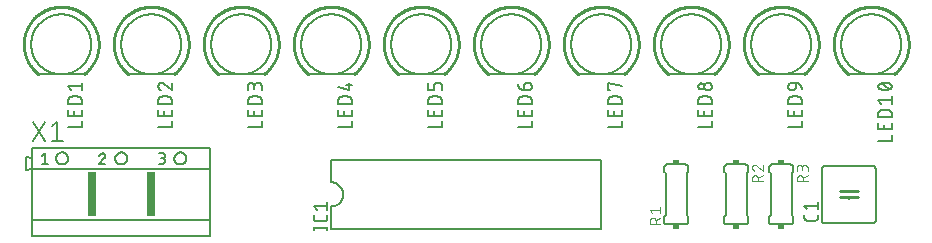
<source format=gbr>
G04 EAGLE Gerber X2 export*
%TF.Part,Single*%
%TF.FileFunction,Legend,Top,1*%
%TF.FilePolarity,Positive*%
%TF.GenerationSoftware,Autodesk,EAGLE,9.0.0*%
%TF.CreationDate,2019-10-07T20:04:45Z*%
G75*
%MOMM*%
%FSLAX34Y34*%
%LPD*%
%AMOC8*
5,1,8,0,0,1.08239X$1,22.5*%
G01*
%ADD10C,0.152400*%
%ADD11C,0.254000*%
%ADD12C,0.127000*%
%ADD13C,0.203200*%
%ADD14C,0.101600*%
%ADD15R,0.508000X0.381000*%
%ADD16C,0.177800*%
%ADD17R,0.762000X3.810000*%


D10*
X776040Y89060D02*
X776040Y132240D01*
X821760Y132240D02*
X821760Y89060D01*
X819220Y134780D02*
X778580Y134780D01*
X778580Y86520D02*
X819220Y86520D01*
X776040Y132240D02*
X776042Y132340D01*
X776048Y132439D01*
X776058Y132539D01*
X776071Y132637D01*
X776089Y132736D01*
X776110Y132833D01*
X776135Y132929D01*
X776164Y133025D01*
X776197Y133119D01*
X776233Y133212D01*
X776273Y133303D01*
X776317Y133393D01*
X776364Y133481D01*
X776414Y133567D01*
X776468Y133651D01*
X776525Y133733D01*
X776585Y133812D01*
X776649Y133890D01*
X776715Y133964D01*
X776784Y134036D01*
X776856Y134105D01*
X776930Y134171D01*
X777008Y134235D01*
X777087Y134295D01*
X777169Y134352D01*
X777253Y134406D01*
X777339Y134456D01*
X777427Y134503D01*
X777517Y134547D01*
X777608Y134587D01*
X777701Y134623D01*
X777795Y134656D01*
X777891Y134685D01*
X777987Y134710D01*
X778084Y134731D01*
X778183Y134749D01*
X778281Y134762D01*
X778381Y134772D01*
X778480Y134778D01*
X778580Y134780D01*
X776040Y89060D02*
X776042Y88960D01*
X776048Y88861D01*
X776058Y88761D01*
X776071Y88663D01*
X776089Y88564D01*
X776110Y88467D01*
X776135Y88371D01*
X776164Y88275D01*
X776197Y88181D01*
X776233Y88088D01*
X776273Y87997D01*
X776317Y87907D01*
X776364Y87819D01*
X776414Y87733D01*
X776468Y87649D01*
X776525Y87567D01*
X776585Y87488D01*
X776649Y87410D01*
X776715Y87336D01*
X776784Y87264D01*
X776856Y87195D01*
X776930Y87129D01*
X777008Y87065D01*
X777087Y87005D01*
X777169Y86948D01*
X777253Y86894D01*
X777339Y86844D01*
X777427Y86797D01*
X777517Y86753D01*
X777608Y86713D01*
X777701Y86677D01*
X777795Y86644D01*
X777891Y86615D01*
X777987Y86590D01*
X778084Y86569D01*
X778183Y86551D01*
X778281Y86538D01*
X778381Y86528D01*
X778480Y86522D01*
X778580Y86520D01*
X821760Y132240D02*
X821758Y132340D01*
X821752Y132439D01*
X821742Y132539D01*
X821729Y132637D01*
X821711Y132736D01*
X821690Y132833D01*
X821665Y132929D01*
X821636Y133025D01*
X821603Y133119D01*
X821567Y133212D01*
X821527Y133303D01*
X821483Y133393D01*
X821436Y133481D01*
X821386Y133567D01*
X821332Y133651D01*
X821275Y133733D01*
X821215Y133812D01*
X821151Y133890D01*
X821085Y133964D01*
X821016Y134036D01*
X820944Y134105D01*
X820870Y134171D01*
X820792Y134235D01*
X820713Y134295D01*
X820631Y134352D01*
X820547Y134406D01*
X820461Y134456D01*
X820373Y134503D01*
X820283Y134547D01*
X820192Y134587D01*
X820099Y134623D01*
X820005Y134656D01*
X819909Y134685D01*
X819813Y134710D01*
X819716Y134731D01*
X819617Y134749D01*
X819519Y134762D01*
X819419Y134772D01*
X819320Y134778D01*
X819220Y134780D01*
X821760Y89060D02*
X821758Y88960D01*
X821752Y88861D01*
X821742Y88761D01*
X821729Y88663D01*
X821711Y88564D01*
X821690Y88467D01*
X821665Y88371D01*
X821636Y88275D01*
X821603Y88181D01*
X821567Y88088D01*
X821527Y87997D01*
X821483Y87907D01*
X821436Y87819D01*
X821386Y87733D01*
X821332Y87649D01*
X821275Y87567D01*
X821215Y87488D01*
X821151Y87410D01*
X821085Y87336D01*
X821016Y87264D01*
X820944Y87195D01*
X820870Y87129D01*
X820792Y87065D01*
X820713Y87005D01*
X820631Y86948D01*
X820547Y86894D01*
X820461Y86844D01*
X820373Y86797D01*
X820283Y86753D01*
X820192Y86713D01*
X820099Y86677D01*
X820005Y86644D01*
X819909Y86615D01*
X819813Y86590D01*
X819716Y86569D01*
X819617Y86551D01*
X819519Y86538D01*
X819419Y86528D01*
X819320Y86522D01*
X819220Y86520D01*
X798900Y113190D02*
X798900Y114460D01*
D11*
X798900Y113190D02*
X791280Y113190D01*
X798900Y113190D02*
X806520Y113190D01*
X798900Y108110D02*
X791280Y108110D01*
X798900Y108110D02*
X806520Y108110D01*
D10*
X798900Y108110D02*
X798900Y106840D01*
D12*
X772865Y93505D02*
X772865Y90965D01*
X772863Y90865D01*
X772857Y90766D01*
X772847Y90666D01*
X772834Y90568D01*
X772816Y90469D01*
X772795Y90372D01*
X772770Y90276D01*
X772741Y90180D01*
X772708Y90086D01*
X772672Y89993D01*
X772632Y89902D01*
X772588Y89812D01*
X772541Y89724D01*
X772491Y89638D01*
X772437Y89554D01*
X772380Y89472D01*
X772320Y89393D01*
X772256Y89315D01*
X772190Y89241D01*
X772121Y89169D01*
X772049Y89100D01*
X771975Y89034D01*
X771897Y88970D01*
X771818Y88910D01*
X771736Y88853D01*
X771652Y88799D01*
X771566Y88749D01*
X771478Y88702D01*
X771388Y88658D01*
X771297Y88618D01*
X771204Y88582D01*
X771110Y88549D01*
X771014Y88520D01*
X770918Y88495D01*
X770821Y88474D01*
X770722Y88456D01*
X770624Y88443D01*
X770524Y88433D01*
X770425Y88427D01*
X770325Y88425D01*
X763975Y88425D01*
X763875Y88427D01*
X763776Y88433D01*
X763676Y88443D01*
X763578Y88456D01*
X763479Y88474D01*
X763382Y88495D01*
X763286Y88520D01*
X763190Y88549D01*
X763096Y88582D01*
X763003Y88618D01*
X762912Y88658D01*
X762822Y88702D01*
X762734Y88749D01*
X762648Y88799D01*
X762564Y88853D01*
X762482Y88910D01*
X762403Y88970D01*
X762325Y89034D01*
X762251Y89100D01*
X762179Y89169D01*
X762110Y89241D01*
X762044Y89315D01*
X761980Y89393D01*
X761920Y89472D01*
X761863Y89554D01*
X761809Y89638D01*
X761759Y89724D01*
X761712Y89812D01*
X761668Y89902D01*
X761628Y89993D01*
X761592Y90086D01*
X761559Y90180D01*
X761530Y90276D01*
X761505Y90372D01*
X761484Y90469D01*
X761466Y90568D01*
X761453Y90666D01*
X761443Y90766D01*
X761437Y90865D01*
X761435Y90965D01*
X761435Y93505D01*
X763975Y97987D02*
X761435Y101162D01*
X772865Y101162D01*
X772865Y97987D02*
X772865Y104337D01*
D10*
X589350Y139860D02*
X360750Y139860D01*
X360750Y81440D02*
X589350Y81440D01*
X589350Y139860D01*
X360750Y139860D02*
X360750Y120810D01*
X360750Y100490D02*
X360750Y81440D01*
X360750Y100490D02*
X360997Y100493D01*
X361245Y100502D01*
X361492Y100517D01*
X361738Y100538D01*
X361984Y100565D01*
X362229Y100598D01*
X362474Y100637D01*
X362717Y100682D01*
X362959Y100733D01*
X363200Y100790D01*
X363439Y100852D01*
X363677Y100921D01*
X363913Y100995D01*
X364147Y101075D01*
X364379Y101160D01*
X364609Y101252D01*
X364837Y101348D01*
X365062Y101451D01*
X365285Y101558D01*
X365505Y101672D01*
X365722Y101790D01*
X365937Y101914D01*
X366148Y102043D01*
X366356Y102177D01*
X366561Y102316D01*
X366762Y102460D01*
X366960Y102608D01*
X367154Y102762D01*
X367344Y102920D01*
X367530Y103083D01*
X367712Y103250D01*
X367890Y103422D01*
X368064Y103598D01*
X368234Y103778D01*
X368399Y103963D01*
X368559Y104151D01*
X368715Y104343D01*
X368867Y104539D01*
X369013Y104738D01*
X369155Y104941D01*
X369291Y105148D01*
X369423Y105357D01*
X369549Y105570D01*
X369670Y105786D01*
X369786Y106004D01*
X369896Y106226D01*
X370001Y106450D01*
X370101Y106676D01*
X370195Y106905D01*
X370283Y107136D01*
X370366Y107370D01*
X370443Y107605D01*
X370514Y107842D01*
X370580Y108080D01*
X370639Y108320D01*
X370693Y108562D01*
X370741Y108805D01*
X370783Y109048D01*
X370819Y109293D01*
X370849Y109539D01*
X370873Y109785D01*
X370891Y110032D01*
X370903Y110279D01*
X370909Y110526D01*
X370909Y110774D01*
X370903Y111021D01*
X370891Y111268D01*
X370873Y111515D01*
X370849Y111761D01*
X370819Y112007D01*
X370783Y112252D01*
X370741Y112495D01*
X370693Y112738D01*
X370639Y112980D01*
X370580Y113220D01*
X370514Y113458D01*
X370443Y113695D01*
X370366Y113930D01*
X370283Y114164D01*
X370195Y114395D01*
X370101Y114624D01*
X370001Y114850D01*
X369896Y115074D01*
X369786Y115296D01*
X369670Y115514D01*
X369549Y115730D01*
X369423Y115943D01*
X369291Y116152D01*
X369155Y116359D01*
X369013Y116562D01*
X368867Y116761D01*
X368715Y116957D01*
X368559Y117149D01*
X368399Y117337D01*
X368234Y117522D01*
X368064Y117702D01*
X367890Y117878D01*
X367712Y118050D01*
X367530Y118217D01*
X367344Y118380D01*
X367154Y118538D01*
X366960Y118692D01*
X366762Y118840D01*
X366561Y118984D01*
X366356Y119123D01*
X366148Y119257D01*
X365937Y119386D01*
X365722Y119510D01*
X365505Y119628D01*
X365285Y119742D01*
X365062Y119849D01*
X364837Y119952D01*
X364609Y120048D01*
X364379Y120140D01*
X364147Y120225D01*
X363913Y120305D01*
X363677Y120379D01*
X363439Y120448D01*
X363200Y120510D01*
X362959Y120567D01*
X362717Y120618D01*
X362474Y120663D01*
X362229Y120702D01*
X361984Y120735D01*
X361738Y120762D01*
X361492Y120783D01*
X361245Y120798D01*
X360997Y120807D01*
X360750Y120810D01*
D12*
X357575Y82075D02*
X346145Y82075D01*
X357575Y80805D02*
X357575Y83345D01*
X346145Y83345D02*
X346145Y80805D01*
X357575Y90547D02*
X357575Y93087D01*
X357575Y90547D02*
X357573Y90447D01*
X357567Y90348D01*
X357557Y90248D01*
X357544Y90150D01*
X357526Y90051D01*
X357505Y89954D01*
X357480Y89858D01*
X357451Y89762D01*
X357418Y89668D01*
X357382Y89575D01*
X357342Y89484D01*
X357298Y89394D01*
X357251Y89306D01*
X357201Y89220D01*
X357147Y89136D01*
X357090Y89054D01*
X357030Y88975D01*
X356966Y88897D01*
X356900Y88823D01*
X356831Y88751D01*
X356759Y88682D01*
X356685Y88616D01*
X356607Y88552D01*
X356528Y88492D01*
X356446Y88435D01*
X356362Y88381D01*
X356276Y88331D01*
X356188Y88284D01*
X356098Y88240D01*
X356007Y88200D01*
X355914Y88164D01*
X355820Y88131D01*
X355724Y88102D01*
X355628Y88077D01*
X355531Y88056D01*
X355432Y88038D01*
X355334Y88025D01*
X355234Y88015D01*
X355135Y88009D01*
X355035Y88007D01*
X348685Y88007D01*
X348585Y88009D01*
X348486Y88015D01*
X348386Y88025D01*
X348288Y88038D01*
X348189Y88056D01*
X348092Y88077D01*
X347996Y88102D01*
X347900Y88131D01*
X347806Y88164D01*
X347713Y88200D01*
X347622Y88240D01*
X347532Y88284D01*
X347444Y88331D01*
X347358Y88381D01*
X347274Y88435D01*
X347192Y88492D01*
X347113Y88552D01*
X347035Y88616D01*
X346961Y88682D01*
X346889Y88751D01*
X346820Y88823D01*
X346754Y88897D01*
X346690Y88975D01*
X346630Y89054D01*
X346573Y89136D01*
X346519Y89220D01*
X346469Y89306D01*
X346422Y89394D01*
X346378Y89484D01*
X346338Y89575D01*
X346302Y89668D01*
X346269Y89762D01*
X346240Y89858D01*
X346215Y89954D01*
X346194Y90051D01*
X346176Y90150D01*
X346163Y90248D01*
X346153Y90348D01*
X346147Y90447D01*
X346145Y90547D01*
X346145Y93087D01*
X348685Y97569D02*
X346145Y100744D01*
X357575Y100744D01*
X357575Y97569D02*
X357575Y103919D01*
D13*
X151200Y212250D02*
X113100Y212250D01*
D11*
X112484Y212724D01*
X111879Y213213D01*
X111287Y213717D01*
X110707Y214235D01*
X110140Y214767D01*
X109586Y215313D01*
X109046Y215872D01*
X108520Y216445D01*
X108007Y217030D01*
X107510Y217627D01*
X107027Y218236D01*
X106559Y218857D01*
X106106Y219490D01*
X105669Y220133D01*
X105248Y220787D01*
X104844Y221451D01*
X104455Y222124D01*
X104083Y222807D01*
X103728Y223499D01*
X103390Y224199D01*
X103069Y224907D01*
X102766Y225623D01*
X102480Y226347D01*
X102212Y227076D01*
X101962Y227813D01*
X101731Y228555D01*
X101517Y229303D01*
X101322Y230055D01*
X101145Y230813D01*
X100987Y231574D01*
X100847Y232339D01*
X100727Y233107D01*
X100625Y233878D01*
X100542Y234651D01*
X100478Y235426D01*
X100433Y236202D01*
X100407Y236979D01*
X100400Y237757D01*
X100412Y238534D01*
X100443Y239311D01*
X100494Y240087D01*
X100563Y240862D01*
X100651Y241634D01*
X100758Y242404D01*
X100884Y243172D01*
X101028Y243936D01*
X101192Y244696D01*
X101374Y245452D01*
X101574Y246203D01*
X101792Y246950D01*
X102029Y247690D01*
X102284Y248425D01*
X102557Y249153D01*
X102848Y249874D01*
X103156Y250588D01*
X103481Y251294D01*
X103824Y251992D01*
X104184Y252682D01*
X104560Y253362D01*
X104953Y254033D01*
X105363Y254694D01*
X105788Y255345D01*
X106229Y255985D01*
X106686Y256614D01*
X107158Y257232D01*
X107645Y257838D01*
X108147Y258432D01*
X108663Y259014D01*
X109193Y259583D01*
X109737Y260138D01*
X110295Y260681D01*
X110865Y261209D01*
X111448Y261723D01*
X112044Y262223D01*
X112652Y262708D01*
X113271Y263178D01*
X113902Y263632D01*
X114544Y264071D01*
X115196Y264495D01*
X115859Y264902D01*
X116531Y265293D01*
X117213Y265667D01*
X117903Y266024D01*
X118602Y266364D01*
X119310Y266688D01*
X120024Y266993D01*
X120747Y267282D01*
X121476Y267552D01*
X122211Y267804D01*
X122953Y268039D01*
X123700Y268255D01*
X124452Y268453D01*
X125208Y268632D01*
X125969Y268793D01*
X126733Y268935D01*
X127501Y269058D01*
X128272Y269162D01*
X129045Y269248D01*
X129819Y269314D01*
X130595Y269362D01*
X131372Y269390D01*
X132150Y269400D01*
X132928Y269390D01*
X133705Y269362D01*
X134481Y269314D01*
X135255Y269248D01*
X136028Y269162D01*
X136799Y269058D01*
X137567Y268935D01*
X138331Y268793D01*
X139092Y268632D01*
X139848Y268453D01*
X140600Y268255D01*
X141347Y268039D01*
X142089Y267804D01*
X142824Y267552D01*
X143553Y267282D01*
X144276Y266993D01*
X144990Y266688D01*
X145698Y266364D01*
X146397Y266024D01*
X147087Y265667D01*
X147769Y265293D01*
X148441Y264902D01*
X149104Y264495D01*
X149756Y264071D01*
X150398Y263632D01*
X151029Y263178D01*
X151648Y262708D01*
X152256Y262223D01*
X152852Y261723D01*
X153435Y261209D01*
X154005Y260681D01*
X154563Y260138D01*
X155107Y259583D01*
X155637Y259014D01*
X156153Y258432D01*
X156655Y257838D01*
X157142Y257232D01*
X157614Y256614D01*
X158071Y255985D01*
X158512Y255345D01*
X158937Y254694D01*
X159347Y254033D01*
X159740Y253362D01*
X160116Y252682D01*
X160476Y251992D01*
X160819Y251294D01*
X161144Y250588D01*
X161452Y249874D01*
X161743Y249153D01*
X162016Y248425D01*
X162271Y247690D01*
X162508Y246950D01*
X162726Y246203D01*
X162926Y245452D01*
X163108Y244696D01*
X163272Y243936D01*
X163416Y243172D01*
X163542Y242404D01*
X163649Y241634D01*
X163737Y240862D01*
X163806Y240087D01*
X163857Y239311D01*
X163888Y238534D01*
X163900Y237757D01*
X163893Y236979D01*
X163867Y236202D01*
X163822Y235426D01*
X163758Y234651D01*
X163675Y233878D01*
X163573Y233107D01*
X163453Y232339D01*
X163313Y231574D01*
X163155Y230813D01*
X162978Y230055D01*
X162783Y229303D01*
X162569Y228555D01*
X162338Y227813D01*
X162088Y227076D01*
X161820Y226347D01*
X161534Y225623D01*
X161231Y224907D01*
X160910Y224199D01*
X160572Y223499D01*
X160217Y222807D01*
X159845Y222124D01*
X159456Y221451D01*
X159052Y220787D01*
X158631Y220133D01*
X158194Y219490D01*
X157741Y218857D01*
X157273Y218236D01*
X156790Y217627D01*
X156293Y217030D01*
X155780Y216445D01*
X155254Y215872D01*
X154714Y215313D01*
X154160Y214767D01*
X153593Y214235D01*
X153013Y213717D01*
X152421Y213213D01*
X151816Y212724D01*
X151200Y212250D01*
D10*
X106750Y237650D02*
X106758Y238273D01*
X106781Y238896D01*
X106819Y239519D01*
X106872Y240140D01*
X106941Y240759D01*
X107025Y241377D01*
X107124Y241992D01*
X107238Y242605D01*
X107367Y243215D01*
X107511Y243822D01*
X107670Y244425D01*
X107844Y245023D01*
X108032Y245618D01*
X108235Y246207D01*
X108452Y246791D01*
X108683Y247370D01*
X108929Y247943D01*
X109189Y248510D01*
X109462Y249070D01*
X109749Y249623D01*
X110050Y250170D01*
X110364Y250708D01*
X110691Y251239D01*
X111031Y251761D01*
X111383Y252276D01*
X111749Y252781D01*
X112126Y253277D01*
X112516Y253764D01*
X112917Y254241D01*
X113330Y254708D01*
X113754Y255164D01*
X114189Y255611D01*
X114636Y256046D01*
X115092Y256470D01*
X115559Y256883D01*
X116036Y257284D01*
X116523Y257674D01*
X117019Y258051D01*
X117524Y258417D01*
X118039Y258769D01*
X118561Y259109D01*
X119092Y259436D01*
X119630Y259750D01*
X120177Y260051D01*
X120730Y260338D01*
X121290Y260611D01*
X121857Y260871D01*
X122430Y261117D01*
X123009Y261348D01*
X123593Y261565D01*
X124182Y261768D01*
X124777Y261956D01*
X125375Y262130D01*
X125978Y262289D01*
X126585Y262433D01*
X127195Y262562D01*
X127808Y262676D01*
X128423Y262775D01*
X129041Y262859D01*
X129660Y262928D01*
X130281Y262981D01*
X130904Y263019D01*
X131527Y263042D01*
X132150Y263050D01*
X132773Y263042D01*
X133396Y263019D01*
X134019Y262981D01*
X134640Y262928D01*
X135259Y262859D01*
X135877Y262775D01*
X136492Y262676D01*
X137105Y262562D01*
X137715Y262433D01*
X138322Y262289D01*
X138925Y262130D01*
X139523Y261956D01*
X140118Y261768D01*
X140707Y261565D01*
X141291Y261348D01*
X141870Y261117D01*
X142443Y260871D01*
X143010Y260611D01*
X143570Y260338D01*
X144123Y260051D01*
X144670Y259750D01*
X145208Y259436D01*
X145739Y259109D01*
X146261Y258769D01*
X146776Y258417D01*
X147281Y258051D01*
X147777Y257674D01*
X148264Y257284D01*
X148741Y256883D01*
X149208Y256470D01*
X149664Y256046D01*
X150111Y255611D01*
X150546Y255164D01*
X150970Y254708D01*
X151383Y254241D01*
X151784Y253764D01*
X152174Y253277D01*
X152551Y252781D01*
X152917Y252276D01*
X153269Y251761D01*
X153609Y251239D01*
X153936Y250708D01*
X154250Y250170D01*
X154551Y249623D01*
X154838Y249070D01*
X155111Y248510D01*
X155371Y247943D01*
X155617Y247370D01*
X155848Y246791D01*
X156065Y246207D01*
X156268Y245618D01*
X156456Y245023D01*
X156630Y244425D01*
X156789Y243822D01*
X156933Y243215D01*
X157062Y242605D01*
X157176Y241992D01*
X157275Y241377D01*
X157359Y240759D01*
X157428Y240140D01*
X157481Y239519D01*
X157519Y238896D01*
X157542Y238273D01*
X157550Y237650D01*
X157542Y237027D01*
X157519Y236404D01*
X157481Y235781D01*
X157428Y235160D01*
X157359Y234541D01*
X157275Y233923D01*
X157176Y233308D01*
X157062Y232695D01*
X156933Y232085D01*
X156789Y231478D01*
X156630Y230875D01*
X156456Y230277D01*
X156268Y229682D01*
X156065Y229093D01*
X155848Y228509D01*
X155617Y227930D01*
X155371Y227357D01*
X155111Y226790D01*
X154838Y226230D01*
X154551Y225677D01*
X154250Y225130D01*
X153936Y224592D01*
X153609Y224061D01*
X153269Y223539D01*
X152917Y223024D01*
X152551Y222519D01*
X152174Y222023D01*
X151784Y221536D01*
X151383Y221059D01*
X150970Y220592D01*
X150546Y220136D01*
X150111Y219689D01*
X149664Y219254D01*
X149208Y218830D01*
X148741Y218417D01*
X148264Y218016D01*
X147777Y217626D01*
X147281Y217249D01*
X146776Y216883D01*
X146261Y216531D01*
X145739Y216191D01*
X145208Y215864D01*
X144670Y215550D01*
X144123Y215249D01*
X143570Y214962D01*
X143010Y214689D01*
X142443Y214429D01*
X141870Y214183D01*
X141291Y213952D01*
X140707Y213735D01*
X140118Y213532D01*
X139523Y213344D01*
X138925Y213170D01*
X138322Y213011D01*
X137715Y212867D01*
X137105Y212738D01*
X136492Y212624D01*
X135877Y212525D01*
X135259Y212441D01*
X134640Y212372D01*
X134019Y212319D01*
X133396Y212281D01*
X132773Y212258D01*
X132150Y212250D01*
X131527Y212258D01*
X130904Y212281D01*
X130281Y212319D01*
X129660Y212372D01*
X129041Y212441D01*
X128423Y212525D01*
X127808Y212624D01*
X127195Y212738D01*
X126585Y212867D01*
X125978Y213011D01*
X125375Y213170D01*
X124777Y213344D01*
X124182Y213532D01*
X123593Y213735D01*
X123009Y213952D01*
X122430Y214183D01*
X121857Y214429D01*
X121290Y214689D01*
X120730Y214962D01*
X120177Y215249D01*
X119630Y215550D01*
X119092Y215864D01*
X118561Y216191D01*
X118039Y216531D01*
X117524Y216883D01*
X117019Y217249D01*
X116523Y217626D01*
X116036Y218016D01*
X115559Y218417D01*
X115092Y218830D01*
X114636Y219254D01*
X114189Y219689D01*
X113754Y220136D01*
X113330Y220592D01*
X112917Y221059D01*
X112516Y221536D01*
X112126Y222023D01*
X111749Y222519D01*
X111383Y223024D01*
X111031Y223539D01*
X110691Y224061D01*
X110364Y224592D01*
X110050Y225130D01*
X109749Y225677D01*
X109462Y226230D01*
X109189Y226790D01*
X108929Y227357D01*
X108683Y227930D01*
X108452Y228509D01*
X108235Y229093D01*
X108032Y229682D01*
X107844Y230277D01*
X107670Y230875D01*
X107511Y231478D01*
X107367Y232085D01*
X107238Y232695D01*
X107124Y233308D01*
X107025Y233923D01*
X106941Y234541D01*
X106872Y235160D01*
X106819Y235781D01*
X106781Y236404D01*
X106758Y237027D01*
X106750Y237650D01*
D12*
X138119Y167317D02*
X149549Y167317D01*
X149549Y172397D01*
X149549Y177223D02*
X149549Y182303D01*
X149549Y177223D02*
X138119Y177223D01*
X138119Y182303D01*
X143199Y181033D02*
X143199Y177223D01*
X138119Y187104D02*
X149549Y187104D01*
X138119Y187104D02*
X138119Y190279D01*
X138121Y190390D01*
X138127Y190500D01*
X138136Y190611D01*
X138150Y190721D01*
X138167Y190830D01*
X138188Y190939D01*
X138213Y191047D01*
X138242Y191154D01*
X138274Y191260D01*
X138310Y191365D01*
X138350Y191468D01*
X138393Y191570D01*
X138440Y191671D01*
X138491Y191770D01*
X138544Y191867D01*
X138601Y191961D01*
X138662Y192054D01*
X138725Y192145D01*
X138792Y192234D01*
X138862Y192320D01*
X138935Y192403D01*
X139010Y192485D01*
X139088Y192563D01*
X139170Y192638D01*
X139253Y192711D01*
X139339Y192781D01*
X139428Y192848D01*
X139519Y192911D01*
X139612Y192972D01*
X139707Y193029D01*
X139803Y193082D01*
X139902Y193133D01*
X140003Y193180D01*
X140105Y193223D01*
X140208Y193263D01*
X140313Y193299D01*
X140419Y193331D01*
X140526Y193360D01*
X140634Y193385D01*
X140743Y193406D01*
X140852Y193423D01*
X140962Y193437D01*
X141073Y193446D01*
X141183Y193452D01*
X141294Y193454D01*
X146374Y193454D01*
X146485Y193452D01*
X146595Y193446D01*
X146706Y193437D01*
X146816Y193423D01*
X146925Y193406D01*
X147034Y193385D01*
X147142Y193360D01*
X147249Y193331D01*
X147355Y193299D01*
X147460Y193263D01*
X147563Y193223D01*
X147665Y193180D01*
X147766Y193133D01*
X147865Y193082D01*
X147962Y193029D01*
X148056Y192972D01*
X148149Y192911D01*
X148240Y192848D01*
X148329Y192781D01*
X148415Y192711D01*
X148498Y192638D01*
X148580Y192563D01*
X148658Y192485D01*
X148733Y192403D01*
X148806Y192320D01*
X148876Y192234D01*
X148943Y192145D01*
X149006Y192054D01*
X149067Y191961D01*
X149124Y191867D01*
X149177Y191770D01*
X149228Y191671D01*
X149275Y191570D01*
X149318Y191468D01*
X149358Y191365D01*
X149394Y191260D01*
X149426Y191154D01*
X149455Y191047D01*
X149480Y190939D01*
X149501Y190830D01*
X149518Y190721D01*
X149532Y190611D01*
X149541Y190500D01*
X149547Y190390D01*
X149549Y190279D01*
X149549Y187104D01*
X140659Y198915D02*
X138119Y202090D01*
X149549Y202090D01*
X149549Y198915D02*
X149549Y205265D01*
D13*
X798900Y212250D02*
X837000Y212250D01*
D11*
X837616Y212724D01*
X838221Y213213D01*
X838813Y213717D01*
X839393Y214235D01*
X839960Y214767D01*
X840514Y215313D01*
X841054Y215872D01*
X841580Y216445D01*
X842093Y217030D01*
X842590Y217627D01*
X843073Y218236D01*
X843541Y218857D01*
X843994Y219490D01*
X844431Y220133D01*
X844852Y220787D01*
X845256Y221451D01*
X845645Y222124D01*
X846017Y222807D01*
X846372Y223499D01*
X846710Y224199D01*
X847031Y224907D01*
X847334Y225623D01*
X847620Y226347D01*
X847888Y227076D01*
X848138Y227813D01*
X848369Y228555D01*
X848583Y229303D01*
X848778Y230055D01*
X848955Y230813D01*
X849113Y231574D01*
X849253Y232339D01*
X849373Y233107D01*
X849475Y233878D01*
X849558Y234651D01*
X849622Y235426D01*
X849667Y236202D01*
X849693Y236979D01*
X849700Y237757D01*
X849688Y238534D01*
X849657Y239311D01*
X849606Y240087D01*
X849537Y240862D01*
X849449Y241634D01*
X849342Y242404D01*
X849216Y243172D01*
X849072Y243936D01*
X848908Y244696D01*
X848726Y245452D01*
X848526Y246203D01*
X848308Y246950D01*
X848071Y247690D01*
X847816Y248425D01*
X847543Y249153D01*
X847252Y249874D01*
X846944Y250588D01*
X846619Y251294D01*
X846276Y251992D01*
X845916Y252682D01*
X845540Y253362D01*
X845147Y254033D01*
X844737Y254694D01*
X844312Y255345D01*
X843871Y255985D01*
X843414Y256614D01*
X842942Y257232D01*
X842455Y257838D01*
X841953Y258432D01*
X841437Y259014D01*
X840907Y259583D01*
X840363Y260138D01*
X839805Y260681D01*
X839235Y261209D01*
X838652Y261723D01*
X838056Y262223D01*
X837448Y262708D01*
X836829Y263178D01*
X836198Y263632D01*
X835556Y264071D01*
X834904Y264495D01*
X834241Y264902D01*
X833569Y265293D01*
X832887Y265667D01*
X832197Y266024D01*
X831498Y266364D01*
X830790Y266688D01*
X830076Y266993D01*
X829353Y267282D01*
X828624Y267552D01*
X827889Y267804D01*
X827147Y268039D01*
X826400Y268255D01*
X825648Y268453D01*
X824892Y268632D01*
X824131Y268793D01*
X823367Y268935D01*
X822599Y269058D01*
X821828Y269162D01*
X821055Y269248D01*
X820281Y269314D01*
X819505Y269362D01*
X818728Y269390D01*
X817950Y269400D01*
X817172Y269390D01*
X816395Y269362D01*
X815619Y269314D01*
X814845Y269248D01*
X814072Y269162D01*
X813301Y269058D01*
X812533Y268935D01*
X811769Y268793D01*
X811008Y268632D01*
X810252Y268453D01*
X809500Y268255D01*
X808753Y268039D01*
X808011Y267804D01*
X807276Y267552D01*
X806547Y267282D01*
X805824Y266993D01*
X805110Y266688D01*
X804402Y266364D01*
X803703Y266024D01*
X803013Y265667D01*
X802331Y265293D01*
X801659Y264902D01*
X800996Y264495D01*
X800344Y264071D01*
X799702Y263632D01*
X799071Y263178D01*
X798452Y262708D01*
X797844Y262223D01*
X797248Y261723D01*
X796665Y261209D01*
X796095Y260681D01*
X795537Y260138D01*
X794993Y259583D01*
X794463Y259014D01*
X793947Y258432D01*
X793445Y257838D01*
X792958Y257232D01*
X792486Y256614D01*
X792029Y255985D01*
X791588Y255345D01*
X791163Y254694D01*
X790753Y254033D01*
X790360Y253362D01*
X789984Y252682D01*
X789624Y251992D01*
X789281Y251294D01*
X788956Y250588D01*
X788648Y249874D01*
X788357Y249153D01*
X788084Y248425D01*
X787829Y247690D01*
X787592Y246950D01*
X787374Y246203D01*
X787174Y245452D01*
X786992Y244696D01*
X786828Y243936D01*
X786684Y243172D01*
X786558Y242404D01*
X786451Y241634D01*
X786363Y240862D01*
X786294Y240087D01*
X786243Y239311D01*
X786212Y238534D01*
X786200Y237757D01*
X786207Y236979D01*
X786233Y236202D01*
X786278Y235426D01*
X786342Y234651D01*
X786425Y233878D01*
X786527Y233107D01*
X786647Y232339D01*
X786787Y231574D01*
X786945Y230813D01*
X787122Y230055D01*
X787317Y229303D01*
X787531Y228555D01*
X787762Y227813D01*
X788012Y227076D01*
X788280Y226347D01*
X788566Y225623D01*
X788869Y224907D01*
X789190Y224199D01*
X789528Y223499D01*
X789883Y222807D01*
X790255Y222124D01*
X790644Y221451D01*
X791048Y220787D01*
X791469Y220133D01*
X791906Y219490D01*
X792359Y218857D01*
X792827Y218236D01*
X793310Y217627D01*
X793807Y217030D01*
X794320Y216445D01*
X794846Y215872D01*
X795386Y215313D01*
X795940Y214767D01*
X796507Y214235D01*
X797087Y213717D01*
X797679Y213213D01*
X798284Y212724D01*
X798900Y212250D01*
D10*
X792550Y237650D02*
X792558Y238273D01*
X792581Y238896D01*
X792619Y239519D01*
X792672Y240140D01*
X792741Y240759D01*
X792825Y241377D01*
X792924Y241992D01*
X793038Y242605D01*
X793167Y243215D01*
X793311Y243822D01*
X793470Y244425D01*
X793644Y245023D01*
X793832Y245618D01*
X794035Y246207D01*
X794252Y246791D01*
X794483Y247370D01*
X794729Y247943D01*
X794989Y248510D01*
X795262Y249070D01*
X795549Y249623D01*
X795850Y250170D01*
X796164Y250708D01*
X796491Y251239D01*
X796831Y251761D01*
X797183Y252276D01*
X797549Y252781D01*
X797926Y253277D01*
X798316Y253764D01*
X798717Y254241D01*
X799130Y254708D01*
X799554Y255164D01*
X799989Y255611D01*
X800436Y256046D01*
X800892Y256470D01*
X801359Y256883D01*
X801836Y257284D01*
X802323Y257674D01*
X802819Y258051D01*
X803324Y258417D01*
X803839Y258769D01*
X804361Y259109D01*
X804892Y259436D01*
X805430Y259750D01*
X805977Y260051D01*
X806530Y260338D01*
X807090Y260611D01*
X807657Y260871D01*
X808230Y261117D01*
X808809Y261348D01*
X809393Y261565D01*
X809982Y261768D01*
X810577Y261956D01*
X811175Y262130D01*
X811778Y262289D01*
X812385Y262433D01*
X812995Y262562D01*
X813608Y262676D01*
X814223Y262775D01*
X814841Y262859D01*
X815460Y262928D01*
X816081Y262981D01*
X816704Y263019D01*
X817327Y263042D01*
X817950Y263050D01*
X818573Y263042D01*
X819196Y263019D01*
X819819Y262981D01*
X820440Y262928D01*
X821059Y262859D01*
X821677Y262775D01*
X822292Y262676D01*
X822905Y262562D01*
X823515Y262433D01*
X824122Y262289D01*
X824725Y262130D01*
X825323Y261956D01*
X825918Y261768D01*
X826507Y261565D01*
X827091Y261348D01*
X827670Y261117D01*
X828243Y260871D01*
X828810Y260611D01*
X829370Y260338D01*
X829923Y260051D01*
X830470Y259750D01*
X831008Y259436D01*
X831539Y259109D01*
X832061Y258769D01*
X832576Y258417D01*
X833081Y258051D01*
X833577Y257674D01*
X834064Y257284D01*
X834541Y256883D01*
X835008Y256470D01*
X835464Y256046D01*
X835911Y255611D01*
X836346Y255164D01*
X836770Y254708D01*
X837183Y254241D01*
X837584Y253764D01*
X837974Y253277D01*
X838351Y252781D01*
X838717Y252276D01*
X839069Y251761D01*
X839409Y251239D01*
X839736Y250708D01*
X840050Y250170D01*
X840351Y249623D01*
X840638Y249070D01*
X840911Y248510D01*
X841171Y247943D01*
X841417Y247370D01*
X841648Y246791D01*
X841865Y246207D01*
X842068Y245618D01*
X842256Y245023D01*
X842430Y244425D01*
X842589Y243822D01*
X842733Y243215D01*
X842862Y242605D01*
X842976Y241992D01*
X843075Y241377D01*
X843159Y240759D01*
X843228Y240140D01*
X843281Y239519D01*
X843319Y238896D01*
X843342Y238273D01*
X843350Y237650D01*
X843342Y237027D01*
X843319Y236404D01*
X843281Y235781D01*
X843228Y235160D01*
X843159Y234541D01*
X843075Y233923D01*
X842976Y233308D01*
X842862Y232695D01*
X842733Y232085D01*
X842589Y231478D01*
X842430Y230875D01*
X842256Y230277D01*
X842068Y229682D01*
X841865Y229093D01*
X841648Y228509D01*
X841417Y227930D01*
X841171Y227357D01*
X840911Y226790D01*
X840638Y226230D01*
X840351Y225677D01*
X840050Y225130D01*
X839736Y224592D01*
X839409Y224061D01*
X839069Y223539D01*
X838717Y223024D01*
X838351Y222519D01*
X837974Y222023D01*
X837584Y221536D01*
X837183Y221059D01*
X836770Y220592D01*
X836346Y220136D01*
X835911Y219689D01*
X835464Y219254D01*
X835008Y218830D01*
X834541Y218417D01*
X834064Y218016D01*
X833577Y217626D01*
X833081Y217249D01*
X832576Y216883D01*
X832061Y216531D01*
X831539Y216191D01*
X831008Y215864D01*
X830470Y215550D01*
X829923Y215249D01*
X829370Y214962D01*
X828810Y214689D01*
X828243Y214429D01*
X827670Y214183D01*
X827091Y213952D01*
X826507Y213735D01*
X825918Y213532D01*
X825323Y213344D01*
X824725Y213170D01*
X824122Y213011D01*
X823515Y212867D01*
X822905Y212738D01*
X822292Y212624D01*
X821677Y212525D01*
X821059Y212441D01*
X820440Y212372D01*
X819819Y212319D01*
X819196Y212281D01*
X818573Y212258D01*
X817950Y212250D01*
X817327Y212258D01*
X816704Y212281D01*
X816081Y212319D01*
X815460Y212372D01*
X814841Y212441D01*
X814223Y212525D01*
X813608Y212624D01*
X812995Y212738D01*
X812385Y212867D01*
X811778Y213011D01*
X811175Y213170D01*
X810577Y213344D01*
X809982Y213532D01*
X809393Y213735D01*
X808809Y213952D01*
X808230Y214183D01*
X807657Y214429D01*
X807090Y214689D01*
X806530Y214962D01*
X805977Y215249D01*
X805430Y215550D01*
X804892Y215864D01*
X804361Y216191D01*
X803839Y216531D01*
X803324Y216883D01*
X802819Y217249D01*
X802323Y217626D01*
X801836Y218016D01*
X801359Y218417D01*
X800892Y218830D01*
X800436Y219254D01*
X799989Y219689D01*
X799554Y220136D01*
X799130Y220592D01*
X798717Y221059D01*
X798316Y221536D01*
X797926Y222023D01*
X797549Y222519D01*
X797183Y223024D01*
X796831Y223539D01*
X796491Y224061D01*
X796164Y224592D01*
X795850Y225130D01*
X795549Y225677D01*
X795262Y226230D01*
X794989Y226790D01*
X794729Y227357D01*
X794483Y227930D01*
X794252Y228509D01*
X794035Y229093D01*
X793832Y229682D01*
X793644Y230277D01*
X793470Y230875D01*
X793311Y231478D01*
X793167Y232085D01*
X793038Y232695D01*
X792924Y233308D01*
X792825Y233923D01*
X792741Y234541D01*
X792672Y235160D01*
X792619Y235781D01*
X792581Y236404D01*
X792558Y237027D01*
X792550Y237650D01*
D12*
X823919Y155887D02*
X835349Y155887D01*
X835349Y160967D01*
X835349Y165793D02*
X835349Y170873D01*
X835349Y165793D02*
X823919Y165793D01*
X823919Y170873D01*
X828999Y169603D02*
X828999Y165793D01*
X823919Y175674D02*
X835349Y175674D01*
X823919Y175674D02*
X823919Y178849D01*
X823921Y178960D01*
X823927Y179070D01*
X823936Y179181D01*
X823950Y179291D01*
X823967Y179400D01*
X823988Y179509D01*
X824013Y179617D01*
X824042Y179724D01*
X824074Y179830D01*
X824110Y179935D01*
X824150Y180038D01*
X824193Y180140D01*
X824240Y180241D01*
X824291Y180340D01*
X824344Y180437D01*
X824401Y180531D01*
X824462Y180624D01*
X824525Y180715D01*
X824592Y180804D01*
X824662Y180890D01*
X824735Y180973D01*
X824810Y181055D01*
X824888Y181133D01*
X824970Y181208D01*
X825053Y181281D01*
X825139Y181351D01*
X825228Y181418D01*
X825319Y181481D01*
X825412Y181542D01*
X825507Y181599D01*
X825603Y181652D01*
X825702Y181703D01*
X825803Y181750D01*
X825905Y181793D01*
X826008Y181833D01*
X826113Y181869D01*
X826219Y181901D01*
X826326Y181930D01*
X826434Y181955D01*
X826543Y181976D01*
X826652Y181993D01*
X826762Y182007D01*
X826873Y182016D01*
X826983Y182022D01*
X827094Y182024D01*
X832174Y182024D01*
X832285Y182022D01*
X832395Y182016D01*
X832506Y182007D01*
X832616Y181993D01*
X832725Y181976D01*
X832834Y181955D01*
X832942Y181930D01*
X833049Y181901D01*
X833155Y181869D01*
X833260Y181833D01*
X833363Y181793D01*
X833465Y181750D01*
X833566Y181703D01*
X833665Y181652D01*
X833762Y181599D01*
X833856Y181542D01*
X833949Y181481D01*
X834040Y181418D01*
X834129Y181351D01*
X834215Y181281D01*
X834298Y181208D01*
X834380Y181133D01*
X834458Y181055D01*
X834533Y180973D01*
X834606Y180890D01*
X834676Y180804D01*
X834743Y180715D01*
X834806Y180624D01*
X834867Y180531D01*
X834924Y180437D01*
X834977Y180340D01*
X835028Y180241D01*
X835075Y180140D01*
X835118Y180038D01*
X835158Y179935D01*
X835194Y179830D01*
X835226Y179724D01*
X835255Y179617D01*
X835280Y179509D01*
X835301Y179400D01*
X835318Y179291D01*
X835332Y179181D01*
X835341Y179070D01*
X835347Y178960D01*
X835349Y178849D01*
X835349Y175674D01*
X826459Y187485D02*
X823919Y190660D01*
X835349Y190660D01*
X835349Y187485D02*
X835349Y193835D01*
X829634Y198915D02*
X829409Y198918D01*
X829184Y198926D01*
X828960Y198939D01*
X828736Y198958D01*
X828512Y198982D01*
X828289Y199011D01*
X828067Y199046D01*
X827846Y199086D01*
X827626Y199132D01*
X827407Y199182D01*
X827189Y199238D01*
X826972Y199299D01*
X826757Y199365D01*
X826544Y199436D01*
X826333Y199513D01*
X826123Y199594D01*
X825915Y199680D01*
X825710Y199771D01*
X825507Y199867D01*
X825419Y199899D01*
X825332Y199935D01*
X825246Y199974D01*
X825162Y200017D01*
X825080Y200063D01*
X825000Y200112D01*
X824922Y200164D01*
X824846Y200220D01*
X824772Y200278D01*
X824701Y200340D01*
X824632Y200404D01*
X824566Y200471D01*
X824503Y200540D01*
X824442Y200612D01*
X824384Y200686D01*
X824330Y200763D01*
X824278Y200841D01*
X824230Y200922D01*
X824185Y201004D01*
X824143Y201089D01*
X824105Y201175D01*
X824070Y201262D01*
X824038Y201350D01*
X824011Y201440D01*
X823986Y201531D01*
X823966Y201623D01*
X823949Y201715D01*
X823936Y201809D01*
X823927Y201902D01*
X823921Y201996D01*
X823919Y202090D01*
X823921Y202184D01*
X823927Y202278D01*
X823936Y202371D01*
X823949Y202465D01*
X823966Y202557D01*
X823986Y202649D01*
X824011Y202740D01*
X824038Y202830D01*
X824070Y202918D01*
X824105Y203005D01*
X824143Y203091D01*
X824185Y203176D01*
X824230Y203258D01*
X824278Y203339D01*
X824330Y203417D01*
X824384Y203494D01*
X824442Y203568D01*
X824503Y203640D01*
X824566Y203709D01*
X824632Y203776D01*
X824701Y203840D01*
X824772Y203902D01*
X824846Y203960D01*
X824922Y204016D01*
X825000Y204068D01*
X825080Y204117D01*
X825162Y204163D01*
X825246Y204206D01*
X825332Y204245D01*
X825419Y204281D01*
X825507Y204313D01*
X825710Y204409D01*
X825915Y204500D01*
X826123Y204586D01*
X826333Y204667D01*
X826544Y204744D01*
X826757Y204815D01*
X826972Y204881D01*
X827189Y204942D01*
X827407Y204998D01*
X827626Y205048D01*
X827846Y205094D01*
X828067Y205134D01*
X828289Y205169D01*
X828512Y205198D01*
X828736Y205222D01*
X828960Y205241D01*
X829184Y205254D01*
X829409Y205262D01*
X829634Y205265D01*
X829634Y198915D02*
X829859Y198918D01*
X830084Y198926D01*
X830308Y198939D01*
X830532Y198958D01*
X830756Y198982D01*
X830979Y199011D01*
X831201Y199046D01*
X831422Y199086D01*
X831642Y199132D01*
X831861Y199182D01*
X832079Y199238D01*
X832296Y199299D01*
X832511Y199365D01*
X832724Y199436D01*
X832935Y199513D01*
X833145Y199594D01*
X833353Y199680D01*
X833558Y199771D01*
X833761Y199867D01*
X833762Y199867D02*
X833850Y199899D01*
X833937Y199935D01*
X834023Y199974D01*
X834107Y200017D01*
X834189Y200063D01*
X834269Y200112D01*
X834347Y200164D01*
X834423Y200220D01*
X834497Y200278D01*
X834568Y200340D01*
X834637Y200404D01*
X834703Y200471D01*
X834766Y200540D01*
X834827Y200612D01*
X834885Y200686D01*
X834939Y200763D01*
X834991Y200841D01*
X835039Y200922D01*
X835084Y201004D01*
X835126Y201089D01*
X835164Y201175D01*
X835199Y201262D01*
X835231Y201350D01*
X835258Y201440D01*
X835283Y201531D01*
X835303Y201623D01*
X835320Y201715D01*
X835333Y201809D01*
X835342Y201902D01*
X835348Y201996D01*
X835350Y202090D01*
X833761Y204313D02*
X833558Y204409D01*
X833353Y204500D01*
X833145Y204586D01*
X832935Y204667D01*
X832724Y204744D01*
X832511Y204815D01*
X832296Y204881D01*
X832079Y204942D01*
X831861Y204998D01*
X831642Y205048D01*
X831422Y205094D01*
X831201Y205134D01*
X830979Y205169D01*
X830756Y205198D01*
X830532Y205222D01*
X830308Y205241D01*
X830084Y205254D01*
X829859Y205262D01*
X829634Y205265D01*
X833762Y204313D02*
X833850Y204281D01*
X833937Y204245D01*
X834023Y204206D01*
X834107Y204163D01*
X834189Y204117D01*
X834269Y204068D01*
X834347Y204016D01*
X834423Y203960D01*
X834497Y203902D01*
X834568Y203840D01*
X834637Y203776D01*
X834703Y203709D01*
X834766Y203640D01*
X834827Y203568D01*
X834885Y203494D01*
X834939Y203417D01*
X834991Y203339D01*
X835039Y203258D01*
X835084Y203176D01*
X835126Y203091D01*
X835164Y203005D01*
X835199Y202918D01*
X835231Y202830D01*
X835258Y202740D01*
X835283Y202649D01*
X835303Y202557D01*
X835320Y202465D01*
X835333Y202371D01*
X835342Y202278D01*
X835348Y202184D01*
X835350Y202090D01*
X832809Y199550D02*
X826459Y204630D01*
D13*
X227400Y212250D02*
X189300Y212250D01*
D11*
X188684Y212724D01*
X188079Y213213D01*
X187487Y213717D01*
X186907Y214235D01*
X186340Y214767D01*
X185786Y215313D01*
X185246Y215872D01*
X184720Y216445D01*
X184207Y217030D01*
X183710Y217627D01*
X183227Y218236D01*
X182759Y218857D01*
X182306Y219490D01*
X181869Y220133D01*
X181448Y220787D01*
X181044Y221451D01*
X180655Y222124D01*
X180283Y222807D01*
X179928Y223499D01*
X179590Y224199D01*
X179269Y224907D01*
X178966Y225623D01*
X178680Y226347D01*
X178412Y227076D01*
X178162Y227813D01*
X177931Y228555D01*
X177717Y229303D01*
X177522Y230055D01*
X177345Y230813D01*
X177187Y231574D01*
X177047Y232339D01*
X176927Y233107D01*
X176825Y233878D01*
X176742Y234651D01*
X176678Y235426D01*
X176633Y236202D01*
X176607Y236979D01*
X176600Y237757D01*
X176612Y238534D01*
X176643Y239311D01*
X176694Y240087D01*
X176763Y240862D01*
X176851Y241634D01*
X176958Y242404D01*
X177084Y243172D01*
X177228Y243936D01*
X177392Y244696D01*
X177574Y245452D01*
X177774Y246203D01*
X177992Y246950D01*
X178229Y247690D01*
X178484Y248425D01*
X178757Y249153D01*
X179048Y249874D01*
X179356Y250588D01*
X179681Y251294D01*
X180024Y251992D01*
X180384Y252682D01*
X180760Y253362D01*
X181153Y254033D01*
X181563Y254694D01*
X181988Y255345D01*
X182429Y255985D01*
X182886Y256614D01*
X183358Y257232D01*
X183845Y257838D01*
X184347Y258432D01*
X184863Y259014D01*
X185393Y259583D01*
X185937Y260138D01*
X186495Y260681D01*
X187065Y261209D01*
X187648Y261723D01*
X188244Y262223D01*
X188852Y262708D01*
X189471Y263178D01*
X190102Y263632D01*
X190744Y264071D01*
X191396Y264495D01*
X192059Y264902D01*
X192731Y265293D01*
X193413Y265667D01*
X194103Y266024D01*
X194802Y266364D01*
X195510Y266688D01*
X196224Y266993D01*
X196947Y267282D01*
X197676Y267552D01*
X198411Y267804D01*
X199153Y268039D01*
X199900Y268255D01*
X200652Y268453D01*
X201408Y268632D01*
X202169Y268793D01*
X202933Y268935D01*
X203701Y269058D01*
X204472Y269162D01*
X205245Y269248D01*
X206019Y269314D01*
X206795Y269362D01*
X207572Y269390D01*
X208350Y269400D01*
X209128Y269390D01*
X209905Y269362D01*
X210681Y269314D01*
X211455Y269248D01*
X212228Y269162D01*
X212999Y269058D01*
X213767Y268935D01*
X214531Y268793D01*
X215292Y268632D01*
X216048Y268453D01*
X216800Y268255D01*
X217547Y268039D01*
X218289Y267804D01*
X219024Y267552D01*
X219753Y267282D01*
X220476Y266993D01*
X221190Y266688D01*
X221898Y266364D01*
X222597Y266024D01*
X223287Y265667D01*
X223969Y265293D01*
X224641Y264902D01*
X225304Y264495D01*
X225956Y264071D01*
X226598Y263632D01*
X227229Y263178D01*
X227848Y262708D01*
X228456Y262223D01*
X229052Y261723D01*
X229635Y261209D01*
X230205Y260681D01*
X230763Y260138D01*
X231307Y259583D01*
X231837Y259014D01*
X232353Y258432D01*
X232855Y257838D01*
X233342Y257232D01*
X233814Y256614D01*
X234271Y255985D01*
X234712Y255345D01*
X235137Y254694D01*
X235547Y254033D01*
X235940Y253362D01*
X236316Y252682D01*
X236676Y251992D01*
X237019Y251294D01*
X237344Y250588D01*
X237652Y249874D01*
X237943Y249153D01*
X238216Y248425D01*
X238471Y247690D01*
X238708Y246950D01*
X238926Y246203D01*
X239126Y245452D01*
X239308Y244696D01*
X239472Y243936D01*
X239616Y243172D01*
X239742Y242404D01*
X239849Y241634D01*
X239937Y240862D01*
X240006Y240087D01*
X240057Y239311D01*
X240088Y238534D01*
X240100Y237757D01*
X240093Y236979D01*
X240067Y236202D01*
X240022Y235426D01*
X239958Y234651D01*
X239875Y233878D01*
X239773Y233107D01*
X239653Y232339D01*
X239513Y231574D01*
X239355Y230813D01*
X239178Y230055D01*
X238983Y229303D01*
X238769Y228555D01*
X238538Y227813D01*
X238288Y227076D01*
X238020Y226347D01*
X237734Y225623D01*
X237431Y224907D01*
X237110Y224199D01*
X236772Y223499D01*
X236417Y222807D01*
X236045Y222124D01*
X235656Y221451D01*
X235252Y220787D01*
X234831Y220133D01*
X234394Y219490D01*
X233941Y218857D01*
X233473Y218236D01*
X232990Y217627D01*
X232493Y217030D01*
X231980Y216445D01*
X231454Y215872D01*
X230914Y215313D01*
X230360Y214767D01*
X229793Y214235D01*
X229213Y213717D01*
X228621Y213213D01*
X228016Y212724D01*
X227400Y212250D01*
D10*
X182950Y237650D02*
X182958Y238273D01*
X182981Y238896D01*
X183019Y239519D01*
X183072Y240140D01*
X183141Y240759D01*
X183225Y241377D01*
X183324Y241992D01*
X183438Y242605D01*
X183567Y243215D01*
X183711Y243822D01*
X183870Y244425D01*
X184044Y245023D01*
X184232Y245618D01*
X184435Y246207D01*
X184652Y246791D01*
X184883Y247370D01*
X185129Y247943D01*
X185389Y248510D01*
X185662Y249070D01*
X185949Y249623D01*
X186250Y250170D01*
X186564Y250708D01*
X186891Y251239D01*
X187231Y251761D01*
X187583Y252276D01*
X187949Y252781D01*
X188326Y253277D01*
X188716Y253764D01*
X189117Y254241D01*
X189530Y254708D01*
X189954Y255164D01*
X190389Y255611D01*
X190836Y256046D01*
X191292Y256470D01*
X191759Y256883D01*
X192236Y257284D01*
X192723Y257674D01*
X193219Y258051D01*
X193724Y258417D01*
X194239Y258769D01*
X194761Y259109D01*
X195292Y259436D01*
X195830Y259750D01*
X196377Y260051D01*
X196930Y260338D01*
X197490Y260611D01*
X198057Y260871D01*
X198630Y261117D01*
X199209Y261348D01*
X199793Y261565D01*
X200382Y261768D01*
X200977Y261956D01*
X201575Y262130D01*
X202178Y262289D01*
X202785Y262433D01*
X203395Y262562D01*
X204008Y262676D01*
X204623Y262775D01*
X205241Y262859D01*
X205860Y262928D01*
X206481Y262981D01*
X207104Y263019D01*
X207727Y263042D01*
X208350Y263050D01*
X208973Y263042D01*
X209596Y263019D01*
X210219Y262981D01*
X210840Y262928D01*
X211459Y262859D01*
X212077Y262775D01*
X212692Y262676D01*
X213305Y262562D01*
X213915Y262433D01*
X214522Y262289D01*
X215125Y262130D01*
X215723Y261956D01*
X216318Y261768D01*
X216907Y261565D01*
X217491Y261348D01*
X218070Y261117D01*
X218643Y260871D01*
X219210Y260611D01*
X219770Y260338D01*
X220323Y260051D01*
X220870Y259750D01*
X221408Y259436D01*
X221939Y259109D01*
X222461Y258769D01*
X222976Y258417D01*
X223481Y258051D01*
X223977Y257674D01*
X224464Y257284D01*
X224941Y256883D01*
X225408Y256470D01*
X225864Y256046D01*
X226311Y255611D01*
X226746Y255164D01*
X227170Y254708D01*
X227583Y254241D01*
X227984Y253764D01*
X228374Y253277D01*
X228751Y252781D01*
X229117Y252276D01*
X229469Y251761D01*
X229809Y251239D01*
X230136Y250708D01*
X230450Y250170D01*
X230751Y249623D01*
X231038Y249070D01*
X231311Y248510D01*
X231571Y247943D01*
X231817Y247370D01*
X232048Y246791D01*
X232265Y246207D01*
X232468Y245618D01*
X232656Y245023D01*
X232830Y244425D01*
X232989Y243822D01*
X233133Y243215D01*
X233262Y242605D01*
X233376Y241992D01*
X233475Y241377D01*
X233559Y240759D01*
X233628Y240140D01*
X233681Y239519D01*
X233719Y238896D01*
X233742Y238273D01*
X233750Y237650D01*
X233742Y237027D01*
X233719Y236404D01*
X233681Y235781D01*
X233628Y235160D01*
X233559Y234541D01*
X233475Y233923D01*
X233376Y233308D01*
X233262Y232695D01*
X233133Y232085D01*
X232989Y231478D01*
X232830Y230875D01*
X232656Y230277D01*
X232468Y229682D01*
X232265Y229093D01*
X232048Y228509D01*
X231817Y227930D01*
X231571Y227357D01*
X231311Y226790D01*
X231038Y226230D01*
X230751Y225677D01*
X230450Y225130D01*
X230136Y224592D01*
X229809Y224061D01*
X229469Y223539D01*
X229117Y223024D01*
X228751Y222519D01*
X228374Y222023D01*
X227984Y221536D01*
X227583Y221059D01*
X227170Y220592D01*
X226746Y220136D01*
X226311Y219689D01*
X225864Y219254D01*
X225408Y218830D01*
X224941Y218417D01*
X224464Y218016D01*
X223977Y217626D01*
X223481Y217249D01*
X222976Y216883D01*
X222461Y216531D01*
X221939Y216191D01*
X221408Y215864D01*
X220870Y215550D01*
X220323Y215249D01*
X219770Y214962D01*
X219210Y214689D01*
X218643Y214429D01*
X218070Y214183D01*
X217491Y213952D01*
X216907Y213735D01*
X216318Y213532D01*
X215723Y213344D01*
X215125Y213170D01*
X214522Y213011D01*
X213915Y212867D01*
X213305Y212738D01*
X212692Y212624D01*
X212077Y212525D01*
X211459Y212441D01*
X210840Y212372D01*
X210219Y212319D01*
X209596Y212281D01*
X208973Y212258D01*
X208350Y212250D01*
X207727Y212258D01*
X207104Y212281D01*
X206481Y212319D01*
X205860Y212372D01*
X205241Y212441D01*
X204623Y212525D01*
X204008Y212624D01*
X203395Y212738D01*
X202785Y212867D01*
X202178Y213011D01*
X201575Y213170D01*
X200977Y213344D01*
X200382Y213532D01*
X199793Y213735D01*
X199209Y213952D01*
X198630Y214183D01*
X198057Y214429D01*
X197490Y214689D01*
X196930Y214962D01*
X196377Y215249D01*
X195830Y215550D01*
X195292Y215864D01*
X194761Y216191D01*
X194239Y216531D01*
X193724Y216883D01*
X193219Y217249D01*
X192723Y217626D01*
X192236Y218016D01*
X191759Y218417D01*
X191292Y218830D01*
X190836Y219254D01*
X190389Y219689D01*
X189954Y220136D01*
X189530Y220592D01*
X189117Y221059D01*
X188716Y221536D01*
X188326Y222023D01*
X187949Y222519D01*
X187583Y223024D01*
X187231Y223539D01*
X186891Y224061D01*
X186564Y224592D01*
X186250Y225130D01*
X185949Y225677D01*
X185662Y226230D01*
X185389Y226790D01*
X185129Y227357D01*
X184883Y227930D01*
X184652Y228509D01*
X184435Y229093D01*
X184232Y229682D01*
X184044Y230277D01*
X183870Y230875D01*
X183711Y231478D01*
X183567Y232085D01*
X183438Y232695D01*
X183324Y233308D01*
X183225Y233923D01*
X183141Y234541D01*
X183072Y235160D01*
X183019Y235781D01*
X182981Y236404D01*
X182958Y237027D01*
X182950Y237650D01*
D12*
X214319Y167317D02*
X225749Y167317D01*
X225749Y172397D01*
X225749Y177223D02*
X225749Y182303D01*
X225749Y177223D02*
X214319Y177223D01*
X214319Y182303D01*
X219399Y181033D02*
X219399Y177223D01*
X214319Y187104D02*
X225749Y187104D01*
X214319Y187104D02*
X214319Y190279D01*
X214321Y190390D01*
X214327Y190500D01*
X214336Y190611D01*
X214350Y190721D01*
X214367Y190830D01*
X214388Y190939D01*
X214413Y191047D01*
X214442Y191154D01*
X214474Y191260D01*
X214510Y191365D01*
X214550Y191468D01*
X214593Y191570D01*
X214640Y191671D01*
X214691Y191770D01*
X214744Y191867D01*
X214801Y191961D01*
X214862Y192054D01*
X214925Y192145D01*
X214992Y192234D01*
X215062Y192320D01*
X215135Y192403D01*
X215210Y192485D01*
X215288Y192563D01*
X215370Y192638D01*
X215453Y192711D01*
X215539Y192781D01*
X215628Y192848D01*
X215719Y192911D01*
X215812Y192972D01*
X215907Y193029D01*
X216003Y193082D01*
X216102Y193133D01*
X216203Y193180D01*
X216305Y193223D01*
X216408Y193263D01*
X216513Y193299D01*
X216619Y193331D01*
X216726Y193360D01*
X216834Y193385D01*
X216943Y193406D01*
X217052Y193423D01*
X217162Y193437D01*
X217273Y193446D01*
X217383Y193452D01*
X217494Y193454D01*
X222574Y193454D01*
X222685Y193452D01*
X222795Y193446D01*
X222906Y193437D01*
X223016Y193423D01*
X223125Y193406D01*
X223234Y193385D01*
X223342Y193360D01*
X223449Y193331D01*
X223555Y193299D01*
X223660Y193263D01*
X223763Y193223D01*
X223865Y193180D01*
X223966Y193133D01*
X224065Y193082D01*
X224162Y193029D01*
X224256Y192972D01*
X224349Y192911D01*
X224440Y192848D01*
X224529Y192781D01*
X224615Y192711D01*
X224698Y192638D01*
X224780Y192563D01*
X224858Y192485D01*
X224933Y192403D01*
X225006Y192320D01*
X225076Y192234D01*
X225143Y192145D01*
X225206Y192054D01*
X225267Y191961D01*
X225324Y191867D01*
X225377Y191770D01*
X225428Y191671D01*
X225475Y191570D01*
X225518Y191468D01*
X225558Y191365D01*
X225594Y191260D01*
X225626Y191154D01*
X225655Y191047D01*
X225680Y190939D01*
X225701Y190830D01*
X225718Y190721D01*
X225732Y190611D01*
X225741Y190500D01*
X225747Y190390D01*
X225749Y190279D01*
X225749Y187104D01*
X214319Y202408D02*
X214321Y202512D01*
X214327Y202617D01*
X214336Y202721D01*
X214349Y202824D01*
X214367Y202927D01*
X214387Y203029D01*
X214412Y203131D01*
X214440Y203231D01*
X214472Y203331D01*
X214508Y203429D01*
X214547Y203526D01*
X214589Y203621D01*
X214635Y203715D01*
X214685Y203807D01*
X214737Y203897D01*
X214793Y203985D01*
X214853Y204071D01*
X214915Y204155D01*
X214980Y204236D01*
X215048Y204315D01*
X215120Y204392D01*
X215193Y204465D01*
X215270Y204537D01*
X215349Y204605D01*
X215430Y204670D01*
X215514Y204732D01*
X215600Y204792D01*
X215688Y204848D01*
X215778Y204900D01*
X215870Y204950D01*
X215964Y204996D01*
X216059Y205038D01*
X216156Y205077D01*
X216254Y205113D01*
X216354Y205145D01*
X216454Y205173D01*
X216556Y205198D01*
X216658Y205218D01*
X216761Y205236D01*
X216864Y205249D01*
X216968Y205258D01*
X217073Y205264D01*
X217177Y205266D01*
X214319Y202408D02*
X214321Y202290D01*
X214327Y202171D01*
X214336Y202053D01*
X214349Y201936D01*
X214367Y201819D01*
X214387Y201702D01*
X214412Y201586D01*
X214440Y201471D01*
X214473Y201358D01*
X214508Y201245D01*
X214548Y201133D01*
X214590Y201023D01*
X214637Y200914D01*
X214687Y200806D01*
X214740Y200701D01*
X214797Y200597D01*
X214857Y200495D01*
X214920Y200395D01*
X214987Y200297D01*
X215056Y200201D01*
X215129Y200108D01*
X215205Y200017D01*
X215283Y199928D01*
X215365Y199842D01*
X215449Y199759D01*
X215535Y199678D01*
X215625Y199601D01*
X215716Y199526D01*
X215810Y199454D01*
X215907Y199385D01*
X216005Y199320D01*
X216106Y199257D01*
X216209Y199198D01*
X216313Y199142D01*
X216419Y199090D01*
X216527Y199041D01*
X216636Y198996D01*
X216747Y198954D01*
X216859Y198916D01*
X219399Y204313D02*
X219324Y204389D01*
X219245Y204464D01*
X219164Y204535D01*
X219080Y204604D01*
X218994Y204669D01*
X218906Y204731D01*
X218816Y204791D01*
X218724Y204847D01*
X218629Y204900D01*
X218533Y204949D01*
X218435Y204995D01*
X218336Y205038D01*
X218235Y205077D01*
X218133Y205112D01*
X218030Y205144D01*
X217926Y205172D01*
X217821Y205197D01*
X217714Y205218D01*
X217608Y205235D01*
X217501Y205248D01*
X217393Y205257D01*
X217285Y205263D01*
X217177Y205265D01*
X219399Y204313D02*
X225749Y198915D01*
X225749Y205265D01*
D13*
X265500Y212250D02*
X303600Y212250D01*
D11*
X304216Y212724D01*
X304821Y213213D01*
X305413Y213717D01*
X305993Y214235D01*
X306560Y214767D01*
X307114Y215313D01*
X307654Y215872D01*
X308180Y216445D01*
X308693Y217030D01*
X309190Y217627D01*
X309673Y218236D01*
X310141Y218857D01*
X310594Y219490D01*
X311031Y220133D01*
X311452Y220787D01*
X311856Y221451D01*
X312245Y222124D01*
X312617Y222807D01*
X312972Y223499D01*
X313310Y224199D01*
X313631Y224907D01*
X313934Y225623D01*
X314220Y226347D01*
X314488Y227076D01*
X314738Y227813D01*
X314969Y228555D01*
X315183Y229303D01*
X315378Y230055D01*
X315555Y230813D01*
X315713Y231574D01*
X315853Y232339D01*
X315973Y233107D01*
X316075Y233878D01*
X316158Y234651D01*
X316222Y235426D01*
X316267Y236202D01*
X316293Y236979D01*
X316300Y237757D01*
X316288Y238534D01*
X316257Y239311D01*
X316206Y240087D01*
X316137Y240862D01*
X316049Y241634D01*
X315942Y242404D01*
X315816Y243172D01*
X315672Y243936D01*
X315508Y244696D01*
X315326Y245452D01*
X315126Y246203D01*
X314908Y246950D01*
X314671Y247690D01*
X314416Y248425D01*
X314143Y249153D01*
X313852Y249874D01*
X313544Y250588D01*
X313219Y251294D01*
X312876Y251992D01*
X312516Y252682D01*
X312140Y253362D01*
X311747Y254033D01*
X311337Y254694D01*
X310912Y255345D01*
X310471Y255985D01*
X310014Y256614D01*
X309542Y257232D01*
X309055Y257838D01*
X308553Y258432D01*
X308037Y259014D01*
X307507Y259583D01*
X306963Y260138D01*
X306405Y260681D01*
X305835Y261209D01*
X305252Y261723D01*
X304656Y262223D01*
X304048Y262708D01*
X303429Y263178D01*
X302798Y263632D01*
X302156Y264071D01*
X301504Y264495D01*
X300841Y264902D01*
X300169Y265293D01*
X299487Y265667D01*
X298797Y266024D01*
X298098Y266364D01*
X297390Y266688D01*
X296676Y266993D01*
X295953Y267282D01*
X295224Y267552D01*
X294489Y267804D01*
X293747Y268039D01*
X293000Y268255D01*
X292248Y268453D01*
X291492Y268632D01*
X290731Y268793D01*
X289967Y268935D01*
X289199Y269058D01*
X288428Y269162D01*
X287655Y269248D01*
X286881Y269314D01*
X286105Y269362D01*
X285328Y269390D01*
X284550Y269400D01*
X283772Y269390D01*
X282995Y269362D01*
X282219Y269314D01*
X281445Y269248D01*
X280672Y269162D01*
X279901Y269058D01*
X279133Y268935D01*
X278369Y268793D01*
X277608Y268632D01*
X276852Y268453D01*
X276100Y268255D01*
X275353Y268039D01*
X274611Y267804D01*
X273876Y267552D01*
X273147Y267282D01*
X272424Y266993D01*
X271710Y266688D01*
X271002Y266364D01*
X270303Y266024D01*
X269613Y265667D01*
X268931Y265293D01*
X268259Y264902D01*
X267596Y264495D01*
X266944Y264071D01*
X266302Y263632D01*
X265671Y263178D01*
X265052Y262708D01*
X264444Y262223D01*
X263848Y261723D01*
X263265Y261209D01*
X262695Y260681D01*
X262137Y260138D01*
X261593Y259583D01*
X261063Y259014D01*
X260547Y258432D01*
X260045Y257838D01*
X259558Y257232D01*
X259086Y256614D01*
X258629Y255985D01*
X258188Y255345D01*
X257763Y254694D01*
X257353Y254033D01*
X256960Y253362D01*
X256584Y252682D01*
X256224Y251992D01*
X255881Y251294D01*
X255556Y250588D01*
X255248Y249874D01*
X254957Y249153D01*
X254684Y248425D01*
X254429Y247690D01*
X254192Y246950D01*
X253974Y246203D01*
X253774Y245452D01*
X253592Y244696D01*
X253428Y243936D01*
X253284Y243172D01*
X253158Y242404D01*
X253051Y241634D01*
X252963Y240862D01*
X252894Y240087D01*
X252843Y239311D01*
X252812Y238534D01*
X252800Y237757D01*
X252807Y236979D01*
X252833Y236202D01*
X252878Y235426D01*
X252942Y234651D01*
X253025Y233878D01*
X253127Y233107D01*
X253247Y232339D01*
X253387Y231574D01*
X253545Y230813D01*
X253722Y230055D01*
X253917Y229303D01*
X254131Y228555D01*
X254362Y227813D01*
X254612Y227076D01*
X254880Y226347D01*
X255166Y225623D01*
X255469Y224907D01*
X255790Y224199D01*
X256128Y223499D01*
X256483Y222807D01*
X256855Y222124D01*
X257244Y221451D01*
X257648Y220787D01*
X258069Y220133D01*
X258506Y219490D01*
X258959Y218857D01*
X259427Y218236D01*
X259910Y217627D01*
X260407Y217030D01*
X260920Y216445D01*
X261446Y215872D01*
X261986Y215313D01*
X262540Y214767D01*
X263107Y214235D01*
X263687Y213717D01*
X264279Y213213D01*
X264884Y212724D01*
X265500Y212250D01*
D10*
X259150Y237650D02*
X259158Y238273D01*
X259181Y238896D01*
X259219Y239519D01*
X259272Y240140D01*
X259341Y240759D01*
X259425Y241377D01*
X259524Y241992D01*
X259638Y242605D01*
X259767Y243215D01*
X259911Y243822D01*
X260070Y244425D01*
X260244Y245023D01*
X260432Y245618D01*
X260635Y246207D01*
X260852Y246791D01*
X261083Y247370D01*
X261329Y247943D01*
X261589Y248510D01*
X261862Y249070D01*
X262149Y249623D01*
X262450Y250170D01*
X262764Y250708D01*
X263091Y251239D01*
X263431Y251761D01*
X263783Y252276D01*
X264149Y252781D01*
X264526Y253277D01*
X264916Y253764D01*
X265317Y254241D01*
X265730Y254708D01*
X266154Y255164D01*
X266589Y255611D01*
X267036Y256046D01*
X267492Y256470D01*
X267959Y256883D01*
X268436Y257284D01*
X268923Y257674D01*
X269419Y258051D01*
X269924Y258417D01*
X270439Y258769D01*
X270961Y259109D01*
X271492Y259436D01*
X272030Y259750D01*
X272577Y260051D01*
X273130Y260338D01*
X273690Y260611D01*
X274257Y260871D01*
X274830Y261117D01*
X275409Y261348D01*
X275993Y261565D01*
X276582Y261768D01*
X277177Y261956D01*
X277775Y262130D01*
X278378Y262289D01*
X278985Y262433D01*
X279595Y262562D01*
X280208Y262676D01*
X280823Y262775D01*
X281441Y262859D01*
X282060Y262928D01*
X282681Y262981D01*
X283304Y263019D01*
X283927Y263042D01*
X284550Y263050D01*
X285173Y263042D01*
X285796Y263019D01*
X286419Y262981D01*
X287040Y262928D01*
X287659Y262859D01*
X288277Y262775D01*
X288892Y262676D01*
X289505Y262562D01*
X290115Y262433D01*
X290722Y262289D01*
X291325Y262130D01*
X291923Y261956D01*
X292518Y261768D01*
X293107Y261565D01*
X293691Y261348D01*
X294270Y261117D01*
X294843Y260871D01*
X295410Y260611D01*
X295970Y260338D01*
X296523Y260051D01*
X297070Y259750D01*
X297608Y259436D01*
X298139Y259109D01*
X298661Y258769D01*
X299176Y258417D01*
X299681Y258051D01*
X300177Y257674D01*
X300664Y257284D01*
X301141Y256883D01*
X301608Y256470D01*
X302064Y256046D01*
X302511Y255611D01*
X302946Y255164D01*
X303370Y254708D01*
X303783Y254241D01*
X304184Y253764D01*
X304574Y253277D01*
X304951Y252781D01*
X305317Y252276D01*
X305669Y251761D01*
X306009Y251239D01*
X306336Y250708D01*
X306650Y250170D01*
X306951Y249623D01*
X307238Y249070D01*
X307511Y248510D01*
X307771Y247943D01*
X308017Y247370D01*
X308248Y246791D01*
X308465Y246207D01*
X308668Y245618D01*
X308856Y245023D01*
X309030Y244425D01*
X309189Y243822D01*
X309333Y243215D01*
X309462Y242605D01*
X309576Y241992D01*
X309675Y241377D01*
X309759Y240759D01*
X309828Y240140D01*
X309881Y239519D01*
X309919Y238896D01*
X309942Y238273D01*
X309950Y237650D01*
X309942Y237027D01*
X309919Y236404D01*
X309881Y235781D01*
X309828Y235160D01*
X309759Y234541D01*
X309675Y233923D01*
X309576Y233308D01*
X309462Y232695D01*
X309333Y232085D01*
X309189Y231478D01*
X309030Y230875D01*
X308856Y230277D01*
X308668Y229682D01*
X308465Y229093D01*
X308248Y228509D01*
X308017Y227930D01*
X307771Y227357D01*
X307511Y226790D01*
X307238Y226230D01*
X306951Y225677D01*
X306650Y225130D01*
X306336Y224592D01*
X306009Y224061D01*
X305669Y223539D01*
X305317Y223024D01*
X304951Y222519D01*
X304574Y222023D01*
X304184Y221536D01*
X303783Y221059D01*
X303370Y220592D01*
X302946Y220136D01*
X302511Y219689D01*
X302064Y219254D01*
X301608Y218830D01*
X301141Y218417D01*
X300664Y218016D01*
X300177Y217626D01*
X299681Y217249D01*
X299176Y216883D01*
X298661Y216531D01*
X298139Y216191D01*
X297608Y215864D01*
X297070Y215550D01*
X296523Y215249D01*
X295970Y214962D01*
X295410Y214689D01*
X294843Y214429D01*
X294270Y214183D01*
X293691Y213952D01*
X293107Y213735D01*
X292518Y213532D01*
X291923Y213344D01*
X291325Y213170D01*
X290722Y213011D01*
X290115Y212867D01*
X289505Y212738D01*
X288892Y212624D01*
X288277Y212525D01*
X287659Y212441D01*
X287040Y212372D01*
X286419Y212319D01*
X285796Y212281D01*
X285173Y212258D01*
X284550Y212250D01*
X283927Y212258D01*
X283304Y212281D01*
X282681Y212319D01*
X282060Y212372D01*
X281441Y212441D01*
X280823Y212525D01*
X280208Y212624D01*
X279595Y212738D01*
X278985Y212867D01*
X278378Y213011D01*
X277775Y213170D01*
X277177Y213344D01*
X276582Y213532D01*
X275993Y213735D01*
X275409Y213952D01*
X274830Y214183D01*
X274257Y214429D01*
X273690Y214689D01*
X273130Y214962D01*
X272577Y215249D01*
X272030Y215550D01*
X271492Y215864D01*
X270961Y216191D01*
X270439Y216531D01*
X269924Y216883D01*
X269419Y217249D01*
X268923Y217626D01*
X268436Y218016D01*
X267959Y218417D01*
X267492Y218830D01*
X267036Y219254D01*
X266589Y219689D01*
X266154Y220136D01*
X265730Y220592D01*
X265317Y221059D01*
X264916Y221536D01*
X264526Y222023D01*
X264149Y222519D01*
X263783Y223024D01*
X263431Y223539D01*
X263091Y224061D01*
X262764Y224592D01*
X262450Y225130D01*
X262149Y225677D01*
X261862Y226230D01*
X261589Y226790D01*
X261329Y227357D01*
X261083Y227930D01*
X260852Y228509D01*
X260635Y229093D01*
X260432Y229682D01*
X260244Y230277D01*
X260070Y230875D01*
X259911Y231478D01*
X259767Y232085D01*
X259638Y232695D01*
X259524Y233308D01*
X259425Y233923D01*
X259341Y234541D01*
X259272Y235160D01*
X259219Y235781D01*
X259181Y236404D01*
X259158Y237027D01*
X259150Y237650D01*
D12*
X290519Y167317D02*
X301949Y167317D01*
X301949Y172397D01*
X301949Y177223D02*
X301949Y182303D01*
X301949Y177223D02*
X290519Y177223D01*
X290519Y182303D01*
X295599Y181033D02*
X295599Y177223D01*
X290519Y187104D02*
X301949Y187104D01*
X290519Y187104D02*
X290519Y190279D01*
X290521Y190390D01*
X290527Y190500D01*
X290536Y190611D01*
X290550Y190721D01*
X290567Y190830D01*
X290588Y190939D01*
X290613Y191047D01*
X290642Y191154D01*
X290674Y191260D01*
X290710Y191365D01*
X290750Y191468D01*
X290793Y191570D01*
X290840Y191671D01*
X290891Y191770D01*
X290944Y191867D01*
X291001Y191961D01*
X291062Y192054D01*
X291125Y192145D01*
X291192Y192234D01*
X291262Y192320D01*
X291335Y192403D01*
X291410Y192485D01*
X291488Y192563D01*
X291570Y192638D01*
X291653Y192711D01*
X291739Y192781D01*
X291828Y192848D01*
X291919Y192911D01*
X292012Y192972D01*
X292107Y193029D01*
X292203Y193082D01*
X292302Y193133D01*
X292403Y193180D01*
X292505Y193223D01*
X292608Y193263D01*
X292713Y193299D01*
X292819Y193331D01*
X292926Y193360D01*
X293034Y193385D01*
X293143Y193406D01*
X293252Y193423D01*
X293362Y193437D01*
X293473Y193446D01*
X293583Y193452D01*
X293694Y193454D01*
X298774Y193454D01*
X298885Y193452D01*
X298995Y193446D01*
X299106Y193437D01*
X299216Y193423D01*
X299325Y193406D01*
X299434Y193385D01*
X299542Y193360D01*
X299649Y193331D01*
X299755Y193299D01*
X299860Y193263D01*
X299963Y193223D01*
X300065Y193180D01*
X300166Y193133D01*
X300265Y193082D01*
X300362Y193029D01*
X300456Y192972D01*
X300549Y192911D01*
X300640Y192848D01*
X300729Y192781D01*
X300815Y192711D01*
X300898Y192638D01*
X300980Y192563D01*
X301058Y192485D01*
X301133Y192403D01*
X301206Y192320D01*
X301276Y192234D01*
X301343Y192145D01*
X301406Y192054D01*
X301467Y191961D01*
X301524Y191867D01*
X301577Y191770D01*
X301628Y191671D01*
X301675Y191570D01*
X301718Y191468D01*
X301758Y191365D01*
X301794Y191260D01*
X301826Y191154D01*
X301855Y191047D01*
X301880Y190939D01*
X301901Y190830D01*
X301918Y190721D01*
X301932Y190611D01*
X301941Y190500D01*
X301947Y190390D01*
X301949Y190279D01*
X301949Y187104D01*
X301949Y198915D02*
X301949Y202090D01*
X301947Y202201D01*
X301941Y202311D01*
X301932Y202422D01*
X301918Y202532D01*
X301901Y202641D01*
X301880Y202750D01*
X301855Y202858D01*
X301826Y202965D01*
X301794Y203071D01*
X301758Y203176D01*
X301718Y203279D01*
X301675Y203381D01*
X301628Y203482D01*
X301577Y203581D01*
X301524Y203678D01*
X301467Y203772D01*
X301406Y203865D01*
X301343Y203956D01*
X301276Y204045D01*
X301206Y204131D01*
X301133Y204214D01*
X301058Y204296D01*
X300980Y204374D01*
X300898Y204449D01*
X300815Y204522D01*
X300729Y204592D01*
X300640Y204659D01*
X300549Y204722D01*
X300456Y204783D01*
X300362Y204840D01*
X300265Y204893D01*
X300166Y204944D01*
X300065Y204991D01*
X299963Y205034D01*
X299860Y205074D01*
X299755Y205110D01*
X299649Y205142D01*
X299542Y205171D01*
X299434Y205196D01*
X299325Y205217D01*
X299216Y205234D01*
X299106Y205248D01*
X298995Y205257D01*
X298885Y205263D01*
X298774Y205265D01*
X298663Y205263D01*
X298553Y205257D01*
X298442Y205248D01*
X298332Y205234D01*
X298223Y205217D01*
X298114Y205196D01*
X298006Y205171D01*
X297899Y205142D01*
X297793Y205110D01*
X297688Y205074D01*
X297585Y205034D01*
X297483Y204991D01*
X297382Y204944D01*
X297283Y204893D01*
X297187Y204840D01*
X297092Y204783D01*
X296999Y204722D01*
X296908Y204659D01*
X296819Y204592D01*
X296733Y204522D01*
X296650Y204449D01*
X296568Y204374D01*
X296490Y204296D01*
X296415Y204214D01*
X296342Y204131D01*
X296272Y204045D01*
X296205Y203956D01*
X296142Y203865D01*
X296081Y203772D01*
X296024Y203678D01*
X295971Y203581D01*
X295920Y203482D01*
X295873Y203381D01*
X295830Y203279D01*
X295790Y203176D01*
X295754Y203071D01*
X295722Y202965D01*
X295693Y202858D01*
X295668Y202750D01*
X295647Y202641D01*
X295630Y202532D01*
X295616Y202422D01*
X295607Y202311D01*
X295601Y202201D01*
X295599Y202090D01*
X290519Y202725D02*
X290519Y198915D01*
X290519Y202725D02*
X290521Y202825D01*
X290527Y202924D01*
X290537Y203024D01*
X290550Y203122D01*
X290568Y203221D01*
X290589Y203318D01*
X290614Y203414D01*
X290643Y203510D01*
X290676Y203604D01*
X290712Y203697D01*
X290752Y203788D01*
X290796Y203878D01*
X290843Y203966D01*
X290893Y204052D01*
X290947Y204136D01*
X291004Y204218D01*
X291064Y204297D01*
X291128Y204375D01*
X291194Y204449D01*
X291263Y204521D01*
X291335Y204590D01*
X291409Y204656D01*
X291487Y204720D01*
X291566Y204780D01*
X291648Y204837D01*
X291732Y204891D01*
X291818Y204941D01*
X291906Y204988D01*
X291996Y205032D01*
X292087Y205072D01*
X292180Y205108D01*
X292274Y205141D01*
X292370Y205170D01*
X292466Y205195D01*
X292563Y205216D01*
X292662Y205234D01*
X292760Y205247D01*
X292860Y205257D01*
X292959Y205263D01*
X293059Y205265D01*
X293159Y205263D01*
X293258Y205257D01*
X293358Y205247D01*
X293456Y205234D01*
X293555Y205216D01*
X293652Y205195D01*
X293748Y205170D01*
X293844Y205141D01*
X293938Y205108D01*
X294031Y205072D01*
X294122Y205032D01*
X294212Y204988D01*
X294300Y204941D01*
X294386Y204891D01*
X294470Y204837D01*
X294552Y204780D01*
X294631Y204720D01*
X294709Y204656D01*
X294783Y204590D01*
X294855Y204521D01*
X294924Y204449D01*
X294990Y204375D01*
X295054Y204297D01*
X295114Y204218D01*
X295171Y204136D01*
X295225Y204052D01*
X295275Y203966D01*
X295322Y203878D01*
X295366Y203788D01*
X295406Y203697D01*
X295442Y203604D01*
X295475Y203510D01*
X295504Y203414D01*
X295529Y203318D01*
X295550Y203221D01*
X295568Y203122D01*
X295581Y203024D01*
X295591Y202924D01*
X295597Y202825D01*
X295599Y202725D01*
X295599Y200185D01*
D13*
X341700Y212250D02*
X379800Y212250D01*
D11*
X380416Y212724D01*
X381021Y213213D01*
X381613Y213717D01*
X382193Y214235D01*
X382760Y214767D01*
X383314Y215313D01*
X383854Y215872D01*
X384380Y216445D01*
X384893Y217030D01*
X385390Y217627D01*
X385873Y218236D01*
X386341Y218857D01*
X386794Y219490D01*
X387231Y220133D01*
X387652Y220787D01*
X388056Y221451D01*
X388445Y222124D01*
X388817Y222807D01*
X389172Y223499D01*
X389510Y224199D01*
X389831Y224907D01*
X390134Y225623D01*
X390420Y226347D01*
X390688Y227076D01*
X390938Y227813D01*
X391169Y228555D01*
X391383Y229303D01*
X391578Y230055D01*
X391755Y230813D01*
X391913Y231574D01*
X392053Y232339D01*
X392173Y233107D01*
X392275Y233878D01*
X392358Y234651D01*
X392422Y235426D01*
X392467Y236202D01*
X392493Y236979D01*
X392500Y237757D01*
X392488Y238534D01*
X392457Y239311D01*
X392406Y240087D01*
X392337Y240862D01*
X392249Y241634D01*
X392142Y242404D01*
X392016Y243172D01*
X391872Y243936D01*
X391708Y244696D01*
X391526Y245452D01*
X391326Y246203D01*
X391108Y246950D01*
X390871Y247690D01*
X390616Y248425D01*
X390343Y249153D01*
X390052Y249874D01*
X389744Y250588D01*
X389419Y251294D01*
X389076Y251992D01*
X388716Y252682D01*
X388340Y253362D01*
X387947Y254033D01*
X387537Y254694D01*
X387112Y255345D01*
X386671Y255985D01*
X386214Y256614D01*
X385742Y257232D01*
X385255Y257838D01*
X384753Y258432D01*
X384237Y259014D01*
X383707Y259583D01*
X383163Y260138D01*
X382605Y260681D01*
X382035Y261209D01*
X381452Y261723D01*
X380856Y262223D01*
X380248Y262708D01*
X379629Y263178D01*
X378998Y263632D01*
X378356Y264071D01*
X377704Y264495D01*
X377041Y264902D01*
X376369Y265293D01*
X375687Y265667D01*
X374997Y266024D01*
X374298Y266364D01*
X373590Y266688D01*
X372876Y266993D01*
X372153Y267282D01*
X371424Y267552D01*
X370689Y267804D01*
X369947Y268039D01*
X369200Y268255D01*
X368448Y268453D01*
X367692Y268632D01*
X366931Y268793D01*
X366167Y268935D01*
X365399Y269058D01*
X364628Y269162D01*
X363855Y269248D01*
X363081Y269314D01*
X362305Y269362D01*
X361528Y269390D01*
X360750Y269400D01*
X359972Y269390D01*
X359195Y269362D01*
X358419Y269314D01*
X357645Y269248D01*
X356872Y269162D01*
X356101Y269058D01*
X355333Y268935D01*
X354569Y268793D01*
X353808Y268632D01*
X353052Y268453D01*
X352300Y268255D01*
X351553Y268039D01*
X350811Y267804D01*
X350076Y267552D01*
X349347Y267282D01*
X348624Y266993D01*
X347910Y266688D01*
X347202Y266364D01*
X346503Y266024D01*
X345813Y265667D01*
X345131Y265293D01*
X344459Y264902D01*
X343796Y264495D01*
X343144Y264071D01*
X342502Y263632D01*
X341871Y263178D01*
X341252Y262708D01*
X340644Y262223D01*
X340048Y261723D01*
X339465Y261209D01*
X338895Y260681D01*
X338337Y260138D01*
X337793Y259583D01*
X337263Y259014D01*
X336747Y258432D01*
X336245Y257838D01*
X335758Y257232D01*
X335286Y256614D01*
X334829Y255985D01*
X334388Y255345D01*
X333963Y254694D01*
X333553Y254033D01*
X333160Y253362D01*
X332784Y252682D01*
X332424Y251992D01*
X332081Y251294D01*
X331756Y250588D01*
X331448Y249874D01*
X331157Y249153D01*
X330884Y248425D01*
X330629Y247690D01*
X330392Y246950D01*
X330174Y246203D01*
X329974Y245452D01*
X329792Y244696D01*
X329628Y243936D01*
X329484Y243172D01*
X329358Y242404D01*
X329251Y241634D01*
X329163Y240862D01*
X329094Y240087D01*
X329043Y239311D01*
X329012Y238534D01*
X329000Y237757D01*
X329007Y236979D01*
X329033Y236202D01*
X329078Y235426D01*
X329142Y234651D01*
X329225Y233878D01*
X329327Y233107D01*
X329447Y232339D01*
X329587Y231574D01*
X329745Y230813D01*
X329922Y230055D01*
X330117Y229303D01*
X330331Y228555D01*
X330562Y227813D01*
X330812Y227076D01*
X331080Y226347D01*
X331366Y225623D01*
X331669Y224907D01*
X331990Y224199D01*
X332328Y223499D01*
X332683Y222807D01*
X333055Y222124D01*
X333444Y221451D01*
X333848Y220787D01*
X334269Y220133D01*
X334706Y219490D01*
X335159Y218857D01*
X335627Y218236D01*
X336110Y217627D01*
X336607Y217030D01*
X337120Y216445D01*
X337646Y215872D01*
X338186Y215313D01*
X338740Y214767D01*
X339307Y214235D01*
X339887Y213717D01*
X340479Y213213D01*
X341084Y212724D01*
X341700Y212250D01*
D10*
X335350Y237650D02*
X335358Y238273D01*
X335381Y238896D01*
X335419Y239519D01*
X335472Y240140D01*
X335541Y240759D01*
X335625Y241377D01*
X335724Y241992D01*
X335838Y242605D01*
X335967Y243215D01*
X336111Y243822D01*
X336270Y244425D01*
X336444Y245023D01*
X336632Y245618D01*
X336835Y246207D01*
X337052Y246791D01*
X337283Y247370D01*
X337529Y247943D01*
X337789Y248510D01*
X338062Y249070D01*
X338349Y249623D01*
X338650Y250170D01*
X338964Y250708D01*
X339291Y251239D01*
X339631Y251761D01*
X339983Y252276D01*
X340349Y252781D01*
X340726Y253277D01*
X341116Y253764D01*
X341517Y254241D01*
X341930Y254708D01*
X342354Y255164D01*
X342789Y255611D01*
X343236Y256046D01*
X343692Y256470D01*
X344159Y256883D01*
X344636Y257284D01*
X345123Y257674D01*
X345619Y258051D01*
X346124Y258417D01*
X346639Y258769D01*
X347161Y259109D01*
X347692Y259436D01*
X348230Y259750D01*
X348777Y260051D01*
X349330Y260338D01*
X349890Y260611D01*
X350457Y260871D01*
X351030Y261117D01*
X351609Y261348D01*
X352193Y261565D01*
X352782Y261768D01*
X353377Y261956D01*
X353975Y262130D01*
X354578Y262289D01*
X355185Y262433D01*
X355795Y262562D01*
X356408Y262676D01*
X357023Y262775D01*
X357641Y262859D01*
X358260Y262928D01*
X358881Y262981D01*
X359504Y263019D01*
X360127Y263042D01*
X360750Y263050D01*
X361373Y263042D01*
X361996Y263019D01*
X362619Y262981D01*
X363240Y262928D01*
X363859Y262859D01*
X364477Y262775D01*
X365092Y262676D01*
X365705Y262562D01*
X366315Y262433D01*
X366922Y262289D01*
X367525Y262130D01*
X368123Y261956D01*
X368718Y261768D01*
X369307Y261565D01*
X369891Y261348D01*
X370470Y261117D01*
X371043Y260871D01*
X371610Y260611D01*
X372170Y260338D01*
X372723Y260051D01*
X373270Y259750D01*
X373808Y259436D01*
X374339Y259109D01*
X374861Y258769D01*
X375376Y258417D01*
X375881Y258051D01*
X376377Y257674D01*
X376864Y257284D01*
X377341Y256883D01*
X377808Y256470D01*
X378264Y256046D01*
X378711Y255611D01*
X379146Y255164D01*
X379570Y254708D01*
X379983Y254241D01*
X380384Y253764D01*
X380774Y253277D01*
X381151Y252781D01*
X381517Y252276D01*
X381869Y251761D01*
X382209Y251239D01*
X382536Y250708D01*
X382850Y250170D01*
X383151Y249623D01*
X383438Y249070D01*
X383711Y248510D01*
X383971Y247943D01*
X384217Y247370D01*
X384448Y246791D01*
X384665Y246207D01*
X384868Y245618D01*
X385056Y245023D01*
X385230Y244425D01*
X385389Y243822D01*
X385533Y243215D01*
X385662Y242605D01*
X385776Y241992D01*
X385875Y241377D01*
X385959Y240759D01*
X386028Y240140D01*
X386081Y239519D01*
X386119Y238896D01*
X386142Y238273D01*
X386150Y237650D01*
X386142Y237027D01*
X386119Y236404D01*
X386081Y235781D01*
X386028Y235160D01*
X385959Y234541D01*
X385875Y233923D01*
X385776Y233308D01*
X385662Y232695D01*
X385533Y232085D01*
X385389Y231478D01*
X385230Y230875D01*
X385056Y230277D01*
X384868Y229682D01*
X384665Y229093D01*
X384448Y228509D01*
X384217Y227930D01*
X383971Y227357D01*
X383711Y226790D01*
X383438Y226230D01*
X383151Y225677D01*
X382850Y225130D01*
X382536Y224592D01*
X382209Y224061D01*
X381869Y223539D01*
X381517Y223024D01*
X381151Y222519D01*
X380774Y222023D01*
X380384Y221536D01*
X379983Y221059D01*
X379570Y220592D01*
X379146Y220136D01*
X378711Y219689D01*
X378264Y219254D01*
X377808Y218830D01*
X377341Y218417D01*
X376864Y218016D01*
X376377Y217626D01*
X375881Y217249D01*
X375376Y216883D01*
X374861Y216531D01*
X374339Y216191D01*
X373808Y215864D01*
X373270Y215550D01*
X372723Y215249D01*
X372170Y214962D01*
X371610Y214689D01*
X371043Y214429D01*
X370470Y214183D01*
X369891Y213952D01*
X369307Y213735D01*
X368718Y213532D01*
X368123Y213344D01*
X367525Y213170D01*
X366922Y213011D01*
X366315Y212867D01*
X365705Y212738D01*
X365092Y212624D01*
X364477Y212525D01*
X363859Y212441D01*
X363240Y212372D01*
X362619Y212319D01*
X361996Y212281D01*
X361373Y212258D01*
X360750Y212250D01*
X360127Y212258D01*
X359504Y212281D01*
X358881Y212319D01*
X358260Y212372D01*
X357641Y212441D01*
X357023Y212525D01*
X356408Y212624D01*
X355795Y212738D01*
X355185Y212867D01*
X354578Y213011D01*
X353975Y213170D01*
X353377Y213344D01*
X352782Y213532D01*
X352193Y213735D01*
X351609Y213952D01*
X351030Y214183D01*
X350457Y214429D01*
X349890Y214689D01*
X349330Y214962D01*
X348777Y215249D01*
X348230Y215550D01*
X347692Y215864D01*
X347161Y216191D01*
X346639Y216531D01*
X346124Y216883D01*
X345619Y217249D01*
X345123Y217626D01*
X344636Y218016D01*
X344159Y218417D01*
X343692Y218830D01*
X343236Y219254D01*
X342789Y219689D01*
X342354Y220136D01*
X341930Y220592D01*
X341517Y221059D01*
X341116Y221536D01*
X340726Y222023D01*
X340349Y222519D01*
X339983Y223024D01*
X339631Y223539D01*
X339291Y224061D01*
X338964Y224592D01*
X338650Y225130D01*
X338349Y225677D01*
X338062Y226230D01*
X337789Y226790D01*
X337529Y227357D01*
X337283Y227930D01*
X337052Y228509D01*
X336835Y229093D01*
X336632Y229682D01*
X336444Y230277D01*
X336270Y230875D01*
X336111Y231478D01*
X335967Y232085D01*
X335838Y232695D01*
X335724Y233308D01*
X335625Y233923D01*
X335541Y234541D01*
X335472Y235160D01*
X335419Y235781D01*
X335381Y236404D01*
X335358Y237027D01*
X335350Y237650D01*
D12*
X366719Y167317D02*
X378149Y167317D01*
X378149Y172397D01*
X378149Y177223D02*
X378149Y182303D01*
X378149Y177223D02*
X366719Y177223D01*
X366719Y182303D01*
X371799Y181033D02*
X371799Y177223D01*
X366719Y187104D02*
X378149Y187104D01*
X366719Y187104D02*
X366719Y190279D01*
X366721Y190390D01*
X366727Y190500D01*
X366736Y190611D01*
X366750Y190721D01*
X366767Y190830D01*
X366788Y190939D01*
X366813Y191047D01*
X366842Y191154D01*
X366874Y191260D01*
X366910Y191365D01*
X366950Y191468D01*
X366993Y191570D01*
X367040Y191671D01*
X367091Y191770D01*
X367144Y191867D01*
X367201Y191961D01*
X367262Y192054D01*
X367325Y192145D01*
X367392Y192234D01*
X367462Y192320D01*
X367535Y192403D01*
X367610Y192485D01*
X367688Y192563D01*
X367770Y192638D01*
X367853Y192711D01*
X367939Y192781D01*
X368028Y192848D01*
X368119Y192911D01*
X368212Y192972D01*
X368307Y193029D01*
X368403Y193082D01*
X368502Y193133D01*
X368603Y193180D01*
X368705Y193223D01*
X368808Y193263D01*
X368913Y193299D01*
X369019Y193331D01*
X369126Y193360D01*
X369234Y193385D01*
X369343Y193406D01*
X369452Y193423D01*
X369562Y193437D01*
X369673Y193446D01*
X369783Y193452D01*
X369894Y193454D01*
X374974Y193454D01*
X375085Y193452D01*
X375195Y193446D01*
X375306Y193437D01*
X375416Y193423D01*
X375525Y193406D01*
X375634Y193385D01*
X375742Y193360D01*
X375849Y193331D01*
X375955Y193299D01*
X376060Y193263D01*
X376163Y193223D01*
X376265Y193180D01*
X376366Y193133D01*
X376465Y193082D01*
X376562Y193029D01*
X376656Y192972D01*
X376749Y192911D01*
X376840Y192848D01*
X376929Y192781D01*
X377015Y192711D01*
X377098Y192638D01*
X377180Y192563D01*
X377258Y192485D01*
X377333Y192403D01*
X377406Y192320D01*
X377476Y192234D01*
X377543Y192145D01*
X377606Y192054D01*
X377667Y191961D01*
X377724Y191867D01*
X377777Y191770D01*
X377828Y191671D01*
X377875Y191570D01*
X377918Y191468D01*
X377958Y191365D01*
X377994Y191260D01*
X378026Y191154D01*
X378055Y191047D01*
X378080Y190939D01*
X378101Y190830D01*
X378118Y190721D01*
X378132Y190611D01*
X378141Y190500D01*
X378147Y190390D01*
X378149Y190279D01*
X378149Y187104D01*
X375609Y198915D02*
X366719Y201455D01*
X375609Y198915D02*
X375609Y205265D01*
X373069Y203360D02*
X378149Y203360D01*
D13*
X417900Y212250D02*
X456000Y212250D01*
D11*
X456616Y212724D01*
X457221Y213213D01*
X457813Y213717D01*
X458393Y214235D01*
X458960Y214767D01*
X459514Y215313D01*
X460054Y215872D01*
X460580Y216445D01*
X461093Y217030D01*
X461590Y217627D01*
X462073Y218236D01*
X462541Y218857D01*
X462994Y219490D01*
X463431Y220133D01*
X463852Y220787D01*
X464256Y221451D01*
X464645Y222124D01*
X465017Y222807D01*
X465372Y223499D01*
X465710Y224199D01*
X466031Y224907D01*
X466334Y225623D01*
X466620Y226347D01*
X466888Y227076D01*
X467138Y227813D01*
X467369Y228555D01*
X467583Y229303D01*
X467778Y230055D01*
X467955Y230813D01*
X468113Y231574D01*
X468253Y232339D01*
X468373Y233107D01*
X468475Y233878D01*
X468558Y234651D01*
X468622Y235426D01*
X468667Y236202D01*
X468693Y236979D01*
X468700Y237757D01*
X468688Y238534D01*
X468657Y239311D01*
X468606Y240087D01*
X468537Y240862D01*
X468449Y241634D01*
X468342Y242404D01*
X468216Y243172D01*
X468072Y243936D01*
X467908Y244696D01*
X467726Y245452D01*
X467526Y246203D01*
X467308Y246950D01*
X467071Y247690D01*
X466816Y248425D01*
X466543Y249153D01*
X466252Y249874D01*
X465944Y250588D01*
X465619Y251294D01*
X465276Y251992D01*
X464916Y252682D01*
X464540Y253362D01*
X464147Y254033D01*
X463737Y254694D01*
X463312Y255345D01*
X462871Y255985D01*
X462414Y256614D01*
X461942Y257232D01*
X461455Y257838D01*
X460953Y258432D01*
X460437Y259014D01*
X459907Y259583D01*
X459363Y260138D01*
X458805Y260681D01*
X458235Y261209D01*
X457652Y261723D01*
X457056Y262223D01*
X456448Y262708D01*
X455829Y263178D01*
X455198Y263632D01*
X454556Y264071D01*
X453904Y264495D01*
X453241Y264902D01*
X452569Y265293D01*
X451887Y265667D01*
X451197Y266024D01*
X450498Y266364D01*
X449790Y266688D01*
X449076Y266993D01*
X448353Y267282D01*
X447624Y267552D01*
X446889Y267804D01*
X446147Y268039D01*
X445400Y268255D01*
X444648Y268453D01*
X443892Y268632D01*
X443131Y268793D01*
X442367Y268935D01*
X441599Y269058D01*
X440828Y269162D01*
X440055Y269248D01*
X439281Y269314D01*
X438505Y269362D01*
X437728Y269390D01*
X436950Y269400D01*
X436172Y269390D01*
X435395Y269362D01*
X434619Y269314D01*
X433845Y269248D01*
X433072Y269162D01*
X432301Y269058D01*
X431533Y268935D01*
X430769Y268793D01*
X430008Y268632D01*
X429252Y268453D01*
X428500Y268255D01*
X427753Y268039D01*
X427011Y267804D01*
X426276Y267552D01*
X425547Y267282D01*
X424824Y266993D01*
X424110Y266688D01*
X423402Y266364D01*
X422703Y266024D01*
X422013Y265667D01*
X421331Y265293D01*
X420659Y264902D01*
X419996Y264495D01*
X419344Y264071D01*
X418702Y263632D01*
X418071Y263178D01*
X417452Y262708D01*
X416844Y262223D01*
X416248Y261723D01*
X415665Y261209D01*
X415095Y260681D01*
X414537Y260138D01*
X413993Y259583D01*
X413463Y259014D01*
X412947Y258432D01*
X412445Y257838D01*
X411958Y257232D01*
X411486Y256614D01*
X411029Y255985D01*
X410588Y255345D01*
X410163Y254694D01*
X409753Y254033D01*
X409360Y253362D01*
X408984Y252682D01*
X408624Y251992D01*
X408281Y251294D01*
X407956Y250588D01*
X407648Y249874D01*
X407357Y249153D01*
X407084Y248425D01*
X406829Y247690D01*
X406592Y246950D01*
X406374Y246203D01*
X406174Y245452D01*
X405992Y244696D01*
X405828Y243936D01*
X405684Y243172D01*
X405558Y242404D01*
X405451Y241634D01*
X405363Y240862D01*
X405294Y240087D01*
X405243Y239311D01*
X405212Y238534D01*
X405200Y237757D01*
X405207Y236979D01*
X405233Y236202D01*
X405278Y235426D01*
X405342Y234651D01*
X405425Y233878D01*
X405527Y233107D01*
X405647Y232339D01*
X405787Y231574D01*
X405945Y230813D01*
X406122Y230055D01*
X406317Y229303D01*
X406531Y228555D01*
X406762Y227813D01*
X407012Y227076D01*
X407280Y226347D01*
X407566Y225623D01*
X407869Y224907D01*
X408190Y224199D01*
X408528Y223499D01*
X408883Y222807D01*
X409255Y222124D01*
X409644Y221451D01*
X410048Y220787D01*
X410469Y220133D01*
X410906Y219490D01*
X411359Y218857D01*
X411827Y218236D01*
X412310Y217627D01*
X412807Y217030D01*
X413320Y216445D01*
X413846Y215872D01*
X414386Y215313D01*
X414940Y214767D01*
X415507Y214235D01*
X416087Y213717D01*
X416679Y213213D01*
X417284Y212724D01*
X417900Y212250D01*
D10*
X411550Y237650D02*
X411558Y238273D01*
X411581Y238896D01*
X411619Y239519D01*
X411672Y240140D01*
X411741Y240759D01*
X411825Y241377D01*
X411924Y241992D01*
X412038Y242605D01*
X412167Y243215D01*
X412311Y243822D01*
X412470Y244425D01*
X412644Y245023D01*
X412832Y245618D01*
X413035Y246207D01*
X413252Y246791D01*
X413483Y247370D01*
X413729Y247943D01*
X413989Y248510D01*
X414262Y249070D01*
X414549Y249623D01*
X414850Y250170D01*
X415164Y250708D01*
X415491Y251239D01*
X415831Y251761D01*
X416183Y252276D01*
X416549Y252781D01*
X416926Y253277D01*
X417316Y253764D01*
X417717Y254241D01*
X418130Y254708D01*
X418554Y255164D01*
X418989Y255611D01*
X419436Y256046D01*
X419892Y256470D01*
X420359Y256883D01*
X420836Y257284D01*
X421323Y257674D01*
X421819Y258051D01*
X422324Y258417D01*
X422839Y258769D01*
X423361Y259109D01*
X423892Y259436D01*
X424430Y259750D01*
X424977Y260051D01*
X425530Y260338D01*
X426090Y260611D01*
X426657Y260871D01*
X427230Y261117D01*
X427809Y261348D01*
X428393Y261565D01*
X428982Y261768D01*
X429577Y261956D01*
X430175Y262130D01*
X430778Y262289D01*
X431385Y262433D01*
X431995Y262562D01*
X432608Y262676D01*
X433223Y262775D01*
X433841Y262859D01*
X434460Y262928D01*
X435081Y262981D01*
X435704Y263019D01*
X436327Y263042D01*
X436950Y263050D01*
X437573Y263042D01*
X438196Y263019D01*
X438819Y262981D01*
X439440Y262928D01*
X440059Y262859D01*
X440677Y262775D01*
X441292Y262676D01*
X441905Y262562D01*
X442515Y262433D01*
X443122Y262289D01*
X443725Y262130D01*
X444323Y261956D01*
X444918Y261768D01*
X445507Y261565D01*
X446091Y261348D01*
X446670Y261117D01*
X447243Y260871D01*
X447810Y260611D01*
X448370Y260338D01*
X448923Y260051D01*
X449470Y259750D01*
X450008Y259436D01*
X450539Y259109D01*
X451061Y258769D01*
X451576Y258417D01*
X452081Y258051D01*
X452577Y257674D01*
X453064Y257284D01*
X453541Y256883D01*
X454008Y256470D01*
X454464Y256046D01*
X454911Y255611D01*
X455346Y255164D01*
X455770Y254708D01*
X456183Y254241D01*
X456584Y253764D01*
X456974Y253277D01*
X457351Y252781D01*
X457717Y252276D01*
X458069Y251761D01*
X458409Y251239D01*
X458736Y250708D01*
X459050Y250170D01*
X459351Y249623D01*
X459638Y249070D01*
X459911Y248510D01*
X460171Y247943D01*
X460417Y247370D01*
X460648Y246791D01*
X460865Y246207D01*
X461068Y245618D01*
X461256Y245023D01*
X461430Y244425D01*
X461589Y243822D01*
X461733Y243215D01*
X461862Y242605D01*
X461976Y241992D01*
X462075Y241377D01*
X462159Y240759D01*
X462228Y240140D01*
X462281Y239519D01*
X462319Y238896D01*
X462342Y238273D01*
X462350Y237650D01*
X462342Y237027D01*
X462319Y236404D01*
X462281Y235781D01*
X462228Y235160D01*
X462159Y234541D01*
X462075Y233923D01*
X461976Y233308D01*
X461862Y232695D01*
X461733Y232085D01*
X461589Y231478D01*
X461430Y230875D01*
X461256Y230277D01*
X461068Y229682D01*
X460865Y229093D01*
X460648Y228509D01*
X460417Y227930D01*
X460171Y227357D01*
X459911Y226790D01*
X459638Y226230D01*
X459351Y225677D01*
X459050Y225130D01*
X458736Y224592D01*
X458409Y224061D01*
X458069Y223539D01*
X457717Y223024D01*
X457351Y222519D01*
X456974Y222023D01*
X456584Y221536D01*
X456183Y221059D01*
X455770Y220592D01*
X455346Y220136D01*
X454911Y219689D01*
X454464Y219254D01*
X454008Y218830D01*
X453541Y218417D01*
X453064Y218016D01*
X452577Y217626D01*
X452081Y217249D01*
X451576Y216883D01*
X451061Y216531D01*
X450539Y216191D01*
X450008Y215864D01*
X449470Y215550D01*
X448923Y215249D01*
X448370Y214962D01*
X447810Y214689D01*
X447243Y214429D01*
X446670Y214183D01*
X446091Y213952D01*
X445507Y213735D01*
X444918Y213532D01*
X444323Y213344D01*
X443725Y213170D01*
X443122Y213011D01*
X442515Y212867D01*
X441905Y212738D01*
X441292Y212624D01*
X440677Y212525D01*
X440059Y212441D01*
X439440Y212372D01*
X438819Y212319D01*
X438196Y212281D01*
X437573Y212258D01*
X436950Y212250D01*
X436327Y212258D01*
X435704Y212281D01*
X435081Y212319D01*
X434460Y212372D01*
X433841Y212441D01*
X433223Y212525D01*
X432608Y212624D01*
X431995Y212738D01*
X431385Y212867D01*
X430778Y213011D01*
X430175Y213170D01*
X429577Y213344D01*
X428982Y213532D01*
X428393Y213735D01*
X427809Y213952D01*
X427230Y214183D01*
X426657Y214429D01*
X426090Y214689D01*
X425530Y214962D01*
X424977Y215249D01*
X424430Y215550D01*
X423892Y215864D01*
X423361Y216191D01*
X422839Y216531D01*
X422324Y216883D01*
X421819Y217249D01*
X421323Y217626D01*
X420836Y218016D01*
X420359Y218417D01*
X419892Y218830D01*
X419436Y219254D01*
X418989Y219689D01*
X418554Y220136D01*
X418130Y220592D01*
X417717Y221059D01*
X417316Y221536D01*
X416926Y222023D01*
X416549Y222519D01*
X416183Y223024D01*
X415831Y223539D01*
X415491Y224061D01*
X415164Y224592D01*
X414850Y225130D01*
X414549Y225677D01*
X414262Y226230D01*
X413989Y226790D01*
X413729Y227357D01*
X413483Y227930D01*
X413252Y228509D01*
X413035Y229093D01*
X412832Y229682D01*
X412644Y230277D01*
X412470Y230875D01*
X412311Y231478D01*
X412167Y232085D01*
X412038Y232695D01*
X411924Y233308D01*
X411825Y233923D01*
X411741Y234541D01*
X411672Y235160D01*
X411619Y235781D01*
X411581Y236404D01*
X411558Y237027D01*
X411550Y237650D01*
D12*
X442919Y167317D02*
X454349Y167317D01*
X454349Y172397D01*
X454349Y177223D02*
X454349Y182303D01*
X454349Y177223D02*
X442919Y177223D01*
X442919Y182303D01*
X447999Y181033D02*
X447999Y177223D01*
X442919Y187104D02*
X454349Y187104D01*
X442919Y187104D02*
X442919Y190279D01*
X442921Y190390D01*
X442927Y190500D01*
X442936Y190611D01*
X442950Y190721D01*
X442967Y190830D01*
X442988Y190939D01*
X443013Y191047D01*
X443042Y191154D01*
X443074Y191260D01*
X443110Y191365D01*
X443150Y191468D01*
X443193Y191570D01*
X443240Y191671D01*
X443291Y191770D01*
X443344Y191867D01*
X443401Y191961D01*
X443462Y192054D01*
X443525Y192145D01*
X443592Y192234D01*
X443662Y192320D01*
X443735Y192403D01*
X443810Y192485D01*
X443888Y192563D01*
X443970Y192638D01*
X444053Y192711D01*
X444139Y192781D01*
X444228Y192848D01*
X444319Y192911D01*
X444412Y192972D01*
X444507Y193029D01*
X444603Y193082D01*
X444702Y193133D01*
X444803Y193180D01*
X444905Y193223D01*
X445008Y193263D01*
X445113Y193299D01*
X445219Y193331D01*
X445326Y193360D01*
X445434Y193385D01*
X445543Y193406D01*
X445652Y193423D01*
X445762Y193437D01*
X445873Y193446D01*
X445983Y193452D01*
X446094Y193454D01*
X451174Y193454D01*
X451285Y193452D01*
X451395Y193446D01*
X451506Y193437D01*
X451616Y193423D01*
X451725Y193406D01*
X451834Y193385D01*
X451942Y193360D01*
X452049Y193331D01*
X452155Y193299D01*
X452260Y193263D01*
X452363Y193223D01*
X452465Y193180D01*
X452566Y193133D01*
X452665Y193082D01*
X452762Y193029D01*
X452856Y192972D01*
X452949Y192911D01*
X453040Y192848D01*
X453129Y192781D01*
X453215Y192711D01*
X453298Y192638D01*
X453380Y192563D01*
X453458Y192485D01*
X453533Y192403D01*
X453606Y192320D01*
X453676Y192234D01*
X453743Y192145D01*
X453806Y192054D01*
X453867Y191961D01*
X453924Y191867D01*
X453977Y191770D01*
X454028Y191671D01*
X454075Y191570D01*
X454118Y191468D01*
X454158Y191365D01*
X454194Y191260D01*
X454226Y191154D01*
X454255Y191047D01*
X454280Y190939D01*
X454301Y190830D01*
X454318Y190721D01*
X454332Y190611D01*
X454341Y190500D01*
X454347Y190390D01*
X454349Y190279D01*
X454349Y187104D01*
X454349Y198915D02*
X454349Y202725D01*
X454347Y202825D01*
X454341Y202924D01*
X454331Y203024D01*
X454318Y203122D01*
X454300Y203221D01*
X454279Y203318D01*
X454254Y203414D01*
X454225Y203510D01*
X454192Y203604D01*
X454156Y203697D01*
X454116Y203788D01*
X454072Y203878D01*
X454025Y203966D01*
X453975Y204052D01*
X453921Y204136D01*
X453864Y204218D01*
X453804Y204297D01*
X453740Y204375D01*
X453674Y204449D01*
X453605Y204521D01*
X453533Y204590D01*
X453459Y204656D01*
X453381Y204720D01*
X453302Y204780D01*
X453220Y204837D01*
X453136Y204891D01*
X453050Y204941D01*
X452962Y204988D01*
X452872Y205032D01*
X452781Y205072D01*
X452688Y205108D01*
X452594Y205141D01*
X452498Y205170D01*
X452402Y205195D01*
X452305Y205216D01*
X452206Y205234D01*
X452108Y205247D01*
X452008Y205257D01*
X451909Y205263D01*
X451809Y205265D01*
X450539Y205265D01*
X450439Y205263D01*
X450340Y205257D01*
X450240Y205247D01*
X450142Y205234D01*
X450043Y205216D01*
X449946Y205195D01*
X449850Y205170D01*
X449754Y205141D01*
X449660Y205108D01*
X449567Y205072D01*
X449476Y205032D01*
X449386Y204988D01*
X449298Y204941D01*
X449212Y204891D01*
X449128Y204837D01*
X449046Y204780D01*
X448967Y204720D01*
X448889Y204656D01*
X448815Y204590D01*
X448743Y204521D01*
X448674Y204449D01*
X448608Y204375D01*
X448544Y204297D01*
X448484Y204218D01*
X448427Y204136D01*
X448373Y204052D01*
X448323Y203966D01*
X448276Y203878D01*
X448232Y203788D01*
X448192Y203697D01*
X448156Y203604D01*
X448123Y203510D01*
X448094Y203414D01*
X448069Y203318D01*
X448048Y203221D01*
X448030Y203122D01*
X448017Y203024D01*
X448007Y202924D01*
X448001Y202825D01*
X447999Y202725D01*
X447999Y198915D01*
X442919Y198915D01*
X442919Y205265D01*
D13*
X494100Y212250D02*
X532200Y212250D01*
D11*
X532816Y212724D01*
X533421Y213213D01*
X534013Y213717D01*
X534593Y214235D01*
X535160Y214767D01*
X535714Y215313D01*
X536254Y215872D01*
X536780Y216445D01*
X537293Y217030D01*
X537790Y217627D01*
X538273Y218236D01*
X538741Y218857D01*
X539194Y219490D01*
X539631Y220133D01*
X540052Y220787D01*
X540456Y221451D01*
X540845Y222124D01*
X541217Y222807D01*
X541572Y223499D01*
X541910Y224199D01*
X542231Y224907D01*
X542534Y225623D01*
X542820Y226347D01*
X543088Y227076D01*
X543338Y227813D01*
X543569Y228555D01*
X543783Y229303D01*
X543978Y230055D01*
X544155Y230813D01*
X544313Y231574D01*
X544453Y232339D01*
X544573Y233107D01*
X544675Y233878D01*
X544758Y234651D01*
X544822Y235426D01*
X544867Y236202D01*
X544893Y236979D01*
X544900Y237757D01*
X544888Y238534D01*
X544857Y239311D01*
X544806Y240087D01*
X544737Y240862D01*
X544649Y241634D01*
X544542Y242404D01*
X544416Y243172D01*
X544272Y243936D01*
X544108Y244696D01*
X543926Y245452D01*
X543726Y246203D01*
X543508Y246950D01*
X543271Y247690D01*
X543016Y248425D01*
X542743Y249153D01*
X542452Y249874D01*
X542144Y250588D01*
X541819Y251294D01*
X541476Y251992D01*
X541116Y252682D01*
X540740Y253362D01*
X540347Y254033D01*
X539937Y254694D01*
X539512Y255345D01*
X539071Y255985D01*
X538614Y256614D01*
X538142Y257232D01*
X537655Y257838D01*
X537153Y258432D01*
X536637Y259014D01*
X536107Y259583D01*
X535563Y260138D01*
X535005Y260681D01*
X534435Y261209D01*
X533852Y261723D01*
X533256Y262223D01*
X532648Y262708D01*
X532029Y263178D01*
X531398Y263632D01*
X530756Y264071D01*
X530104Y264495D01*
X529441Y264902D01*
X528769Y265293D01*
X528087Y265667D01*
X527397Y266024D01*
X526698Y266364D01*
X525990Y266688D01*
X525276Y266993D01*
X524553Y267282D01*
X523824Y267552D01*
X523089Y267804D01*
X522347Y268039D01*
X521600Y268255D01*
X520848Y268453D01*
X520092Y268632D01*
X519331Y268793D01*
X518567Y268935D01*
X517799Y269058D01*
X517028Y269162D01*
X516255Y269248D01*
X515481Y269314D01*
X514705Y269362D01*
X513928Y269390D01*
X513150Y269400D01*
X512372Y269390D01*
X511595Y269362D01*
X510819Y269314D01*
X510045Y269248D01*
X509272Y269162D01*
X508501Y269058D01*
X507733Y268935D01*
X506969Y268793D01*
X506208Y268632D01*
X505452Y268453D01*
X504700Y268255D01*
X503953Y268039D01*
X503211Y267804D01*
X502476Y267552D01*
X501747Y267282D01*
X501024Y266993D01*
X500310Y266688D01*
X499602Y266364D01*
X498903Y266024D01*
X498213Y265667D01*
X497531Y265293D01*
X496859Y264902D01*
X496196Y264495D01*
X495544Y264071D01*
X494902Y263632D01*
X494271Y263178D01*
X493652Y262708D01*
X493044Y262223D01*
X492448Y261723D01*
X491865Y261209D01*
X491295Y260681D01*
X490737Y260138D01*
X490193Y259583D01*
X489663Y259014D01*
X489147Y258432D01*
X488645Y257838D01*
X488158Y257232D01*
X487686Y256614D01*
X487229Y255985D01*
X486788Y255345D01*
X486363Y254694D01*
X485953Y254033D01*
X485560Y253362D01*
X485184Y252682D01*
X484824Y251992D01*
X484481Y251294D01*
X484156Y250588D01*
X483848Y249874D01*
X483557Y249153D01*
X483284Y248425D01*
X483029Y247690D01*
X482792Y246950D01*
X482574Y246203D01*
X482374Y245452D01*
X482192Y244696D01*
X482028Y243936D01*
X481884Y243172D01*
X481758Y242404D01*
X481651Y241634D01*
X481563Y240862D01*
X481494Y240087D01*
X481443Y239311D01*
X481412Y238534D01*
X481400Y237757D01*
X481407Y236979D01*
X481433Y236202D01*
X481478Y235426D01*
X481542Y234651D01*
X481625Y233878D01*
X481727Y233107D01*
X481847Y232339D01*
X481987Y231574D01*
X482145Y230813D01*
X482322Y230055D01*
X482517Y229303D01*
X482731Y228555D01*
X482962Y227813D01*
X483212Y227076D01*
X483480Y226347D01*
X483766Y225623D01*
X484069Y224907D01*
X484390Y224199D01*
X484728Y223499D01*
X485083Y222807D01*
X485455Y222124D01*
X485844Y221451D01*
X486248Y220787D01*
X486669Y220133D01*
X487106Y219490D01*
X487559Y218857D01*
X488027Y218236D01*
X488510Y217627D01*
X489007Y217030D01*
X489520Y216445D01*
X490046Y215872D01*
X490586Y215313D01*
X491140Y214767D01*
X491707Y214235D01*
X492287Y213717D01*
X492879Y213213D01*
X493484Y212724D01*
X494100Y212250D01*
D10*
X487750Y237650D02*
X487758Y238273D01*
X487781Y238896D01*
X487819Y239519D01*
X487872Y240140D01*
X487941Y240759D01*
X488025Y241377D01*
X488124Y241992D01*
X488238Y242605D01*
X488367Y243215D01*
X488511Y243822D01*
X488670Y244425D01*
X488844Y245023D01*
X489032Y245618D01*
X489235Y246207D01*
X489452Y246791D01*
X489683Y247370D01*
X489929Y247943D01*
X490189Y248510D01*
X490462Y249070D01*
X490749Y249623D01*
X491050Y250170D01*
X491364Y250708D01*
X491691Y251239D01*
X492031Y251761D01*
X492383Y252276D01*
X492749Y252781D01*
X493126Y253277D01*
X493516Y253764D01*
X493917Y254241D01*
X494330Y254708D01*
X494754Y255164D01*
X495189Y255611D01*
X495636Y256046D01*
X496092Y256470D01*
X496559Y256883D01*
X497036Y257284D01*
X497523Y257674D01*
X498019Y258051D01*
X498524Y258417D01*
X499039Y258769D01*
X499561Y259109D01*
X500092Y259436D01*
X500630Y259750D01*
X501177Y260051D01*
X501730Y260338D01*
X502290Y260611D01*
X502857Y260871D01*
X503430Y261117D01*
X504009Y261348D01*
X504593Y261565D01*
X505182Y261768D01*
X505777Y261956D01*
X506375Y262130D01*
X506978Y262289D01*
X507585Y262433D01*
X508195Y262562D01*
X508808Y262676D01*
X509423Y262775D01*
X510041Y262859D01*
X510660Y262928D01*
X511281Y262981D01*
X511904Y263019D01*
X512527Y263042D01*
X513150Y263050D01*
X513773Y263042D01*
X514396Y263019D01*
X515019Y262981D01*
X515640Y262928D01*
X516259Y262859D01*
X516877Y262775D01*
X517492Y262676D01*
X518105Y262562D01*
X518715Y262433D01*
X519322Y262289D01*
X519925Y262130D01*
X520523Y261956D01*
X521118Y261768D01*
X521707Y261565D01*
X522291Y261348D01*
X522870Y261117D01*
X523443Y260871D01*
X524010Y260611D01*
X524570Y260338D01*
X525123Y260051D01*
X525670Y259750D01*
X526208Y259436D01*
X526739Y259109D01*
X527261Y258769D01*
X527776Y258417D01*
X528281Y258051D01*
X528777Y257674D01*
X529264Y257284D01*
X529741Y256883D01*
X530208Y256470D01*
X530664Y256046D01*
X531111Y255611D01*
X531546Y255164D01*
X531970Y254708D01*
X532383Y254241D01*
X532784Y253764D01*
X533174Y253277D01*
X533551Y252781D01*
X533917Y252276D01*
X534269Y251761D01*
X534609Y251239D01*
X534936Y250708D01*
X535250Y250170D01*
X535551Y249623D01*
X535838Y249070D01*
X536111Y248510D01*
X536371Y247943D01*
X536617Y247370D01*
X536848Y246791D01*
X537065Y246207D01*
X537268Y245618D01*
X537456Y245023D01*
X537630Y244425D01*
X537789Y243822D01*
X537933Y243215D01*
X538062Y242605D01*
X538176Y241992D01*
X538275Y241377D01*
X538359Y240759D01*
X538428Y240140D01*
X538481Y239519D01*
X538519Y238896D01*
X538542Y238273D01*
X538550Y237650D01*
X538542Y237027D01*
X538519Y236404D01*
X538481Y235781D01*
X538428Y235160D01*
X538359Y234541D01*
X538275Y233923D01*
X538176Y233308D01*
X538062Y232695D01*
X537933Y232085D01*
X537789Y231478D01*
X537630Y230875D01*
X537456Y230277D01*
X537268Y229682D01*
X537065Y229093D01*
X536848Y228509D01*
X536617Y227930D01*
X536371Y227357D01*
X536111Y226790D01*
X535838Y226230D01*
X535551Y225677D01*
X535250Y225130D01*
X534936Y224592D01*
X534609Y224061D01*
X534269Y223539D01*
X533917Y223024D01*
X533551Y222519D01*
X533174Y222023D01*
X532784Y221536D01*
X532383Y221059D01*
X531970Y220592D01*
X531546Y220136D01*
X531111Y219689D01*
X530664Y219254D01*
X530208Y218830D01*
X529741Y218417D01*
X529264Y218016D01*
X528777Y217626D01*
X528281Y217249D01*
X527776Y216883D01*
X527261Y216531D01*
X526739Y216191D01*
X526208Y215864D01*
X525670Y215550D01*
X525123Y215249D01*
X524570Y214962D01*
X524010Y214689D01*
X523443Y214429D01*
X522870Y214183D01*
X522291Y213952D01*
X521707Y213735D01*
X521118Y213532D01*
X520523Y213344D01*
X519925Y213170D01*
X519322Y213011D01*
X518715Y212867D01*
X518105Y212738D01*
X517492Y212624D01*
X516877Y212525D01*
X516259Y212441D01*
X515640Y212372D01*
X515019Y212319D01*
X514396Y212281D01*
X513773Y212258D01*
X513150Y212250D01*
X512527Y212258D01*
X511904Y212281D01*
X511281Y212319D01*
X510660Y212372D01*
X510041Y212441D01*
X509423Y212525D01*
X508808Y212624D01*
X508195Y212738D01*
X507585Y212867D01*
X506978Y213011D01*
X506375Y213170D01*
X505777Y213344D01*
X505182Y213532D01*
X504593Y213735D01*
X504009Y213952D01*
X503430Y214183D01*
X502857Y214429D01*
X502290Y214689D01*
X501730Y214962D01*
X501177Y215249D01*
X500630Y215550D01*
X500092Y215864D01*
X499561Y216191D01*
X499039Y216531D01*
X498524Y216883D01*
X498019Y217249D01*
X497523Y217626D01*
X497036Y218016D01*
X496559Y218417D01*
X496092Y218830D01*
X495636Y219254D01*
X495189Y219689D01*
X494754Y220136D01*
X494330Y220592D01*
X493917Y221059D01*
X493516Y221536D01*
X493126Y222023D01*
X492749Y222519D01*
X492383Y223024D01*
X492031Y223539D01*
X491691Y224061D01*
X491364Y224592D01*
X491050Y225130D01*
X490749Y225677D01*
X490462Y226230D01*
X490189Y226790D01*
X489929Y227357D01*
X489683Y227930D01*
X489452Y228509D01*
X489235Y229093D01*
X489032Y229682D01*
X488844Y230277D01*
X488670Y230875D01*
X488511Y231478D01*
X488367Y232085D01*
X488238Y232695D01*
X488124Y233308D01*
X488025Y233923D01*
X487941Y234541D01*
X487872Y235160D01*
X487819Y235781D01*
X487781Y236404D01*
X487758Y237027D01*
X487750Y237650D01*
D12*
X519119Y167317D02*
X530549Y167317D01*
X530549Y172397D01*
X530549Y177223D02*
X530549Y182303D01*
X530549Y177223D02*
X519119Y177223D01*
X519119Y182303D01*
X524199Y181033D02*
X524199Y177223D01*
X519119Y187104D02*
X530549Y187104D01*
X519119Y187104D02*
X519119Y190279D01*
X519121Y190390D01*
X519127Y190500D01*
X519136Y190611D01*
X519150Y190721D01*
X519167Y190830D01*
X519188Y190939D01*
X519213Y191047D01*
X519242Y191154D01*
X519274Y191260D01*
X519310Y191365D01*
X519350Y191468D01*
X519393Y191570D01*
X519440Y191671D01*
X519491Y191770D01*
X519544Y191867D01*
X519601Y191961D01*
X519662Y192054D01*
X519725Y192145D01*
X519792Y192234D01*
X519862Y192320D01*
X519935Y192403D01*
X520010Y192485D01*
X520088Y192563D01*
X520170Y192638D01*
X520253Y192711D01*
X520339Y192781D01*
X520428Y192848D01*
X520519Y192911D01*
X520612Y192972D01*
X520707Y193029D01*
X520803Y193082D01*
X520902Y193133D01*
X521003Y193180D01*
X521105Y193223D01*
X521208Y193263D01*
X521313Y193299D01*
X521419Y193331D01*
X521526Y193360D01*
X521634Y193385D01*
X521743Y193406D01*
X521852Y193423D01*
X521962Y193437D01*
X522073Y193446D01*
X522183Y193452D01*
X522294Y193454D01*
X527374Y193454D01*
X527485Y193452D01*
X527595Y193446D01*
X527706Y193437D01*
X527816Y193423D01*
X527925Y193406D01*
X528034Y193385D01*
X528142Y193360D01*
X528249Y193331D01*
X528355Y193299D01*
X528460Y193263D01*
X528563Y193223D01*
X528665Y193180D01*
X528766Y193133D01*
X528865Y193082D01*
X528962Y193029D01*
X529056Y192972D01*
X529149Y192911D01*
X529240Y192848D01*
X529329Y192781D01*
X529415Y192711D01*
X529498Y192638D01*
X529580Y192563D01*
X529658Y192485D01*
X529733Y192403D01*
X529806Y192320D01*
X529876Y192234D01*
X529943Y192145D01*
X530006Y192054D01*
X530067Y191961D01*
X530124Y191867D01*
X530177Y191770D01*
X530228Y191671D01*
X530275Y191570D01*
X530318Y191468D01*
X530358Y191365D01*
X530394Y191260D01*
X530426Y191154D01*
X530455Y191047D01*
X530480Y190939D01*
X530501Y190830D01*
X530518Y190721D01*
X530532Y190611D01*
X530541Y190500D01*
X530547Y190390D01*
X530549Y190279D01*
X530549Y187104D01*
X524199Y198915D02*
X524199Y202725D01*
X524201Y202825D01*
X524207Y202924D01*
X524217Y203024D01*
X524230Y203122D01*
X524248Y203221D01*
X524269Y203318D01*
X524294Y203414D01*
X524323Y203510D01*
X524356Y203604D01*
X524392Y203697D01*
X524432Y203788D01*
X524476Y203878D01*
X524523Y203966D01*
X524573Y204052D01*
X524627Y204136D01*
X524684Y204218D01*
X524744Y204297D01*
X524808Y204375D01*
X524874Y204449D01*
X524943Y204521D01*
X525015Y204590D01*
X525089Y204656D01*
X525167Y204720D01*
X525246Y204780D01*
X525328Y204837D01*
X525412Y204891D01*
X525498Y204941D01*
X525586Y204988D01*
X525676Y205032D01*
X525767Y205072D01*
X525860Y205108D01*
X525954Y205141D01*
X526050Y205170D01*
X526146Y205195D01*
X526243Y205216D01*
X526342Y205234D01*
X526440Y205247D01*
X526540Y205257D01*
X526639Y205263D01*
X526739Y205265D01*
X527374Y205265D01*
X527485Y205263D01*
X527595Y205257D01*
X527706Y205248D01*
X527816Y205234D01*
X527925Y205217D01*
X528034Y205196D01*
X528142Y205171D01*
X528249Y205142D01*
X528355Y205110D01*
X528460Y205074D01*
X528563Y205034D01*
X528665Y204991D01*
X528766Y204944D01*
X528865Y204893D01*
X528962Y204840D01*
X529056Y204783D01*
X529149Y204722D01*
X529240Y204659D01*
X529329Y204592D01*
X529415Y204522D01*
X529498Y204449D01*
X529580Y204374D01*
X529658Y204296D01*
X529733Y204214D01*
X529806Y204131D01*
X529876Y204045D01*
X529943Y203956D01*
X530006Y203865D01*
X530067Y203772D01*
X530124Y203677D01*
X530177Y203581D01*
X530228Y203482D01*
X530275Y203381D01*
X530318Y203279D01*
X530358Y203176D01*
X530394Y203071D01*
X530426Y202965D01*
X530455Y202858D01*
X530480Y202750D01*
X530501Y202641D01*
X530518Y202532D01*
X530532Y202422D01*
X530541Y202311D01*
X530547Y202201D01*
X530549Y202090D01*
X530547Y201979D01*
X530541Y201869D01*
X530532Y201758D01*
X530518Y201648D01*
X530501Y201539D01*
X530480Y201430D01*
X530455Y201322D01*
X530426Y201215D01*
X530394Y201109D01*
X530358Y201004D01*
X530318Y200901D01*
X530275Y200799D01*
X530228Y200698D01*
X530177Y200599D01*
X530124Y200502D01*
X530067Y200408D01*
X530006Y200315D01*
X529943Y200224D01*
X529876Y200135D01*
X529806Y200049D01*
X529733Y199966D01*
X529658Y199884D01*
X529580Y199806D01*
X529498Y199731D01*
X529415Y199658D01*
X529329Y199588D01*
X529240Y199521D01*
X529149Y199458D01*
X529056Y199397D01*
X528962Y199340D01*
X528865Y199287D01*
X528766Y199236D01*
X528665Y199189D01*
X528563Y199146D01*
X528460Y199106D01*
X528355Y199070D01*
X528249Y199038D01*
X528142Y199009D01*
X528034Y198984D01*
X527925Y198963D01*
X527816Y198946D01*
X527706Y198932D01*
X527595Y198923D01*
X527485Y198917D01*
X527374Y198915D01*
X524199Y198915D01*
X524059Y198917D01*
X523919Y198923D01*
X523779Y198932D01*
X523640Y198946D01*
X523501Y198963D01*
X523363Y198984D01*
X523225Y199009D01*
X523088Y199038D01*
X522952Y199070D01*
X522817Y199107D01*
X522683Y199147D01*
X522550Y199190D01*
X522418Y199238D01*
X522287Y199288D01*
X522158Y199343D01*
X522031Y199401D01*
X521905Y199462D01*
X521781Y199527D01*
X521659Y199596D01*
X521539Y199667D01*
X521421Y199742D01*
X521304Y199820D01*
X521190Y199902D01*
X521079Y199986D01*
X520970Y200074D01*
X520863Y200164D01*
X520758Y200258D01*
X520657Y200354D01*
X520558Y200453D01*
X520462Y200554D01*
X520368Y200659D01*
X520278Y200766D01*
X520190Y200875D01*
X520106Y200986D01*
X520024Y201100D01*
X519946Y201217D01*
X519871Y201335D01*
X519800Y201455D01*
X519731Y201577D01*
X519666Y201701D01*
X519605Y201827D01*
X519547Y201954D01*
X519492Y202083D01*
X519442Y202214D01*
X519394Y202346D01*
X519351Y202479D01*
X519311Y202613D01*
X519274Y202748D01*
X519242Y202884D01*
X519213Y203021D01*
X519188Y203159D01*
X519167Y203297D01*
X519150Y203436D01*
X519136Y203575D01*
X519127Y203715D01*
X519121Y203855D01*
X519119Y203995D01*
D13*
X570300Y212250D02*
X608400Y212250D01*
D11*
X609016Y212724D01*
X609621Y213213D01*
X610213Y213717D01*
X610793Y214235D01*
X611360Y214767D01*
X611914Y215313D01*
X612454Y215872D01*
X612980Y216445D01*
X613493Y217030D01*
X613990Y217627D01*
X614473Y218236D01*
X614941Y218857D01*
X615394Y219490D01*
X615831Y220133D01*
X616252Y220787D01*
X616656Y221451D01*
X617045Y222124D01*
X617417Y222807D01*
X617772Y223499D01*
X618110Y224199D01*
X618431Y224907D01*
X618734Y225623D01*
X619020Y226347D01*
X619288Y227076D01*
X619538Y227813D01*
X619769Y228555D01*
X619983Y229303D01*
X620178Y230055D01*
X620355Y230813D01*
X620513Y231574D01*
X620653Y232339D01*
X620773Y233107D01*
X620875Y233878D01*
X620958Y234651D01*
X621022Y235426D01*
X621067Y236202D01*
X621093Y236979D01*
X621100Y237757D01*
X621088Y238534D01*
X621057Y239311D01*
X621006Y240087D01*
X620937Y240862D01*
X620849Y241634D01*
X620742Y242404D01*
X620616Y243172D01*
X620472Y243936D01*
X620308Y244696D01*
X620126Y245452D01*
X619926Y246203D01*
X619708Y246950D01*
X619471Y247690D01*
X619216Y248425D01*
X618943Y249153D01*
X618652Y249874D01*
X618344Y250588D01*
X618019Y251294D01*
X617676Y251992D01*
X617316Y252682D01*
X616940Y253362D01*
X616547Y254033D01*
X616137Y254694D01*
X615712Y255345D01*
X615271Y255985D01*
X614814Y256614D01*
X614342Y257232D01*
X613855Y257838D01*
X613353Y258432D01*
X612837Y259014D01*
X612307Y259583D01*
X611763Y260138D01*
X611205Y260681D01*
X610635Y261209D01*
X610052Y261723D01*
X609456Y262223D01*
X608848Y262708D01*
X608229Y263178D01*
X607598Y263632D01*
X606956Y264071D01*
X606304Y264495D01*
X605641Y264902D01*
X604969Y265293D01*
X604287Y265667D01*
X603597Y266024D01*
X602898Y266364D01*
X602190Y266688D01*
X601476Y266993D01*
X600753Y267282D01*
X600024Y267552D01*
X599289Y267804D01*
X598547Y268039D01*
X597800Y268255D01*
X597048Y268453D01*
X596292Y268632D01*
X595531Y268793D01*
X594767Y268935D01*
X593999Y269058D01*
X593228Y269162D01*
X592455Y269248D01*
X591681Y269314D01*
X590905Y269362D01*
X590128Y269390D01*
X589350Y269400D01*
X588572Y269390D01*
X587795Y269362D01*
X587019Y269314D01*
X586245Y269248D01*
X585472Y269162D01*
X584701Y269058D01*
X583933Y268935D01*
X583169Y268793D01*
X582408Y268632D01*
X581652Y268453D01*
X580900Y268255D01*
X580153Y268039D01*
X579411Y267804D01*
X578676Y267552D01*
X577947Y267282D01*
X577224Y266993D01*
X576510Y266688D01*
X575802Y266364D01*
X575103Y266024D01*
X574413Y265667D01*
X573731Y265293D01*
X573059Y264902D01*
X572396Y264495D01*
X571744Y264071D01*
X571102Y263632D01*
X570471Y263178D01*
X569852Y262708D01*
X569244Y262223D01*
X568648Y261723D01*
X568065Y261209D01*
X567495Y260681D01*
X566937Y260138D01*
X566393Y259583D01*
X565863Y259014D01*
X565347Y258432D01*
X564845Y257838D01*
X564358Y257232D01*
X563886Y256614D01*
X563429Y255985D01*
X562988Y255345D01*
X562563Y254694D01*
X562153Y254033D01*
X561760Y253362D01*
X561384Y252682D01*
X561024Y251992D01*
X560681Y251294D01*
X560356Y250588D01*
X560048Y249874D01*
X559757Y249153D01*
X559484Y248425D01*
X559229Y247690D01*
X558992Y246950D01*
X558774Y246203D01*
X558574Y245452D01*
X558392Y244696D01*
X558228Y243936D01*
X558084Y243172D01*
X557958Y242404D01*
X557851Y241634D01*
X557763Y240862D01*
X557694Y240087D01*
X557643Y239311D01*
X557612Y238534D01*
X557600Y237757D01*
X557607Y236979D01*
X557633Y236202D01*
X557678Y235426D01*
X557742Y234651D01*
X557825Y233878D01*
X557927Y233107D01*
X558047Y232339D01*
X558187Y231574D01*
X558345Y230813D01*
X558522Y230055D01*
X558717Y229303D01*
X558931Y228555D01*
X559162Y227813D01*
X559412Y227076D01*
X559680Y226347D01*
X559966Y225623D01*
X560269Y224907D01*
X560590Y224199D01*
X560928Y223499D01*
X561283Y222807D01*
X561655Y222124D01*
X562044Y221451D01*
X562448Y220787D01*
X562869Y220133D01*
X563306Y219490D01*
X563759Y218857D01*
X564227Y218236D01*
X564710Y217627D01*
X565207Y217030D01*
X565720Y216445D01*
X566246Y215872D01*
X566786Y215313D01*
X567340Y214767D01*
X567907Y214235D01*
X568487Y213717D01*
X569079Y213213D01*
X569684Y212724D01*
X570300Y212250D01*
D10*
X563950Y237650D02*
X563958Y238273D01*
X563981Y238896D01*
X564019Y239519D01*
X564072Y240140D01*
X564141Y240759D01*
X564225Y241377D01*
X564324Y241992D01*
X564438Y242605D01*
X564567Y243215D01*
X564711Y243822D01*
X564870Y244425D01*
X565044Y245023D01*
X565232Y245618D01*
X565435Y246207D01*
X565652Y246791D01*
X565883Y247370D01*
X566129Y247943D01*
X566389Y248510D01*
X566662Y249070D01*
X566949Y249623D01*
X567250Y250170D01*
X567564Y250708D01*
X567891Y251239D01*
X568231Y251761D01*
X568583Y252276D01*
X568949Y252781D01*
X569326Y253277D01*
X569716Y253764D01*
X570117Y254241D01*
X570530Y254708D01*
X570954Y255164D01*
X571389Y255611D01*
X571836Y256046D01*
X572292Y256470D01*
X572759Y256883D01*
X573236Y257284D01*
X573723Y257674D01*
X574219Y258051D01*
X574724Y258417D01*
X575239Y258769D01*
X575761Y259109D01*
X576292Y259436D01*
X576830Y259750D01*
X577377Y260051D01*
X577930Y260338D01*
X578490Y260611D01*
X579057Y260871D01*
X579630Y261117D01*
X580209Y261348D01*
X580793Y261565D01*
X581382Y261768D01*
X581977Y261956D01*
X582575Y262130D01*
X583178Y262289D01*
X583785Y262433D01*
X584395Y262562D01*
X585008Y262676D01*
X585623Y262775D01*
X586241Y262859D01*
X586860Y262928D01*
X587481Y262981D01*
X588104Y263019D01*
X588727Y263042D01*
X589350Y263050D01*
X589973Y263042D01*
X590596Y263019D01*
X591219Y262981D01*
X591840Y262928D01*
X592459Y262859D01*
X593077Y262775D01*
X593692Y262676D01*
X594305Y262562D01*
X594915Y262433D01*
X595522Y262289D01*
X596125Y262130D01*
X596723Y261956D01*
X597318Y261768D01*
X597907Y261565D01*
X598491Y261348D01*
X599070Y261117D01*
X599643Y260871D01*
X600210Y260611D01*
X600770Y260338D01*
X601323Y260051D01*
X601870Y259750D01*
X602408Y259436D01*
X602939Y259109D01*
X603461Y258769D01*
X603976Y258417D01*
X604481Y258051D01*
X604977Y257674D01*
X605464Y257284D01*
X605941Y256883D01*
X606408Y256470D01*
X606864Y256046D01*
X607311Y255611D01*
X607746Y255164D01*
X608170Y254708D01*
X608583Y254241D01*
X608984Y253764D01*
X609374Y253277D01*
X609751Y252781D01*
X610117Y252276D01*
X610469Y251761D01*
X610809Y251239D01*
X611136Y250708D01*
X611450Y250170D01*
X611751Y249623D01*
X612038Y249070D01*
X612311Y248510D01*
X612571Y247943D01*
X612817Y247370D01*
X613048Y246791D01*
X613265Y246207D01*
X613468Y245618D01*
X613656Y245023D01*
X613830Y244425D01*
X613989Y243822D01*
X614133Y243215D01*
X614262Y242605D01*
X614376Y241992D01*
X614475Y241377D01*
X614559Y240759D01*
X614628Y240140D01*
X614681Y239519D01*
X614719Y238896D01*
X614742Y238273D01*
X614750Y237650D01*
X614742Y237027D01*
X614719Y236404D01*
X614681Y235781D01*
X614628Y235160D01*
X614559Y234541D01*
X614475Y233923D01*
X614376Y233308D01*
X614262Y232695D01*
X614133Y232085D01*
X613989Y231478D01*
X613830Y230875D01*
X613656Y230277D01*
X613468Y229682D01*
X613265Y229093D01*
X613048Y228509D01*
X612817Y227930D01*
X612571Y227357D01*
X612311Y226790D01*
X612038Y226230D01*
X611751Y225677D01*
X611450Y225130D01*
X611136Y224592D01*
X610809Y224061D01*
X610469Y223539D01*
X610117Y223024D01*
X609751Y222519D01*
X609374Y222023D01*
X608984Y221536D01*
X608583Y221059D01*
X608170Y220592D01*
X607746Y220136D01*
X607311Y219689D01*
X606864Y219254D01*
X606408Y218830D01*
X605941Y218417D01*
X605464Y218016D01*
X604977Y217626D01*
X604481Y217249D01*
X603976Y216883D01*
X603461Y216531D01*
X602939Y216191D01*
X602408Y215864D01*
X601870Y215550D01*
X601323Y215249D01*
X600770Y214962D01*
X600210Y214689D01*
X599643Y214429D01*
X599070Y214183D01*
X598491Y213952D01*
X597907Y213735D01*
X597318Y213532D01*
X596723Y213344D01*
X596125Y213170D01*
X595522Y213011D01*
X594915Y212867D01*
X594305Y212738D01*
X593692Y212624D01*
X593077Y212525D01*
X592459Y212441D01*
X591840Y212372D01*
X591219Y212319D01*
X590596Y212281D01*
X589973Y212258D01*
X589350Y212250D01*
X588727Y212258D01*
X588104Y212281D01*
X587481Y212319D01*
X586860Y212372D01*
X586241Y212441D01*
X585623Y212525D01*
X585008Y212624D01*
X584395Y212738D01*
X583785Y212867D01*
X583178Y213011D01*
X582575Y213170D01*
X581977Y213344D01*
X581382Y213532D01*
X580793Y213735D01*
X580209Y213952D01*
X579630Y214183D01*
X579057Y214429D01*
X578490Y214689D01*
X577930Y214962D01*
X577377Y215249D01*
X576830Y215550D01*
X576292Y215864D01*
X575761Y216191D01*
X575239Y216531D01*
X574724Y216883D01*
X574219Y217249D01*
X573723Y217626D01*
X573236Y218016D01*
X572759Y218417D01*
X572292Y218830D01*
X571836Y219254D01*
X571389Y219689D01*
X570954Y220136D01*
X570530Y220592D01*
X570117Y221059D01*
X569716Y221536D01*
X569326Y222023D01*
X568949Y222519D01*
X568583Y223024D01*
X568231Y223539D01*
X567891Y224061D01*
X567564Y224592D01*
X567250Y225130D01*
X566949Y225677D01*
X566662Y226230D01*
X566389Y226790D01*
X566129Y227357D01*
X565883Y227930D01*
X565652Y228509D01*
X565435Y229093D01*
X565232Y229682D01*
X565044Y230277D01*
X564870Y230875D01*
X564711Y231478D01*
X564567Y232085D01*
X564438Y232695D01*
X564324Y233308D01*
X564225Y233923D01*
X564141Y234541D01*
X564072Y235160D01*
X564019Y235781D01*
X563981Y236404D01*
X563958Y237027D01*
X563950Y237650D01*
D12*
X595319Y167317D02*
X606749Y167317D01*
X606749Y172397D01*
X606749Y177223D02*
X606749Y182303D01*
X606749Y177223D02*
X595319Y177223D01*
X595319Y182303D01*
X600399Y181033D02*
X600399Y177223D01*
X595319Y187104D02*
X606749Y187104D01*
X595319Y187104D02*
X595319Y190279D01*
X595321Y190390D01*
X595327Y190500D01*
X595336Y190611D01*
X595350Y190721D01*
X595367Y190830D01*
X595388Y190939D01*
X595413Y191047D01*
X595442Y191154D01*
X595474Y191260D01*
X595510Y191365D01*
X595550Y191468D01*
X595593Y191570D01*
X595640Y191671D01*
X595691Y191770D01*
X595744Y191867D01*
X595801Y191961D01*
X595862Y192054D01*
X595925Y192145D01*
X595992Y192234D01*
X596062Y192320D01*
X596135Y192403D01*
X596210Y192485D01*
X596288Y192563D01*
X596370Y192638D01*
X596453Y192711D01*
X596539Y192781D01*
X596628Y192848D01*
X596719Y192911D01*
X596812Y192972D01*
X596907Y193029D01*
X597003Y193082D01*
X597102Y193133D01*
X597203Y193180D01*
X597305Y193223D01*
X597408Y193263D01*
X597513Y193299D01*
X597619Y193331D01*
X597726Y193360D01*
X597834Y193385D01*
X597943Y193406D01*
X598052Y193423D01*
X598162Y193437D01*
X598273Y193446D01*
X598383Y193452D01*
X598494Y193454D01*
X603574Y193454D01*
X603685Y193452D01*
X603795Y193446D01*
X603906Y193437D01*
X604016Y193423D01*
X604125Y193406D01*
X604234Y193385D01*
X604342Y193360D01*
X604449Y193331D01*
X604555Y193299D01*
X604660Y193263D01*
X604763Y193223D01*
X604865Y193180D01*
X604966Y193133D01*
X605065Y193082D01*
X605162Y193029D01*
X605256Y192972D01*
X605349Y192911D01*
X605440Y192848D01*
X605529Y192781D01*
X605615Y192711D01*
X605698Y192638D01*
X605780Y192563D01*
X605858Y192485D01*
X605933Y192403D01*
X606006Y192320D01*
X606076Y192234D01*
X606143Y192145D01*
X606206Y192054D01*
X606267Y191961D01*
X606324Y191867D01*
X606377Y191770D01*
X606428Y191671D01*
X606475Y191570D01*
X606518Y191468D01*
X606558Y191365D01*
X606594Y191260D01*
X606626Y191154D01*
X606655Y191047D01*
X606680Y190939D01*
X606701Y190830D01*
X606718Y190721D01*
X606732Y190611D01*
X606741Y190500D01*
X606747Y190390D01*
X606749Y190279D01*
X606749Y187104D01*
X596589Y198915D02*
X595319Y198915D01*
X595319Y205265D01*
X606749Y202090D01*
D13*
X646500Y212250D02*
X684600Y212250D01*
D11*
X685216Y212724D01*
X685821Y213213D01*
X686413Y213717D01*
X686993Y214235D01*
X687560Y214767D01*
X688114Y215313D01*
X688654Y215872D01*
X689180Y216445D01*
X689693Y217030D01*
X690190Y217627D01*
X690673Y218236D01*
X691141Y218857D01*
X691594Y219490D01*
X692031Y220133D01*
X692452Y220787D01*
X692856Y221451D01*
X693245Y222124D01*
X693617Y222807D01*
X693972Y223499D01*
X694310Y224199D01*
X694631Y224907D01*
X694934Y225623D01*
X695220Y226347D01*
X695488Y227076D01*
X695738Y227813D01*
X695969Y228555D01*
X696183Y229303D01*
X696378Y230055D01*
X696555Y230813D01*
X696713Y231574D01*
X696853Y232339D01*
X696973Y233107D01*
X697075Y233878D01*
X697158Y234651D01*
X697222Y235426D01*
X697267Y236202D01*
X697293Y236979D01*
X697300Y237757D01*
X697288Y238534D01*
X697257Y239311D01*
X697206Y240087D01*
X697137Y240862D01*
X697049Y241634D01*
X696942Y242404D01*
X696816Y243172D01*
X696672Y243936D01*
X696508Y244696D01*
X696326Y245452D01*
X696126Y246203D01*
X695908Y246950D01*
X695671Y247690D01*
X695416Y248425D01*
X695143Y249153D01*
X694852Y249874D01*
X694544Y250588D01*
X694219Y251294D01*
X693876Y251992D01*
X693516Y252682D01*
X693140Y253362D01*
X692747Y254033D01*
X692337Y254694D01*
X691912Y255345D01*
X691471Y255985D01*
X691014Y256614D01*
X690542Y257232D01*
X690055Y257838D01*
X689553Y258432D01*
X689037Y259014D01*
X688507Y259583D01*
X687963Y260138D01*
X687405Y260681D01*
X686835Y261209D01*
X686252Y261723D01*
X685656Y262223D01*
X685048Y262708D01*
X684429Y263178D01*
X683798Y263632D01*
X683156Y264071D01*
X682504Y264495D01*
X681841Y264902D01*
X681169Y265293D01*
X680487Y265667D01*
X679797Y266024D01*
X679098Y266364D01*
X678390Y266688D01*
X677676Y266993D01*
X676953Y267282D01*
X676224Y267552D01*
X675489Y267804D01*
X674747Y268039D01*
X674000Y268255D01*
X673248Y268453D01*
X672492Y268632D01*
X671731Y268793D01*
X670967Y268935D01*
X670199Y269058D01*
X669428Y269162D01*
X668655Y269248D01*
X667881Y269314D01*
X667105Y269362D01*
X666328Y269390D01*
X665550Y269400D01*
X664772Y269390D01*
X663995Y269362D01*
X663219Y269314D01*
X662445Y269248D01*
X661672Y269162D01*
X660901Y269058D01*
X660133Y268935D01*
X659369Y268793D01*
X658608Y268632D01*
X657852Y268453D01*
X657100Y268255D01*
X656353Y268039D01*
X655611Y267804D01*
X654876Y267552D01*
X654147Y267282D01*
X653424Y266993D01*
X652710Y266688D01*
X652002Y266364D01*
X651303Y266024D01*
X650613Y265667D01*
X649931Y265293D01*
X649259Y264902D01*
X648596Y264495D01*
X647944Y264071D01*
X647302Y263632D01*
X646671Y263178D01*
X646052Y262708D01*
X645444Y262223D01*
X644848Y261723D01*
X644265Y261209D01*
X643695Y260681D01*
X643137Y260138D01*
X642593Y259583D01*
X642063Y259014D01*
X641547Y258432D01*
X641045Y257838D01*
X640558Y257232D01*
X640086Y256614D01*
X639629Y255985D01*
X639188Y255345D01*
X638763Y254694D01*
X638353Y254033D01*
X637960Y253362D01*
X637584Y252682D01*
X637224Y251992D01*
X636881Y251294D01*
X636556Y250588D01*
X636248Y249874D01*
X635957Y249153D01*
X635684Y248425D01*
X635429Y247690D01*
X635192Y246950D01*
X634974Y246203D01*
X634774Y245452D01*
X634592Y244696D01*
X634428Y243936D01*
X634284Y243172D01*
X634158Y242404D01*
X634051Y241634D01*
X633963Y240862D01*
X633894Y240087D01*
X633843Y239311D01*
X633812Y238534D01*
X633800Y237757D01*
X633807Y236979D01*
X633833Y236202D01*
X633878Y235426D01*
X633942Y234651D01*
X634025Y233878D01*
X634127Y233107D01*
X634247Y232339D01*
X634387Y231574D01*
X634545Y230813D01*
X634722Y230055D01*
X634917Y229303D01*
X635131Y228555D01*
X635362Y227813D01*
X635612Y227076D01*
X635880Y226347D01*
X636166Y225623D01*
X636469Y224907D01*
X636790Y224199D01*
X637128Y223499D01*
X637483Y222807D01*
X637855Y222124D01*
X638244Y221451D01*
X638648Y220787D01*
X639069Y220133D01*
X639506Y219490D01*
X639959Y218857D01*
X640427Y218236D01*
X640910Y217627D01*
X641407Y217030D01*
X641920Y216445D01*
X642446Y215872D01*
X642986Y215313D01*
X643540Y214767D01*
X644107Y214235D01*
X644687Y213717D01*
X645279Y213213D01*
X645884Y212724D01*
X646500Y212250D01*
D10*
X640150Y237650D02*
X640158Y238273D01*
X640181Y238896D01*
X640219Y239519D01*
X640272Y240140D01*
X640341Y240759D01*
X640425Y241377D01*
X640524Y241992D01*
X640638Y242605D01*
X640767Y243215D01*
X640911Y243822D01*
X641070Y244425D01*
X641244Y245023D01*
X641432Y245618D01*
X641635Y246207D01*
X641852Y246791D01*
X642083Y247370D01*
X642329Y247943D01*
X642589Y248510D01*
X642862Y249070D01*
X643149Y249623D01*
X643450Y250170D01*
X643764Y250708D01*
X644091Y251239D01*
X644431Y251761D01*
X644783Y252276D01*
X645149Y252781D01*
X645526Y253277D01*
X645916Y253764D01*
X646317Y254241D01*
X646730Y254708D01*
X647154Y255164D01*
X647589Y255611D01*
X648036Y256046D01*
X648492Y256470D01*
X648959Y256883D01*
X649436Y257284D01*
X649923Y257674D01*
X650419Y258051D01*
X650924Y258417D01*
X651439Y258769D01*
X651961Y259109D01*
X652492Y259436D01*
X653030Y259750D01*
X653577Y260051D01*
X654130Y260338D01*
X654690Y260611D01*
X655257Y260871D01*
X655830Y261117D01*
X656409Y261348D01*
X656993Y261565D01*
X657582Y261768D01*
X658177Y261956D01*
X658775Y262130D01*
X659378Y262289D01*
X659985Y262433D01*
X660595Y262562D01*
X661208Y262676D01*
X661823Y262775D01*
X662441Y262859D01*
X663060Y262928D01*
X663681Y262981D01*
X664304Y263019D01*
X664927Y263042D01*
X665550Y263050D01*
X666173Y263042D01*
X666796Y263019D01*
X667419Y262981D01*
X668040Y262928D01*
X668659Y262859D01*
X669277Y262775D01*
X669892Y262676D01*
X670505Y262562D01*
X671115Y262433D01*
X671722Y262289D01*
X672325Y262130D01*
X672923Y261956D01*
X673518Y261768D01*
X674107Y261565D01*
X674691Y261348D01*
X675270Y261117D01*
X675843Y260871D01*
X676410Y260611D01*
X676970Y260338D01*
X677523Y260051D01*
X678070Y259750D01*
X678608Y259436D01*
X679139Y259109D01*
X679661Y258769D01*
X680176Y258417D01*
X680681Y258051D01*
X681177Y257674D01*
X681664Y257284D01*
X682141Y256883D01*
X682608Y256470D01*
X683064Y256046D01*
X683511Y255611D01*
X683946Y255164D01*
X684370Y254708D01*
X684783Y254241D01*
X685184Y253764D01*
X685574Y253277D01*
X685951Y252781D01*
X686317Y252276D01*
X686669Y251761D01*
X687009Y251239D01*
X687336Y250708D01*
X687650Y250170D01*
X687951Y249623D01*
X688238Y249070D01*
X688511Y248510D01*
X688771Y247943D01*
X689017Y247370D01*
X689248Y246791D01*
X689465Y246207D01*
X689668Y245618D01*
X689856Y245023D01*
X690030Y244425D01*
X690189Y243822D01*
X690333Y243215D01*
X690462Y242605D01*
X690576Y241992D01*
X690675Y241377D01*
X690759Y240759D01*
X690828Y240140D01*
X690881Y239519D01*
X690919Y238896D01*
X690942Y238273D01*
X690950Y237650D01*
X690942Y237027D01*
X690919Y236404D01*
X690881Y235781D01*
X690828Y235160D01*
X690759Y234541D01*
X690675Y233923D01*
X690576Y233308D01*
X690462Y232695D01*
X690333Y232085D01*
X690189Y231478D01*
X690030Y230875D01*
X689856Y230277D01*
X689668Y229682D01*
X689465Y229093D01*
X689248Y228509D01*
X689017Y227930D01*
X688771Y227357D01*
X688511Y226790D01*
X688238Y226230D01*
X687951Y225677D01*
X687650Y225130D01*
X687336Y224592D01*
X687009Y224061D01*
X686669Y223539D01*
X686317Y223024D01*
X685951Y222519D01*
X685574Y222023D01*
X685184Y221536D01*
X684783Y221059D01*
X684370Y220592D01*
X683946Y220136D01*
X683511Y219689D01*
X683064Y219254D01*
X682608Y218830D01*
X682141Y218417D01*
X681664Y218016D01*
X681177Y217626D01*
X680681Y217249D01*
X680176Y216883D01*
X679661Y216531D01*
X679139Y216191D01*
X678608Y215864D01*
X678070Y215550D01*
X677523Y215249D01*
X676970Y214962D01*
X676410Y214689D01*
X675843Y214429D01*
X675270Y214183D01*
X674691Y213952D01*
X674107Y213735D01*
X673518Y213532D01*
X672923Y213344D01*
X672325Y213170D01*
X671722Y213011D01*
X671115Y212867D01*
X670505Y212738D01*
X669892Y212624D01*
X669277Y212525D01*
X668659Y212441D01*
X668040Y212372D01*
X667419Y212319D01*
X666796Y212281D01*
X666173Y212258D01*
X665550Y212250D01*
X664927Y212258D01*
X664304Y212281D01*
X663681Y212319D01*
X663060Y212372D01*
X662441Y212441D01*
X661823Y212525D01*
X661208Y212624D01*
X660595Y212738D01*
X659985Y212867D01*
X659378Y213011D01*
X658775Y213170D01*
X658177Y213344D01*
X657582Y213532D01*
X656993Y213735D01*
X656409Y213952D01*
X655830Y214183D01*
X655257Y214429D01*
X654690Y214689D01*
X654130Y214962D01*
X653577Y215249D01*
X653030Y215550D01*
X652492Y215864D01*
X651961Y216191D01*
X651439Y216531D01*
X650924Y216883D01*
X650419Y217249D01*
X649923Y217626D01*
X649436Y218016D01*
X648959Y218417D01*
X648492Y218830D01*
X648036Y219254D01*
X647589Y219689D01*
X647154Y220136D01*
X646730Y220592D01*
X646317Y221059D01*
X645916Y221536D01*
X645526Y222023D01*
X645149Y222519D01*
X644783Y223024D01*
X644431Y223539D01*
X644091Y224061D01*
X643764Y224592D01*
X643450Y225130D01*
X643149Y225677D01*
X642862Y226230D01*
X642589Y226790D01*
X642329Y227357D01*
X642083Y227930D01*
X641852Y228509D01*
X641635Y229093D01*
X641432Y229682D01*
X641244Y230277D01*
X641070Y230875D01*
X640911Y231478D01*
X640767Y232085D01*
X640638Y232695D01*
X640524Y233308D01*
X640425Y233923D01*
X640341Y234541D01*
X640272Y235160D01*
X640219Y235781D01*
X640181Y236404D01*
X640158Y237027D01*
X640150Y237650D01*
D12*
X671519Y167317D02*
X682949Y167317D01*
X682949Y172397D01*
X682949Y177223D02*
X682949Y182303D01*
X682949Y177223D02*
X671519Y177223D01*
X671519Y182303D01*
X676599Y181033D02*
X676599Y177223D01*
X671519Y187104D02*
X682949Y187104D01*
X671519Y187104D02*
X671519Y190279D01*
X671521Y190390D01*
X671527Y190500D01*
X671536Y190611D01*
X671550Y190721D01*
X671567Y190830D01*
X671588Y190939D01*
X671613Y191047D01*
X671642Y191154D01*
X671674Y191260D01*
X671710Y191365D01*
X671750Y191468D01*
X671793Y191570D01*
X671840Y191671D01*
X671891Y191770D01*
X671944Y191867D01*
X672001Y191961D01*
X672062Y192054D01*
X672125Y192145D01*
X672192Y192234D01*
X672262Y192320D01*
X672335Y192403D01*
X672410Y192485D01*
X672488Y192563D01*
X672570Y192638D01*
X672653Y192711D01*
X672739Y192781D01*
X672828Y192848D01*
X672919Y192911D01*
X673012Y192972D01*
X673107Y193029D01*
X673203Y193082D01*
X673302Y193133D01*
X673403Y193180D01*
X673505Y193223D01*
X673608Y193263D01*
X673713Y193299D01*
X673819Y193331D01*
X673926Y193360D01*
X674034Y193385D01*
X674143Y193406D01*
X674252Y193423D01*
X674362Y193437D01*
X674473Y193446D01*
X674583Y193452D01*
X674694Y193454D01*
X679774Y193454D01*
X679885Y193452D01*
X679995Y193446D01*
X680106Y193437D01*
X680216Y193423D01*
X680325Y193406D01*
X680434Y193385D01*
X680542Y193360D01*
X680649Y193331D01*
X680755Y193299D01*
X680860Y193263D01*
X680963Y193223D01*
X681065Y193180D01*
X681166Y193133D01*
X681265Y193082D01*
X681362Y193029D01*
X681456Y192972D01*
X681549Y192911D01*
X681640Y192848D01*
X681729Y192781D01*
X681815Y192711D01*
X681898Y192638D01*
X681980Y192563D01*
X682058Y192485D01*
X682133Y192403D01*
X682206Y192320D01*
X682276Y192234D01*
X682343Y192145D01*
X682406Y192054D01*
X682467Y191961D01*
X682524Y191867D01*
X682577Y191770D01*
X682628Y191671D01*
X682675Y191570D01*
X682718Y191468D01*
X682758Y191365D01*
X682794Y191260D01*
X682826Y191154D01*
X682855Y191047D01*
X682880Y190939D01*
X682901Y190830D01*
X682918Y190721D01*
X682932Y190611D01*
X682941Y190500D01*
X682947Y190390D01*
X682949Y190279D01*
X682949Y187104D01*
X679774Y198915D02*
X679663Y198917D01*
X679553Y198923D01*
X679442Y198932D01*
X679332Y198946D01*
X679223Y198963D01*
X679114Y198984D01*
X679006Y199009D01*
X678899Y199038D01*
X678793Y199070D01*
X678688Y199106D01*
X678585Y199146D01*
X678483Y199189D01*
X678382Y199236D01*
X678283Y199287D01*
X678187Y199340D01*
X678092Y199397D01*
X677999Y199458D01*
X677908Y199521D01*
X677819Y199588D01*
X677733Y199658D01*
X677650Y199731D01*
X677568Y199806D01*
X677490Y199884D01*
X677415Y199966D01*
X677342Y200049D01*
X677272Y200135D01*
X677205Y200224D01*
X677142Y200315D01*
X677081Y200408D01*
X677024Y200503D01*
X676971Y200599D01*
X676920Y200698D01*
X676873Y200799D01*
X676830Y200901D01*
X676790Y201004D01*
X676754Y201109D01*
X676722Y201215D01*
X676693Y201322D01*
X676668Y201430D01*
X676647Y201539D01*
X676630Y201648D01*
X676616Y201758D01*
X676607Y201869D01*
X676601Y201979D01*
X676599Y202090D01*
X676601Y202201D01*
X676607Y202311D01*
X676616Y202422D01*
X676630Y202532D01*
X676647Y202641D01*
X676668Y202750D01*
X676693Y202858D01*
X676722Y202965D01*
X676754Y203071D01*
X676790Y203176D01*
X676830Y203279D01*
X676873Y203381D01*
X676920Y203482D01*
X676971Y203581D01*
X677024Y203678D01*
X677081Y203772D01*
X677142Y203865D01*
X677205Y203956D01*
X677272Y204045D01*
X677342Y204131D01*
X677415Y204214D01*
X677490Y204296D01*
X677568Y204374D01*
X677650Y204449D01*
X677733Y204522D01*
X677819Y204592D01*
X677908Y204659D01*
X677999Y204722D01*
X678092Y204783D01*
X678187Y204840D01*
X678283Y204893D01*
X678382Y204944D01*
X678483Y204991D01*
X678585Y205034D01*
X678688Y205074D01*
X678793Y205110D01*
X678899Y205142D01*
X679006Y205171D01*
X679114Y205196D01*
X679223Y205217D01*
X679332Y205234D01*
X679442Y205248D01*
X679553Y205257D01*
X679663Y205263D01*
X679774Y205265D01*
X679885Y205263D01*
X679995Y205257D01*
X680106Y205248D01*
X680216Y205234D01*
X680325Y205217D01*
X680434Y205196D01*
X680542Y205171D01*
X680649Y205142D01*
X680755Y205110D01*
X680860Y205074D01*
X680963Y205034D01*
X681065Y204991D01*
X681166Y204944D01*
X681265Y204893D01*
X681362Y204840D01*
X681456Y204783D01*
X681549Y204722D01*
X681640Y204659D01*
X681729Y204592D01*
X681815Y204522D01*
X681898Y204449D01*
X681980Y204374D01*
X682058Y204296D01*
X682133Y204214D01*
X682206Y204131D01*
X682276Y204045D01*
X682343Y203956D01*
X682406Y203865D01*
X682467Y203772D01*
X682524Y203677D01*
X682577Y203581D01*
X682628Y203482D01*
X682675Y203381D01*
X682718Y203279D01*
X682758Y203176D01*
X682794Y203071D01*
X682826Y202965D01*
X682855Y202858D01*
X682880Y202750D01*
X682901Y202641D01*
X682918Y202532D01*
X682932Y202422D01*
X682941Y202311D01*
X682947Y202201D01*
X682949Y202090D01*
X682947Y201979D01*
X682941Y201869D01*
X682932Y201758D01*
X682918Y201648D01*
X682901Y201539D01*
X682880Y201430D01*
X682855Y201322D01*
X682826Y201215D01*
X682794Y201109D01*
X682758Y201004D01*
X682718Y200901D01*
X682675Y200799D01*
X682628Y200698D01*
X682577Y200599D01*
X682524Y200502D01*
X682467Y200408D01*
X682406Y200315D01*
X682343Y200224D01*
X682276Y200135D01*
X682206Y200049D01*
X682133Y199966D01*
X682058Y199884D01*
X681980Y199806D01*
X681898Y199731D01*
X681815Y199658D01*
X681729Y199588D01*
X681640Y199521D01*
X681549Y199458D01*
X681456Y199397D01*
X681362Y199340D01*
X681265Y199287D01*
X681166Y199236D01*
X681065Y199189D01*
X680963Y199146D01*
X680860Y199106D01*
X680755Y199070D01*
X680649Y199038D01*
X680542Y199009D01*
X680434Y198984D01*
X680325Y198963D01*
X680216Y198946D01*
X680106Y198932D01*
X679995Y198923D01*
X679885Y198917D01*
X679774Y198915D01*
X674059Y199550D02*
X673959Y199552D01*
X673860Y199558D01*
X673760Y199568D01*
X673662Y199581D01*
X673563Y199599D01*
X673466Y199620D01*
X673370Y199645D01*
X673274Y199674D01*
X673180Y199707D01*
X673087Y199743D01*
X672996Y199783D01*
X672906Y199827D01*
X672818Y199874D01*
X672732Y199924D01*
X672648Y199978D01*
X672566Y200035D01*
X672487Y200095D01*
X672409Y200159D01*
X672335Y200225D01*
X672263Y200294D01*
X672194Y200366D01*
X672128Y200440D01*
X672064Y200518D01*
X672004Y200597D01*
X671947Y200679D01*
X671893Y200763D01*
X671843Y200849D01*
X671796Y200937D01*
X671752Y201027D01*
X671712Y201118D01*
X671676Y201211D01*
X671643Y201305D01*
X671614Y201401D01*
X671589Y201497D01*
X671568Y201594D01*
X671550Y201693D01*
X671537Y201791D01*
X671527Y201891D01*
X671521Y201990D01*
X671519Y202090D01*
X671521Y202190D01*
X671527Y202289D01*
X671537Y202389D01*
X671550Y202487D01*
X671568Y202586D01*
X671589Y202683D01*
X671614Y202779D01*
X671643Y202875D01*
X671676Y202969D01*
X671712Y203062D01*
X671752Y203153D01*
X671796Y203243D01*
X671843Y203331D01*
X671893Y203417D01*
X671947Y203501D01*
X672004Y203583D01*
X672064Y203662D01*
X672128Y203740D01*
X672194Y203814D01*
X672263Y203886D01*
X672335Y203955D01*
X672409Y204021D01*
X672487Y204085D01*
X672566Y204145D01*
X672648Y204202D01*
X672732Y204256D01*
X672818Y204306D01*
X672906Y204353D01*
X672996Y204397D01*
X673087Y204437D01*
X673180Y204473D01*
X673274Y204506D01*
X673370Y204535D01*
X673466Y204560D01*
X673563Y204581D01*
X673662Y204599D01*
X673760Y204612D01*
X673860Y204622D01*
X673959Y204628D01*
X674059Y204630D01*
X674159Y204628D01*
X674258Y204622D01*
X674358Y204612D01*
X674456Y204599D01*
X674555Y204581D01*
X674652Y204560D01*
X674748Y204535D01*
X674844Y204506D01*
X674938Y204473D01*
X675031Y204437D01*
X675122Y204397D01*
X675212Y204353D01*
X675300Y204306D01*
X675386Y204256D01*
X675470Y204202D01*
X675552Y204145D01*
X675631Y204085D01*
X675709Y204021D01*
X675783Y203955D01*
X675855Y203886D01*
X675924Y203814D01*
X675990Y203740D01*
X676054Y203662D01*
X676114Y203583D01*
X676171Y203501D01*
X676225Y203417D01*
X676275Y203331D01*
X676322Y203243D01*
X676366Y203153D01*
X676406Y203062D01*
X676442Y202969D01*
X676475Y202875D01*
X676504Y202779D01*
X676529Y202683D01*
X676550Y202586D01*
X676568Y202487D01*
X676581Y202389D01*
X676591Y202289D01*
X676597Y202190D01*
X676599Y202090D01*
X676597Y201990D01*
X676591Y201891D01*
X676581Y201791D01*
X676568Y201693D01*
X676550Y201594D01*
X676529Y201497D01*
X676504Y201401D01*
X676475Y201305D01*
X676442Y201211D01*
X676406Y201118D01*
X676366Y201027D01*
X676322Y200937D01*
X676275Y200849D01*
X676225Y200763D01*
X676171Y200679D01*
X676114Y200597D01*
X676054Y200518D01*
X675990Y200440D01*
X675924Y200366D01*
X675855Y200294D01*
X675783Y200225D01*
X675709Y200159D01*
X675631Y200095D01*
X675552Y200035D01*
X675470Y199978D01*
X675386Y199924D01*
X675300Y199874D01*
X675212Y199827D01*
X675122Y199783D01*
X675031Y199743D01*
X674938Y199707D01*
X674844Y199674D01*
X674748Y199645D01*
X674652Y199620D01*
X674555Y199599D01*
X674456Y199581D01*
X674358Y199568D01*
X674258Y199558D01*
X674159Y199552D01*
X674059Y199550D01*
D13*
X722700Y212250D02*
X760800Y212250D01*
D11*
X761416Y212724D01*
X762021Y213213D01*
X762613Y213717D01*
X763193Y214235D01*
X763760Y214767D01*
X764314Y215313D01*
X764854Y215872D01*
X765380Y216445D01*
X765893Y217030D01*
X766390Y217627D01*
X766873Y218236D01*
X767341Y218857D01*
X767794Y219490D01*
X768231Y220133D01*
X768652Y220787D01*
X769056Y221451D01*
X769445Y222124D01*
X769817Y222807D01*
X770172Y223499D01*
X770510Y224199D01*
X770831Y224907D01*
X771134Y225623D01*
X771420Y226347D01*
X771688Y227076D01*
X771938Y227813D01*
X772169Y228555D01*
X772383Y229303D01*
X772578Y230055D01*
X772755Y230813D01*
X772913Y231574D01*
X773053Y232339D01*
X773173Y233107D01*
X773275Y233878D01*
X773358Y234651D01*
X773422Y235426D01*
X773467Y236202D01*
X773493Y236979D01*
X773500Y237757D01*
X773488Y238534D01*
X773457Y239311D01*
X773406Y240087D01*
X773337Y240862D01*
X773249Y241634D01*
X773142Y242404D01*
X773016Y243172D01*
X772872Y243936D01*
X772708Y244696D01*
X772526Y245452D01*
X772326Y246203D01*
X772108Y246950D01*
X771871Y247690D01*
X771616Y248425D01*
X771343Y249153D01*
X771052Y249874D01*
X770744Y250588D01*
X770419Y251294D01*
X770076Y251992D01*
X769716Y252682D01*
X769340Y253362D01*
X768947Y254033D01*
X768537Y254694D01*
X768112Y255345D01*
X767671Y255985D01*
X767214Y256614D01*
X766742Y257232D01*
X766255Y257838D01*
X765753Y258432D01*
X765237Y259014D01*
X764707Y259583D01*
X764163Y260138D01*
X763605Y260681D01*
X763035Y261209D01*
X762452Y261723D01*
X761856Y262223D01*
X761248Y262708D01*
X760629Y263178D01*
X759998Y263632D01*
X759356Y264071D01*
X758704Y264495D01*
X758041Y264902D01*
X757369Y265293D01*
X756687Y265667D01*
X755997Y266024D01*
X755298Y266364D01*
X754590Y266688D01*
X753876Y266993D01*
X753153Y267282D01*
X752424Y267552D01*
X751689Y267804D01*
X750947Y268039D01*
X750200Y268255D01*
X749448Y268453D01*
X748692Y268632D01*
X747931Y268793D01*
X747167Y268935D01*
X746399Y269058D01*
X745628Y269162D01*
X744855Y269248D01*
X744081Y269314D01*
X743305Y269362D01*
X742528Y269390D01*
X741750Y269400D01*
X740972Y269390D01*
X740195Y269362D01*
X739419Y269314D01*
X738645Y269248D01*
X737872Y269162D01*
X737101Y269058D01*
X736333Y268935D01*
X735569Y268793D01*
X734808Y268632D01*
X734052Y268453D01*
X733300Y268255D01*
X732553Y268039D01*
X731811Y267804D01*
X731076Y267552D01*
X730347Y267282D01*
X729624Y266993D01*
X728910Y266688D01*
X728202Y266364D01*
X727503Y266024D01*
X726813Y265667D01*
X726131Y265293D01*
X725459Y264902D01*
X724796Y264495D01*
X724144Y264071D01*
X723502Y263632D01*
X722871Y263178D01*
X722252Y262708D01*
X721644Y262223D01*
X721048Y261723D01*
X720465Y261209D01*
X719895Y260681D01*
X719337Y260138D01*
X718793Y259583D01*
X718263Y259014D01*
X717747Y258432D01*
X717245Y257838D01*
X716758Y257232D01*
X716286Y256614D01*
X715829Y255985D01*
X715388Y255345D01*
X714963Y254694D01*
X714553Y254033D01*
X714160Y253362D01*
X713784Y252682D01*
X713424Y251992D01*
X713081Y251294D01*
X712756Y250588D01*
X712448Y249874D01*
X712157Y249153D01*
X711884Y248425D01*
X711629Y247690D01*
X711392Y246950D01*
X711174Y246203D01*
X710974Y245452D01*
X710792Y244696D01*
X710628Y243936D01*
X710484Y243172D01*
X710358Y242404D01*
X710251Y241634D01*
X710163Y240862D01*
X710094Y240087D01*
X710043Y239311D01*
X710012Y238534D01*
X710000Y237757D01*
X710007Y236979D01*
X710033Y236202D01*
X710078Y235426D01*
X710142Y234651D01*
X710225Y233878D01*
X710327Y233107D01*
X710447Y232339D01*
X710587Y231574D01*
X710745Y230813D01*
X710922Y230055D01*
X711117Y229303D01*
X711331Y228555D01*
X711562Y227813D01*
X711812Y227076D01*
X712080Y226347D01*
X712366Y225623D01*
X712669Y224907D01*
X712990Y224199D01*
X713328Y223499D01*
X713683Y222807D01*
X714055Y222124D01*
X714444Y221451D01*
X714848Y220787D01*
X715269Y220133D01*
X715706Y219490D01*
X716159Y218857D01*
X716627Y218236D01*
X717110Y217627D01*
X717607Y217030D01*
X718120Y216445D01*
X718646Y215872D01*
X719186Y215313D01*
X719740Y214767D01*
X720307Y214235D01*
X720887Y213717D01*
X721479Y213213D01*
X722084Y212724D01*
X722700Y212250D01*
D10*
X716350Y237650D02*
X716358Y238273D01*
X716381Y238896D01*
X716419Y239519D01*
X716472Y240140D01*
X716541Y240759D01*
X716625Y241377D01*
X716724Y241992D01*
X716838Y242605D01*
X716967Y243215D01*
X717111Y243822D01*
X717270Y244425D01*
X717444Y245023D01*
X717632Y245618D01*
X717835Y246207D01*
X718052Y246791D01*
X718283Y247370D01*
X718529Y247943D01*
X718789Y248510D01*
X719062Y249070D01*
X719349Y249623D01*
X719650Y250170D01*
X719964Y250708D01*
X720291Y251239D01*
X720631Y251761D01*
X720983Y252276D01*
X721349Y252781D01*
X721726Y253277D01*
X722116Y253764D01*
X722517Y254241D01*
X722930Y254708D01*
X723354Y255164D01*
X723789Y255611D01*
X724236Y256046D01*
X724692Y256470D01*
X725159Y256883D01*
X725636Y257284D01*
X726123Y257674D01*
X726619Y258051D01*
X727124Y258417D01*
X727639Y258769D01*
X728161Y259109D01*
X728692Y259436D01*
X729230Y259750D01*
X729777Y260051D01*
X730330Y260338D01*
X730890Y260611D01*
X731457Y260871D01*
X732030Y261117D01*
X732609Y261348D01*
X733193Y261565D01*
X733782Y261768D01*
X734377Y261956D01*
X734975Y262130D01*
X735578Y262289D01*
X736185Y262433D01*
X736795Y262562D01*
X737408Y262676D01*
X738023Y262775D01*
X738641Y262859D01*
X739260Y262928D01*
X739881Y262981D01*
X740504Y263019D01*
X741127Y263042D01*
X741750Y263050D01*
X742373Y263042D01*
X742996Y263019D01*
X743619Y262981D01*
X744240Y262928D01*
X744859Y262859D01*
X745477Y262775D01*
X746092Y262676D01*
X746705Y262562D01*
X747315Y262433D01*
X747922Y262289D01*
X748525Y262130D01*
X749123Y261956D01*
X749718Y261768D01*
X750307Y261565D01*
X750891Y261348D01*
X751470Y261117D01*
X752043Y260871D01*
X752610Y260611D01*
X753170Y260338D01*
X753723Y260051D01*
X754270Y259750D01*
X754808Y259436D01*
X755339Y259109D01*
X755861Y258769D01*
X756376Y258417D01*
X756881Y258051D01*
X757377Y257674D01*
X757864Y257284D01*
X758341Y256883D01*
X758808Y256470D01*
X759264Y256046D01*
X759711Y255611D01*
X760146Y255164D01*
X760570Y254708D01*
X760983Y254241D01*
X761384Y253764D01*
X761774Y253277D01*
X762151Y252781D01*
X762517Y252276D01*
X762869Y251761D01*
X763209Y251239D01*
X763536Y250708D01*
X763850Y250170D01*
X764151Y249623D01*
X764438Y249070D01*
X764711Y248510D01*
X764971Y247943D01*
X765217Y247370D01*
X765448Y246791D01*
X765665Y246207D01*
X765868Y245618D01*
X766056Y245023D01*
X766230Y244425D01*
X766389Y243822D01*
X766533Y243215D01*
X766662Y242605D01*
X766776Y241992D01*
X766875Y241377D01*
X766959Y240759D01*
X767028Y240140D01*
X767081Y239519D01*
X767119Y238896D01*
X767142Y238273D01*
X767150Y237650D01*
X767142Y237027D01*
X767119Y236404D01*
X767081Y235781D01*
X767028Y235160D01*
X766959Y234541D01*
X766875Y233923D01*
X766776Y233308D01*
X766662Y232695D01*
X766533Y232085D01*
X766389Y231478D01*
X766230Y230875D01*
X766056Y230277D01*
X765868Y229682D01*
X765665Y229093D01*
X765448Y228509D01*
X765217Y227930D01*
X764971Y227357D01*
X764711Y226790D01*
X764438Y226230D01*
X764151Y225677D01*
X763850Y225130D01*
X763536Y224592D01*
X763209Y224061D01*
X762869Y223539D01*
X762517Y223024D01*
X762151Y222519D01*
X761774Y222023D01*
X761384Y221536D01*
X760983Y221059D01*
X760570Y220592D01*
X760146Y220136D01*
X759711Y219689D01*
X759264Y219254D01*
X758808Y218830D01*
X758341Y218417D01*
X757864Y218016D01*
X757377Y217626D01*
X756881Y217249D01*
X756376Y216883D01*
X755861Y216531D01*
X755339Y216191D01*
X754808Y215864D01*
X754270Y215550D01*
X753723Y215249D01*
X753170Y214962D01*
X752610Y214689D01*
X752043Y214429D01*
X751470Y214183D01*
X750891Y213952D01*
X750307Y213735D01*
X749718Y213532D01*
X749123Y213344D01*
X748525Y213170D01*
X747922Y213011D01*
X747315Y212867D01*
X746705Y212738D01*
X746092Y212624D01*
X745477Y212525D01*
X744859Y212441D01*
X744240Y212372D01*
X743619Y212319D01*
X742996Y212281D01*
X742373Y212258D01*
X741750Y212250D01*
X741127Y212258D01*
X740504Y212281D01*
X739881Y212319D01*
X739260Y212372D01*
X738641Y212441D01*
X738023Y212525D01*
X737408Y212624D01*
X736795Y212738D01*
X736185Y212867D01*
X735578Y213011D01*
X734975Y213170D01*
X734377Y213344D01*
X733782Y213532D01*
X733193Y213735D01*
X732609Y213952D01*
X732030Y214183D01*
X731457Y214429D01*
X730890Y214689D01*
X730330Y214962D01*
X729777Y215249D01*
X729230Y215550D01*
X728692Y215864D01*
X728161Y216191D01*
X727639Y216531D01*
X727124Y216883D01*
X726619Y217249D01*
X726123Y217626D01*
X725636Y218016D01*
X725159Y218417D01*
X724692Y218830D01*
X724236Y219254D01*
X723789Y219689D01*
X723354Y220136D01*
X722930Y220592D01*
X722517Y221059D01*
X722116Y221536D01*
X721726Y222023D01*
X721349Y222519D01*
X720983Y223024D01*
X720631Y223539D01*
X720291Y224061D01*
X719964Y224592D01*
X719650Y225130D01*
X719349Y225677D01*
X719062Y226230D01*
X718789Y226790D01*
X718529Y227357D01*
X718283Y227930D01*
X718052Y228509D01*
X717835Y229093D01*
X717632Y229682D01*
X717444Y230277D01*
X717270Y230875D01*
X717111Y231478D01*
X716967Y232085D01*
X716838Y232695D01*
X716724Y233308D01*
X716625Y233923D01*
X716541Y234541D01*
X716472Y235160D01*
X716419Y235781D01*
X716381Y236404D01*
X716358Y237027D01*
X716350Y237650D01*
D12*
X747719Y167317D02*
X759149Y167317D01*
X759149Y172397D01*
X759149Y177223D02*
X759149Y182303D01*
X759149Y177223D02*
X747719Y177223D01*
X747719Y182303D01*
X752799Y181033D02*
X752799Y177223D01*
X747719Y187104D02*
X759149Y187104D01*
X747719Y187104D02*
X747719Y190279D01*
X747721Y190390D01*
X747727Y190500D01*
X747736Y190611D01*
X747750Y190721D01*
X747767Y190830D01*
X747788Y190939D01*
X747813Y191047D01*
X747842Y191154D01*
X747874Y191260D01*
X747910Y191365D01*
X747950Y191468D01*
X747993Y191570D01*
X748040Y191671D01*
X748091Y191770D01*
X748144Y191867D01*
X748201Y191961D01*
X748262Y192054D01*
X748325Y192145D01*
X748392Y192234D01*
X748462Y192320D01*
X748535Y192403D01*
X748610Y192485D01*
X748688Y192563D01*
X748770Y192638D01*
X748853Y192711D01*
X748939Y192781D01*
X749028Y192848D01*
X749119Y192911D01*
X749212Y192972D01*
X749307Y193029D01*
X749403Y193082D01*
X749502Y193133D01*
X749603Y193180D01*
X749705Y193223D01*
X749808Y193263D01*
X749913Y193299D01*
X750019Y193331D01*
X750126Y193360D01*
X750234Y193385D01*
X750343Y193406D01*
X750452Y193423D01*
X750562Y193437D01*
X750673Y193446D01*
X750783Y193452D01*
X750894Y193454D01*
X755974Y193454D01*
X756085Y193452D01*
X756195Y193446D01*
X756306Y193437D01*
X756416Y193423D01*
X756525Y193406D01*
X756634Y193385D01*
X756742Y193360D01*
X756849Y193331D01*
X756955Y193299D01*
X757060Y193263D01*
X757163Y193223D01*
X757265Y193180D01*
X757366Y193133D01*
X757465Y193082D01*
X757562Y193029D01*
X757656Y192972D01*
X757749Y192911D01*
X757840Y192848D01*
X757929Y192781D01*
X758015Y192711D01*
X758098Y192638D01*
X758180Y192563D01*
X758258Y192485D01*
X758333Y192403D01*
X758406Y192320D01*
X758476Y192234D01*
X758543Y192145D01*
X758606Y192054D01*
X758667Y191961D01*
X758724Y191867D01*
X758777Y191770D01*
X758828Y191671D01*
X758875Y191570D01*
X758918Y191468D01*
X758958Y191365D01*
X758994Y191260D01*
X759026Y191154D01*
X759055Y191047D01*
X759080Y190939D01*
X759101Y190830D01*
X759118Y190721D01*
X759132Y190611D01*
X759141Y190500D01*
X759147Y190390D01*
X759149Y190279D01*
X759149Y187104D01*
X754069Y201455D02*
X754069Y205265D01*
X754069Y201455D02*
X754067Y201355D01*
X754061Y201256D01*
X754051Y201156D01*
X754038Y201058D01*
X754020Y200959D01*
X753999Y200862D01*
X753974Y200766D01*
X753945Y200670D01*
X753912Y200576D01*
X753876Y200483D01*
X753836Y200392D01*
X753792Y200302D01*
X753745Y200214D01*
X753695Y200128D01*
X753641Y200044D01*
X753584Y199962D01*
X753524Y199883D01*
X753460Y199805D01*
X753394Y199731D01*
X753325Y199659D01*
X753253Y199590D01*
X753179Y199524D01*
X753101Y199460D01*
X753022Y199400D01*
X752940Y199343D01*
X752856Y199289D01*
X752770Y199239D01*
X752682Y199192D01*
X752592Y199148D01*
X752501Y199108D01*
X752408Y199072D01*
X752314Y199039D01*
X752218Y199010D01*
X752122Y198985D01*
X752025Y198964D01*
X751926Y198946D01*
X751828Y198933D01*
X751728Y198923D01*
X751629Y198917D01*
X751529Y198915D01*
X750894Y198915D01*
X750783Y198917D01*
X750673Y198923D01*
X750562Y198932D01*
X750452Y198946D01*
X750343Y198963D01*
X750234Y198984D01*
X750126Y199009D01*
X750019Y199038D01*
X749913Y199070D01*
X749808Y199106D01*
X749705Y199146D01*
X749603Y199189D01*
X749502Y199236D01*
X749403Y199287D01*
X749307Y199340D01*
X749212Y199397D01*
X749119Y199458D01*
X749028Y199521D01*
X748939Y199588D01*
X748853Y199658D01*
X748770Y199731D01*
X748688Y199806D01*
X748610Y199884D01*
X748535Y199966D01*
X748462Y200049D01*
X748392Y200135D01*
X748325Y200224D01*
X748262Y200315D01*
X748201Y200408D01*
X748144Y200503D01*
X748091Y200599D01*
X748040Y200698D01*
X747993Y200799D01*
X747950Y200901D01*
X747910Y201004D01*
X747874Y201109D01*
X747842Y201215D01*
X747813Y201322D01*
X747788Y201430D01*
X747767Y201539D01*
X747750Y201648D01*
X747736Y201758D01*
X747727Y201869D01*
X747721Y201979D01*
X747719Y202090D01*
X747721Y202201D01*
X747727Y202311D01*
X747736Y202422D01*
X747750Y202532D01*
X747767Y202641D01*
X747788Y202750D01*
X747813Y202858D01*
X747842Y202965D01*
X747874Y203071D01*
X747910Y203176D01*
X747950Y203279D01*
X747993Y203381D01*
X748040Y203482D01*
X748091Y203581D01*
X748144Y203678D01*
X748201Y203772D01*
X748262Y203865D01*
X748325Y203956D01*
X748392Y204045D01*
X748462Y204131D01*
X748535Y204214D01*
X748610Y204296D01*
X748688Y204374D01*
X748770Y204449D01*
X748853Y204522D01*
X748939Y204592D01*
X749028Y204659D01*
X749119Y204722D01*
X749212Y204783D01*
X749307Y204840D01*
X749403Y204893D01*
X749502Y204944D01*
X749603Y204991D01*
X749705Y205034D01*
X749808Y205074D01*
X749913Y205110D01*
X750019Y205142D01*
X750126Y205171D01*
X750234Y205196D01*
X750343Y205217D01*
X750452Y205234D01*
X750562Y205248D01*
X750673Y205257D01*
X750783Y205263D01*
X750894Y205265D01*
X754069Y205265D01*
X754209Y205263D01*
X754349Y205257D01*
X754489Y205248D01*
X754628Y205234D01*
X754767Y205217D01*
X754905Y205196D01*
X755043Y205171D01*
X755180Y205142D01*
X755316Y205110D01*
X755451Y205073D01*
X755585Y205033D01*
X755718Y204990D01*
X755850Y204942D01*
X755981Y204892D01*
X756110Y204837D01*
X756237Y204779D01*
X756363Y204718D01*
X756487Y204653D01*
X756609Y204584D01*
X756729Y204513D01*
X756847Y204438D01*
X756964Y204360D01*
X757078Y204278D01*
X757189Y204194D01*
X757298Y204106D01*
X757405Y204016D01*
X757510Y203922D01*
X757611Y203826D01*
X757710Y203727D01*
X757806Y203626D01*
X757900Y203521D01*
X757990Y203414D01*
X758078Y203305D01*
X758162Y203194D01*
X758244Y203080D01*
X758322Y202963D01*
X758397Y202845D01*
X758468Y202725D01*
X758537Y202603D01*
X758602Y202479D01*
X758663Y202353D01*
X758721Y202226D01*
X758776Y202097D01*
X758826Y201966D01*
X758874Y201834D01*
X758917Y201701D01*
X758957Y201567D01*
X758994Y201432D01*
X759026Y201296D01*
X759055Y201159D01*
X759080Y201021D01*
X759101Y200883D01*
X759118Y200744D01*
X759132Y200605D01*
X759141Y200465D01*
X759147Y200325D01*
X759149Y200185D01*
D10*
X645230Y85250D02*
X645130Y85252D01*
X645031Y85258D01*
X644931Y85268D01*
X644833Y85281D01*
X644734Y85299D01*
X644637Y85320D01*
X644541Y85345D01*
X644445Y85374D01*
X644351Y85407D01*
X644258Y85443D01*
X644167Y85483D01*
X644077Y85527D01*
X643989Y85574D01*
X643903Y85624D01*
X643819Y85678D01*
X643737Y85735D01*
X643658Y85795D01*
X643580Y85859D01*
X643506Y85925D01*
X643434Y85994D01*
X643365Y86066D01*
X643299Y86140D01*
X643235Y86218D01*
X643175Y86297D01*
X643118Y86379D01*
X643064Y86463D01*
X643014Y86549D01*
X642967Y86637D01*
X642923Y86727D01*
X642883Y86818D01*
X642847Y86911D01*
X642814Y87005D01*
X642785Y87101D01*
X642760Y87197D01*
X642739Y87294D01*
X642721Y87393D01*
X642708Y87491D01*
X642698Y87591D01*
X642692Y87690D01*
X642690Y87790D01*
X660470Y85250D02*
X660570Y85252D01*
X660669Y85258D01*
X660769Y85268D01*
X660867Y85281D01*
X660966Y85299D01*
X661063Y85320D01*
X661159Y85345D01*
X661255Y85374D01*
X661349Y85407D01*
X661442Y85443D01*
X661533Y85483D01*
X661623Y85527D01*
X661711Y85574D01*
X661797Y85624D01*
X661881Y85678D01*
X661963Y85735D01*
X662042Y85795D01*
X662120Y85859D01*
X662194Y85925D01*
X662266Y85994D01*
X662335Y86066D01*
X662401Y86140D01*
X662465Y86218D01*
X662525Y86297D01*
X662582Y86379D01*
X662636Y86463D01*
X662686Y86549D01*
X662733Y86637D01*
X662777Y86727D01*
X662817Y86818D01*
X662853Y86911D01*
X662886Y87005D01*
X662915Y87101D01*
X662940Y87197D01*
X662961Y87294D01*
X662979Y87393D01*
X662992Y87491D01*
X663002Y87591D01*
X663008Y87690D01*
X663010Y87790D01*
X663010Y133510D02*
X663008Y133610D01*
X663002Y133709D01*
X662992Y133809D01*
X662979Y133907D01*
X662961Y134006D01*
X662940Y134103D01*
X662915Y134199D01*
X662886Y134295D01*
X662853Y134389D01*
X662817Y134482D01*
X662777Y134573D01*
X662733Y134663D01*
X662686Y134751D01*
X662636Y134837D01*
X662582Y134921D01*
X662525Y135003D01*
X662465Y135082D01*
X662401Y135160D01*
X662335Y135234D01*
X662266Y135306D01*
X662194Y135375D01*
X662120Y135441D01*
X662042Y135505D01*
X661963Y135565D01*
X661881Y135622D01*
X661797Y135676D01*
X661711Y135726D01*
X661623Y135773D01*
X661533Y135817D01*
X661442Y135857D01*
X661349Y135893D01*
X661255Y135926D01*
X661159Y135955D01*
X661063Y135980D01*
X660966Y136001D01*
X660867Y136019D01*
X660769Y136032D01*
X660669Y136042D01*
X660570Y136048D01*
X660470Y136050D01*
X645230Y136050D02*
X645130Y136048D01*
X645031Y136042D01*
X644931Y136032D01*
X644833Y136019D01*
X644734Y136001D01*
X644637Y135980D01*
X644541Y135955D01*
X644445Y135926D01*
X644351Y135893D01*
X644258Y135857D01*
X644167Y135817D01*
X644077Y135773D01*
X643989Y135726D01*
X643903Y135676D01*
X643819Y135622D01*
X643737Y135565D01*
X643658Y135505D01*
X643580Y135441D01*
X643506Y135375D01*
X643434Y135306D01*
X643365Y135234D01*
X643299Y135160D01*
X643235Y135082D01*
X643175Y135003D01*
X643118Y134921D01*
X643064Y134837D01*
X643014Y134751D01*
X642967Y134663D01*
X642923Y134573D01*
X642883Y134482D01*
X642847Y134389D01*
X642814Y134295D01*
X642785Y134199D01*
X642760Y134103D01*
X642739Y134006D01*
X642721Y133907D01*
X642708Y133809D01*
X642698Y133709D01*
X642692Y133610D01*
X642690Y133510D01*
X645230Y85250D02*
X660470Y85250D01*
X642690Y87790D02*
X642690Y91600D01*
X643960Y92870D01*
X663010Y91600D02*
X663010Y87790D01*
X663010Y91600D02*
X661740Y92870D01*
X643960Y128430D02*
X642690Y129700D01*
X643960Y128430D02*
X643960Y92870D01*
X661740Y128430D02*
X663010Y129700D01*
X661740Y128430D02*
X661740Y92870D01*
X642690Y129700D02*
X642690Y133510D01*
X663010Y133510D02*
X663010Y129700D01*
X660470Y136050D02*
X645230Y136050D01*
D14*
X639388Y85758D02*
X630498Y85758D01*
X630498Y88227D01*
X630500Y88325D01*
X630506Y88423D01*
X630516Y88521D01*
X630529Y88618D01*
X630547Y88715D01*
X630568Y88811D01*
X630593Y88905D01*
X630622Y88999D01*
X630654Y89092D01*
X630691Y89183D01*
X630730Y89273D01*
X630774Y89361D01*
X630821Y89447D01*
X630871Y89532D01*
X630924Y89614D01*
X630981Y89694D01*
X631041Y89772D01*
X631104Y89847D01*
X631170Y89920D01*
X631239Y89990D01*
X631310Y90057D01*
X631384Y90122D01*
X631461Y90183D01*
X631540Y90242D01*
X631621Y90297D01*
X631704Y90349D01*
X631790Y90397D01*
X631877Y90442D01*
X631966Y90484D01*
X632056Y90522D01*
X632148Y90556D01*
X632241Y90587D01*
X632336Y90614D01*
X632431Y90637D01*
X632528Y90657D01*
X632624Y90672D01*
X632722Y90684D01*
X632820Y90692D01*
X632918Y90696D01*
X633016Y90696D01*
X633114Y90692D01*
X633212Y90684D01*
X633310Y90672D01*
X633406Y90657D01*
X633503Y90637D01*
X633598Y90614D01*
X633693Y90587D01*
X633786Y90556D01*
X633878Y90522D01*
X633968Y90484D01*
X634057Y90442D01*
X634144Y90397D01*
X634230Y90349D01*
X634313Y90297D01*
X634394Y90242D01*
X634473Y90183D01*
X634550Y90122D01*
X634624Y90057D01*
X634695Y89990D01*
X634764Y89920D01*
X634830Y89847D01*
X634893Y89772D01*
X634953Y89694D01*
X635010Y89614D01*
X635063Y89532D01*
X635113Y89447D01*
X635160Y89361D01*
X635204Y89273D01*
X635243Y89183D01*
X635280Y89092D01*
X635312Y88999D01*
X635341Y88905D01*
X635366Y88811D01*
X635387Y88715D01*
X635405Y88618D01*
X635418Y88521D01*
X635428Y88423D01*
X635434Y88325D01*
X635436Y88227D01*
X635437Y88227D02*
X635437Y85758D01*
X635437Y88721D02*
X639388Y90697D01*
X632474Y94608D02*
X630498Y97077D01*
X639388Y97077D01*
X639388Y94608D02*
X639388Y99547D01*
D15*
X652850Y137955D03*
X652850Y83345D03*
D10*
X711270Y136050D02*
X711370Y136048D01*
X711469Y136042D01*
X711569Y136032D01*
X711667Y136019D01*
X711766Y136001D01*
X711863Y135980D01*
X711959Y135955D01*
X712055Y135926D01*
X712149Y135893D01*
X712242Y135857D01*
X712333Y135817D01*
X712423Y135773D01*
X712511Y135726D01*
X712597Y135676D01*
X712681Y135622D01*
X712763Y135565D01*
X712842Y135505D01*
X712920Y135441D01*
X712994Y135375D01*
X713066Y135306D01*
X713135Y135234D01*
X713201Y135160D01*
X713265Y135082D01*
X713325Y135003D01*
X713382Y134921D01*
X713436Y134837D01*
X713486Y134751D01*
X713533Y134663D01*
X713577Y134573D01*
X713617Y134482D01*
X713653Y134389D01*
X713686Y134295D01*
X713715Y134199D01*
X713740Y134103D01*
X713761Y134006D01*
X713779Y133907D01*
X713792Y133809D01*
X713802Y133709D01*
X713808Y133610D01*
X713810Y133510D01*
X696030Y136050D02*
X695930Y136048D01*
X695831Y136042D01*
X695731Y136032D01*
X695633Y136019D01*
X695534Y136001D01*
X695437Y135980D01*
X695341Y135955D01*
X695245Y135926D01*
X695151Y135893D01*
X695058Y135857D01*
X694967Y135817D01*
X694877Y135773D01*
X694789Y135726D01*
X694703Y135676D01*
X694619Y135622D01*
X694537Y135565D01*
X694458Y135505D01*
X694380Y135441D01*
X694306Y135375D01*
X694234Y135306D01*
X694165Y135234D01*
X694099Y135160D01*
X694035Y135082D01*
X693975Y135003D01*
X693918Y134921D01*
X693864Y134837D01*
X693814Y134751D01*
X693767Y134663D01*
X693723Y134573D01*
X693683Y134482D01*
X693647Y134389D01*
X693614Y134295D01*
X693585Y134199D01*
X693560Y134103D01*
X693539Y134006D01*
X693521Y133907D01*
X693508Y133809D01*
X693498Y133709D01*
X693492Y133610D01*
X693490Y133510D01*
X693490Y87790D02*
X693492Y87690D01*
X693498Y87591D01*
X693508Y87491D01*
X693521Y87393D01*
X693539Y87294D01*
X693560Y87197D01*
X693585Y87101D01*
X693614Y87005D01*
X693647Y86911D01*
X693683Y86818D01*
X693723Y86727D01*
X693767Y86637D01*
X693814Y86549D01*
X693864Y86463D01*
X693918Y86379D01*
X693975Y86297D01*
X694035Y86218D01*
X694099Y86140D01*
X694165Y86066D01*
X694234Y85994D01*
X694306Y85925D01*
X694380Y85859D01*
X694458Y85795D01*
X694537Y85735D01*
X694619Y85678D01*
X694703Y85624D01*
X694789Y85574D01*
X694877Y85527D01*
X694967Y85483D01*
X695058Y85443D01*
X695151Y85407D01*
X695245Y85374D01*
X695341Y85345D01*
X695437Y85320D01*
X695534Y85299D01*
X695633Y85281D01*
X695731Y85268D01*
X695831Y85258D01*
X695930Y85252D01*
X696030Y85250D01*
X711270Y85250D02*
X711370Y85252D01*
X711469Y85258D01*
X711569Y85268D01*
X711667Y85281D01*
X711766Y85299D01*
X711863Y85320D01*
X711959Y85345D01*
X712055Y85374D01*
X712149Y85407D01*
X712242Y85443D01*
X712333Y85483D01*
X712423Y85527D01*
X712511Y85574D01*
X712597Y85624D01*
X712681Y85678D01*
X712763Y85735D01*
X712842Y85795D01*
X712920Y85859D01*
X712994Y85925D01*
X713066Y85994D01*
X713135Y86066D01*
X713201Y86140D01*
X713265Y86218D01*
X713325Y86297D01*
X713382Y86379D01*
X713436Y86463D01*
X713486Y86549D01*
X713533Y86637D01*
X713577Y86727D01*
X713617Y86818D01*
X713653Y86911D01*
X713686Y87005D01*
X713715Y87101D01*
X713740Y87197D01*
X713761Y87294D01*
X713779Y87393D01*
X713792Y87491D01*
X713802Y87591D01*
X713808Y87690D01*
X713810Y87790D01*
X711270Y136050D02*
X696030Y136050D01*
X713810Y133510D02*
X713810Y129700D01*
X712540Y128430D01*
X693490Y129700D02*
X693490Y133510D01*
X693490Y129700D02*
X694760Y128430D01*
X712540Y92870D02*
X713810Y91600D01*
X712540Y92870D02*
X712540Y128430D01*
X694760Y92870D02*
X693490Y91600D01*
X694760Y92870D02*
X694760Y128430D01*
X713810Y91600D02*
X713810Y87790D01*
X693490Y87790D02*
X693490Y91600D01*
X696030Y85250D02*
X711270Y85250D01*
D14*
X717112Y121753D02*
X726002Y121753D01*
X717112Y121753D02*
X717112Y124223D01*
X717114Y124321D01*
X717120Y124419D01*
X717130Y124517D01*
X717143Y124614D01*
X717161Y124711D01*
X717182Y124807D01*
X717207Y124901D01*
X717236Y124995D01*
X717268Y125088D01*
X717305Y125179D01*
X717344Y125269D01*
X717388Y125357D01*
X717435Y125443D01*
X717485Y125528D01*
X717538Y125610D01*
X717595Y125690D01*
X717655Y125768D01*
X717718Y125843D01*
X717784Y125916D01*
X717853Y125986D01*
X717924Y126053D01*
X717998Y126118D01*
X718075Y126179D01*
X718154Y126238D01*
X718235Y126293D01*
X718318Y126345D01*
X718404Y126393D01*
X718491Y126438D01*
X718580Y126480D01*
X718670Y126518D01*
X718762Y126552D01*
X718855Y126583D01*
X718950Y126610D01*
X719045Y126633D01*
X719142Y126653D01*
X719238Y126668D01*
X719336Y126680D01*
X719434Y126688D01*
X719532Y126692D01*
X719630Y126692D01*
X719728Y126688D01*
X719826Y126680D01*
X719924Y126668D01*
X720020Y126653D01*
X720117Y126633D01*
X720212Y126610D01*
X720307Y126583D01*
X720400Y126552D01*
X720492Y126518D01*
X720582Y126480D01*
X720671Y126438D01*
X720758Y126393D01*
X720844Y126345D01*
X720927Y126293D01*
X721008Y126238D01*
X721087Y126179D01*
X721164Y126118D01*
X721238Y126053D01*
X721309Y125986D01*
X721378Y125916D01*
X721444Y125843D01*
X721507Y125768D01*
X721567Y125690D01*
X721624Y125610D01*
X721677Y125528D01*
X721727Y125443D01*
X721774Y125357D01*
X721818Y125269D01*
X721857Y125179D01*
X721894Y125088D01*
X721926Y124995D01*
X721955Y124901D01*
X721980Y124807D01*
X722001Y124711D01*
X722019Y124614D01*
X722032Y124517D01*
X722042Y124419D01*
X722048Y124321D01*
X722050Y124223D01*
X722051Y124223D02*
X722051Y121753D01*
X722051Y124717D02*
X726002Y126692D01*
X719335Y135543D02*
X719243Y135541D01*
X719151Y135535D01*
X719060Y135526D01*
X718969Y135513D01*
X718879Y135496D01*
X718789Y135475D01*
X718701Y135451D01*
X718613Y135423D01*
X718527Y135391D01*
X718442Y135356D01*
X718359Y135317D01*
X718277Y135275D01*
X718197Y135230D01*
X718119Y135181D01*
X718043Y135129D01*
X717970Y135074D01*
X717898Y135016D01*
X717829Y134956D01*
X717763Y134892D01*
X717699Y134826D01*
X717639Y134757D01*
X717581Y134685D01*
X717526Y134612D01*
X717474Y134536D01*
X717425Y134458D01*
X717380Y134378D01*
X717338Y134296D01*
X717299Y134213D01*
X717264Y134128D01*
X717232Y134042D01*
X717204Y133954D01*
X717180Y133866D01*
X717159Y133776D01*
X717142Y133686D01*
X717129Y133595D01*
X717120Y133504D01*
X717114Y133412D01*
X717112Y133320D01*
X717114Y133214D01*
X717120Y133109D01*
X717130Y133004D01*
X717143Y132899D01*
X717161Y132795D01*
X717182Y132692D01*
X717207Y132589D01*
X717236Y132487D01*
X717269Y132387D01*
X717305Y132288D01*
X717345Y132190D01*
X717389Y132094D01*
X717436Y131999D01*
X717486Y131907D01*
X717540Y131816D01*
X717598Y131727D01*
X717658Y131641D01*
X717722Y131557D01*
X717788Y131475D01*
X717858Y131395D01*
X717931Y131319D01*
X718006Y131245D01*
X718084Y131174D01*
X718165Y131106D01*
X718248Y131040D01*
X718334Y130978D01*
X718421Y130920D01*
X718511Y130864D01*
X718603Y130812D01*
X718697Y130763D01*
X718792Y130718D01*
X718889Y130676D01*
X718988Y130638D01*
X719087Y130604D01*
X721064Y134801D02*
X720995Y134870D01*
X720925Y134936D01*
X720851Y134999D01*
X720775Y135058D01*
X720697Y135115D01*
X720617Y135169D01*
X720534Y135219D01*
X720450Y135266D01*
X720363Y135309D01*
X720275Y135349D01*
X720186Y135385D01*
X720095Y135418D01*
X720003Y135447D01*
X719909Y135472D01*
X719815Y135493D01*
X719720Y135511D01*
X719624Y135524D01*
X719528Y135534D01*
X719432Y135540D01*
X719335Y135542D01*
X721063Y134801D02*
X726002Y130603D01*
X726002Y135542D01*
D15*
X703650Y83345D03*
X703650Y137955D03*
D10*
X749370Y136050D02*
X749470Y136048D01*
X749569Y136042D01*
X749669Y136032D01*
X749767Y136019D01*
X749866Y136001D01*
X749963Y135980D01*
X750059Y135955D01*
X750155Y135926D01*
X750249Y135893D01*
X750342Y135857D01*
X750433Y135817D01*
X750523Y135773D01*
X750611Y135726D01*
X750697Y135676D01*
X750781Y135622D01*
X750863Y135565D01*
X750942Y135505D01*
X751020Y135441D01*
X751094Y135375D01*
X751166Y135306D01*
X751235Y135234D01*
X751301Y135160D01*
X751365Y135082D01*
X751425Y135003D01*
X751482Y134921D01*
X751536Y134837D01*
X751586Y134751D01*
X751633Y134663D01*
X751677Y134573D01*
X751717Y134482D01*
X751753Y134389D01*
X751786Y134295D01*
X751815Y134199D01*
X751840Y134103D01*
X751861Y134006D01*
X751879Y133907D01*
X751892Y133809D01*
X751902Y133709D01*
X751908Y133610D01*
X751910Y133510D01*
X734130Y136050D02*
X734030Y136048D01*
X733931Y136042D01*
X733831Y136032D01*
X733733Y136019D01*
X733634Y136001D01*
X733537Y135980D01*
X733441Y135955D01*
X733345Y135926D01*
X733251Y135893D01*
X733158Y135857D01*
X733067Y135817D01*
X732977Y135773D01*
X732889Y135726D01*
X732803Y135676D01*
X732719Y135622D01*
X732637Y135565D01*
X732558Y135505D01*
X732480Y135441D01*
X732406Y135375D01*
X732334Y135306D01*
X732265Y135234D01*
X732199Y135160D01*
X732135Y135082D01*
X732075Y135003D01*
X732018Y134921D01*
X731964Y134837D01*
X731914Y134751D01*
X731867Y134663D01*
X731823Y134573D01*
X731783Y134482D01*
X731747Y134389D01*
X731714Y134295D01*
X731685Y134199D01*
X731660Y134103D01*
X731639Y134006D01*
X731621Y133907D01*
X731608Y133809D01*
X731598Y133709D01*
X731592Y133610D01*
X731590Y133510D01*
X731590Y87790D02*
X731592Y87690D01*
X731598Y87591D01*
X731608Y87491D01*
X731621Y87393D01*
X731639Y87294D01*
X731660Y87197D01*
X731685Y87101D01*
X731714Y87005D01*
X731747Y86911D01*
X731783Y86818D01*
X731823Y86727D01*
X731867Y86637D01*
X731914Y86549D01*
X731964Y86463D01*
X732018Y86379D01*
X732075Y86297D01*
X732135Y86218D01*
X732199Y86140D01*
X732265Y86066D01*
X732334Y85994D01*
X732406Y85925D01*
X732480Y85859D01*
X732558Y85795D01*
X732637Y85735D01*
X732719Y85678D01*
X732803Y85624D01*
X732889Y85574D01*
X732977Y85527D01*
X733067Y85483D01*
X733158Y85443D01*
X733251Y85407D01*
X733345Y85374D01*
X733441Y85345D01*
X733537Y85320D01*
X733634Y85299D01*
X733733Y85281D01*
X733831Y85268D01*
X733931Y85258D01*
X734030Y85252D01*
X734130Y85250D01*
X749370Y85250D02*
X749470Y85252D01*
X749569Y85258D01*
X749669Y85268D01*
X749767Y85281D01*
X749866Y85299D01*
X749963Y85320D01*
X750059Y85345D01*
X750155Y85374D01*
X750249Y85407D01*
X750342Y85443D01*
X750433Y85483D01*
X750523Y85527D01*
X750611Y85574D01*
X750697Y85624D01*
X750781Y85678D01*
X750863Y85735D01*
X750942Y85795D01*
X751020Y85859D01*
X751094Y85925D01*
X751166Y85994D01*
X751235Y86066D01*
X751301Y86140D01*
X751365Y86218D01*
X751425Y86297D01*
X751482Y86379D01*
X751536Y86463D01*
X751586Y86549D01*
X751633Y86637D01*
X751677Y86727D01*
X751717Y86818D01*
X751753Y86911D01*
X751786Y87005D01*
X751815Y87101D01*
X751840Y87197D01*
X751861Y87294D01*
X751879Y87393D01*
X751892Y87491D01*
X751902Y87591D01*
X751908Y87690D01*
X751910Y87790D01*
X749370Y136050D02*
X734130Y136050D01*
X751910Y133510D02*
X751910Y129700D01*
X750640Y128430D01*
X731590Y129700D02*
X731590Y133510D01*
X731590Y129700D02*
X732860Y128430D01*
X750640Y92870D02*
X751910Y91600D01*
X750640Y92870D02*
X750640Y128430D01*
X732860Y92870D02*
X731590Y91600D01*
X732860Y92870D02*
X732860Y128430D01*
X751910Y91600D02*
X751910Y87790D01*
X731590Y87790D02*
X731590Y91600D01*
X734130Y85250D02*
X749370Y85250D01*
D14*
X755212Y121753D02*
X764102Y121753D01*
X755212Y121753D02*
X755212Y124223D01*
X755214Y124321D01*
X755220Y124419D01*
X755230Y124517D01*
X755243Y124614D01*
X755261Y124711D01*
X755282Y124807D01*
X755307Y124901D01*
X755336Y124995D01*
X755368Y125088D01*
X755405Y125179D01*
X755444Y125269D01*
X755488Y125357D01*
X755535Y125443D01*
X755585Y125528D01*
X755638Y125610D01*
X755695Y125690D01*
X755755Y125768D01*
X755818Y125843D01*
X755884Y125916D01*
X755953Y125986D01*
X756024Y126053D01*
X756098Y126118D01*
X756175Y126179D01*
X756254Y126238D01*
X756335Y126293D01*
X756418Y126345D01*
X756504Y126393D01*
X756591Y126438D01*
X756680Y126480D01*
X756770Y126518D01*
X756862Y126552D01*
X756955Y126583D01*
X757050Y126610D01*
X757145Y126633D01*
X757242Y126653D01*
X757338Y126668D01*
X757436Y126680D01*
X757534Y126688D01*
X757632Y126692D01*
X757730Y126692D01*
X757828Y126688D01*
X757926Y126680D01*
X758024Y126668D01*
X758120Y126653D01*
X758217Y126633D01*
X758312Y126610D01*
X758407Y126583D01*
X758500Y126552D01*
X758592Y126518D01*
X758682Y126480D01*
X758771Y126438D01*
X758858Y126393D01*
X758944Y126345D01*
X759027Y126293D01*
X759108Y126238D01*
X759187Y126179D01*
X759264Y126118D01*
X759338Y126053D01*
X759409Y125986D01*
X759478Y125916D01*
X759544Y125843D01*
X759607Y125768D01*
X759667Y125690D01*
X759724Y125610D01*
X759777Y125528D01*
X759827Y125443D01*
X759874Y125357D01*
X759918Y125269D01*
X759957Y125179D01*
X759994Y125088D01*
X760026Y124995D01*
X760055Y124901D01*
X760080Y124807D01*
X760101Y124711D01*
X760119Y124614D01*
X760132Y124517D01*
X760142Y124419D01*
X760148Y124321D01*
X760150Y124223D01*
X760151Y124223D02*
X760151Y121753D01*
X760151Y124717D02*
X764102Y126692D01*
X764102Y130603D02*
X764102Y133073D01*
X764100Y133171D01*
X764094Y133269D01*
X764084Y133367D01*
X764071Y133464D01*
X764053Y133561D01*
X764032Y133657D01*
X764007Y133751D01*
X763978Y133845D01*
X763946Y133938D01*
X763909Y134029D01*
X763870Y134119D01*
X763826Y134207D01*
X763779Y134293D01*
X763729Y134378D01*
X763676Y134460D01*
X763619Y134540D01*
X763559Y134618D01*
X763496Y134693D01*
X763430Y134766D01*
X763361Y134836D01*
X763290Y134903D01*
X763216Y134968D01*
X763139Y135029D01*
X763060Y135088D01*
X762979Y135143D01*
X762896Y135195D01*
X762810Y135243D01*
X762723Y135288D01*
X762634Y135330D01*
X762544Y135368D01*
X762452Y135402D01*
X762359Y135433D01*
X762264Y135460D01*
X762169Y135483D01*
X762072Y135503D01*
X761976Y135518D01*
X761878Y135530D01*
X761780Y135538D01*
X761682Y135542D01*
X761584Y135542D01*
X761486Y135538D01*
X761388Y135530D01*
X761290Y135518D01*
X761194Y135503D01*
X761097Y135483D01*
X761002Y135460D01*
X760907Y135433D01*
X760814Y135402D01*
X760722Y135368D01*
X760632Y135330D01*
X760543Y135288D01*
X760456Y135243D01*
X760370Y135195D01*
X760287Y135143D01*
X760206Y135088D01*
X760127Y135029D01*
X760050Y134968D01*
X759976Y134903D01*
X759905Y134836D01*
X759836Y134766D01*
X759770Y134693D01*
X759707Y134618D01*
X759647Y134540D01*
X759590Y134460D01*
X759537Y134378D01*
X759487Y134293D01*
X759440Y134207D01*
X759396Y134119D01*
X759357Y134029D01*
X759320Y133938D01*
X759288Y133845D01*
X759259Y133751D01*
X759234Y133657D01*
X759213Y133561D01*
X759195Y133464D01*
X759182Y133367D01*
X759172Y133269D01*
X759166Y133171D01*
X759164Y133073D01*
X755212Y133566D02*
X755212Y130603D01*
X755212Y133566D02*
X755214Y133653D01*
X755220Y133741D01*
X755229Y133828D01*
X755243Y133914D01*
X755260Y134000D01*
X755281Y134084D01*
X755306Y134168D01*
X755335Y134251D01*
X755367Y134332D01*
X755402Y134412D01*
X755441Y134490D01*
X755484Y134567D01*
X755530Y134641D01*
X755579Y134713D01*
X755631Y134783D01*
X755687Y134851D01*
X755745Y134916D01*
X755806Y134979D01*
X755870Y135038D01*
X755937Y135095D01*
X756005Y135149D01*
X756077Y135200D01*
X756150Y135247D01*
X756225Y135292D01*
X756303Y135333D01*
X756382Y135370D01*
X756462Y135404D01*
X756544Y135434D01*
X756627Y135461D01*
X756712Y135484D01*
X756797Y135503D01*
X756883Y135518D01*
X756970Y135530D01*
X757057Y135538D01*
X757144Y135542D01*
X757232Y135542D01*
X757319Y135538D01*
X757406Y135530D01*
X757493Y135518D01*
X757579Y135503D01*
X757664Y135484D01*
X757749Y135461D01*
X757832Y135434D01*
X757914Y135404D01*
X757994Y135370D01*
X758073Y135333D01*
X758151Y135292D01*
X758226Y135247D01*
X758299Y135200D01*
X758371Y135149D01*
X758439Y135095D01*
X758506Y135038D01*
X758570Y134979D01*
X758631Y134916D01*
X758689Y134851D01*
X758745Y134783D01*
X758797Y134713D01*
X758846Y134641D01*
X758892Y134567D01*
X758935Y134490D01*
X758974Y134412D01*
X759009Y134332D01*
X759041Y134251D01*
X759070Y134168D01*
X759095Y134084D01*
X759116Y134000D01*
X759133Y133914D01*
X759147Y133828D01*
X759156Y133741D01*
X759162Y133653D01*
X759164Y133566D01*
X759163Y133566D02*
X759163Y131591D01*
D15*
X741750Y83345D03*
X741750Y137955D03*
D10*
X107766Y89060D02*
X107766Y75090D01*
X107766Y150020D02*
X258134Y150020D01*
X258134Y132240D01*
X258134Y75090D02*
X107766Y75090D01*
X107766Y141130D02*
X102686Y142400D01*
X107766Y141130D02*
X107766Y150020D01*
X102686Y142400D02*
X102686Y130970D01*
X107766Y132240D01*
X107766Y141130D01*
X107766Y132240D02*
X258134Y132240D01*
X258134Y89060D01*
X107766Y89060D01*
X107766Y132240D01*
X258134Y89060D02*
X258134Y75090D01*
X177870Y141130D02*
X177872Y141272D01*
X177878Y141415D01*
X177888Y141557D01*
X177902Y141699D01*
X177920Y141840D01*
X177942Y141981D01*
X177968Y142121D01*
X177997Y142260D01*
X178031Y142399D01*
X178069Y142536D01*
X178110Y142673D01*
X178155Y142808D01*
X178204Y142942D01*
X178257Y143074D01*
X178313Y143205D01*
X178373Y143334D01*
X178437Y143462D01*
X178504Y143587D01*
X178575Y143711D01*
X178649Y143833D01*
X178726Y143952D01*
X178807Y144070D01*
X178891Y144185D01*
X178978Y144297D01*
X179069Y144407D01*
X179162Y144515D01*
X179259Y144620D01*
X179358Y144722D01*
X179460Y144821D01*
X179565Y144918D01*
X179673Y145011D01*
X179783Y145102D01*
X179895Y145189D01*
X180010Y145273D01*
X180128Y145354D01*
X180247Y145431D01*
X180369Y145505D01*
X180493Y145576D01*
X180618Y145643D01*
X180746Y145707D01*
X180875Y145767D01*
X181006Y145823D01*
X181138Y145876D01*
X181272Y145925D01*
X181407Y145970D01*
X181544Y146011D01*
X181681Y146049D01*
X181820Y146083D01*
X181959Y146112D01*
X182099Y146138D01*
X182240Y146160D01*
X182381Y146178D01*
X182523Y146192D01*
X182665Y146202D01*
X182808Y146208D01*
X182950Y146210D01*
X183092Y146208D01*
X183235Y146202D01*
X183377Y146192D01*
X183519Y146178D01*
X183660Y146160D01*
X183801Y146138D01*
X183941Y146112D01*
X184080Y146083D01*
X184219Y146049D01*
X184356Y146011D01*
X184493Y145970D01*
X184628Y145925D01*
X184762Y145876D01*
X184894Y145823D01*
X185025Y145767D01*
X185154Y145707D01*
X185282Y145643D01*
X185407Y145576D01*
X185531Y145505D01*
X185653Y145431D01*
X185772Y145354D01*
X185890Y145273D01*
X186005Y145189D01*
X186117Y145102D01*
X186227Y145011D01*
X186335Y144918D01*
X186440Y144821D01*
X186542Y144722D01*
X186641Y144620D01*
X186738Y144515D01*
X186831Y144407D01*
X186922Y144297D01*
X187009Y144185D01*
X187093Y144070D01*
X187174Y143952D01*
X187251Y143833D01*
X187325Y143711D01*
X187396Y143587D01*
X187463Y143462D01*
X187527Y143334D01*
X187587Y143205D01*
X187643Y143074D01*
X187696Y142942D01*
X187745Y142808D01*
X187790Y142673D01*
X187831Y142536D01*
X187869Y142399D01*
X187903Y142260D01*
X187932Y142121D01*
X187958Y141981D01*
X187980Y141840D01*
X187998Y141699D01*
X188012Y141557D01*
X188022Y141415D01*
X188028Y141272D01*
X188030Y141130D01*
X188028Y140988D01*
X188022Y140845D01*
X188012Y140703D01*
X187998Y140561D01*
X187980Y140420D01*
X187958Y140279D01*
X187932Y140139D01*
X187903Y140000D01*
X187869Y139861D01*
X187831Y139724D01*
X187790Y139587D01*
X187745Y139452D01*
X187696Y139318D01*
X187643Y139186D01*
X187587Y139055D01*
X187527Y138926D01*
X187463Y138798D01*
X187396Y138673D01*
X187325Y138549D01*
X187251Y138427D01*
X187174Y138308D01*
X187093Y138190D01*
X187009Y138075D01*
X186922Y137963D01*
X186831Y137853D01*
X186738Y137745D01*
X186641Y137640D01*
X186542Y137538D01*
X186440Y137439D01*
X186335Y137342D01*
X186227Y137249D01*
X186117Y137158D01*
X186005Y137071D01*
X185890Y136987D01*
X185772Y136906D01*
X185653Y136829D01*
X185531Y136755D01*
X185407Y136684D01*
X185282Y136617D01*
X185154Y136553D01*
X185025Y136493D01*
X184894Y136437D01*
X184762Y136384D01*
X184628Y136335D01*
X184493Y136290D01*
X184356Y136249D01*
X184219Y136211D01*
X184080Y136177D01*
X183941Y136148D01*
X183801Y136122D01*
X183660Y136100D01*
X183519Y136082D01*
X183377Y136068D01*
X183235Y136058D01*
X183092Y136052D01*
X182950Y136050D01*
X182808Y136052D01*
X182665Y136058D01*
X182523Y136068D01*
X182381Y136082D01*
X182240Y136100D01*
X182099Y136122D01*
X181959Y136148D01*
X181820Y136177D01*
X181681Y136211D01*
X181544Y136249D01*
X181407Y136290D01*
X181272Y136335D01*
X181138Y136384D01*
X181006Y136437D01*
X180875Y136493D01*
X180746Y136553D01*
X180618Y136617D01*
X180493Y136684D01*
X180369Y136755D01*
X180247Y136829D01*
X180128Y136906D01*
X180010Y136987D01*
X179895Y137071D01*
X179783Y137158D01*
X179673Y137249D01*
X179565Y137342D01*
X179460Y137439D01*
X179358Y137538D01*
X179259Y137640D01*
X179162Y137745D01*
X179069Y137853D01*
X178978Y137963D01*
X178891Y138075D01*
X178807Y138190D01*
X178726Y138308D01*
X178649Y138427D01*
X178575Y138549D01*
X178504Y138673D01*
X178437Y138798D01*
X178373Y138926D01*
X178313Y139055D01*
X178257Y139186D01*
X178204Y139318D01*
X178155Y139452D01*
X178110Y139587D01*
X178069Y139724D01*
X178031Y139861D01*
X177997Y140000D01*
X177968Y140139D01*
X177942Y140279D01*
X177920Y140420D01*
X177902Y140561D01*
X177888Y140703D01*
X177878Y140845D01*
X177872Y140988D01*
X177870Y141130D01*
X127832Y141130D02*
X127834Y141272D01*
X127840Y141415D01*
X127850Y141557D01*
X127864Y141699D01*
X127882Y141840D01*
X127904Y141981D01*
X127930Y142121D01*
X127959Y142260D01*
X127993Y142399D01*
X128031Y142536D01*
X128072Y142673D01*
X128117Y142808D01*
X128166Y142942D01*
X128219Y143074D01*
X128275Y143205D01*
X128335Y143334D01*
X128399Y143462D01*
X128466Y143587D01*
X128537Y143711D01*
X128611Y143833D01*
X128688Y143952D01*
X128769Y144070D01*
X128853Y144185D01*
X128940Y144297D01*
X129031Y144407D01*
X129124Y144515D01*
X129221Y144620D01*
X129320Y144722D01*
X129422Y144821D01*
X129527Y144918D01*
X129635Y145011D01*
X129745Y145102D01*
X129857Y145189D01*
X129972Y145273D01*
X130090Y145354D01*
X130209Y145431D01*
X130331Y145505D01*
X130455Y145576D01*
X130580Y145643D01*
X130708Y145707D01*
X130837Y145767D01*
X130968Y145823D01*
X131100Y145876D01*
X131234Y145925D01*
X131369Y145970D01*
X131506Y146011D01*
X131643Y146049D01*
X131782Y146083D01*
X131921Y146112D01*
X132061Y146138D01*
X132202Y146160D01*
X132343Y146178D01*
X132485Y146192D01*
X132627Y146202D01*
X132770Y146208D01*
X132912Y146210D01*
X133054Y146208D01*
X133197Y146202D01*
X133339Y146192D01*
X133481Y146178D01*
X133622Y146160D01*
X133763Y146138D01*
X133903Y146112D01*
X134042Y146083D01*
X134181Y146049D01*
X134318Y146011D01*
X134455Y145970D01*
X134590Y145925D01*
X134724Y145876D01*
X134856Y145823D01*
X134987Y145767D01*
X135116Y145707D01*
X135244Y145643D01*
X135369Y145576D01*
X135493Y145505D01*
X135615Y145431D01*
X135734Y145354D01*
X135852Y145273D01*
X135967Y145189D01*
X136079Y145102D01*
X136189Y145011D01*
X136297Y144918D01*
X136402Y144821D01*
X136504Y144722D01*
X136603Y144620D01*
X136700Y144515D01*
X136793Y144407D01*
X136884Y144297D01*
X136971Y144185D01*
X137055Y144070D01*
X137136Y143952D01*
X137213Y143833D01*
X137287Y143711D01*
X137358Y143587D01*
X137425Y143462D01*
X137489Y143334D01*
X137549Y143205D01*
X137605Y143074D01*
X137658Y142942D01*
X137707Y142808D01*
X137752Y142673D01*
X137793Y142536D01*
X137831Y142399D01*
X137865Y142260D01*
X137894Y142121D01*
X137920Y141981D01*
X137942Y141840D01*
X137960Y141699D01*
X137974Y141557D01*
X137984Y141415D01*
X137990Y141272D01*
X137992Y141130D01*
X137990Y140988D01*
X137984Y140845D01*
X137974Y140703D01*
X137960Y140561D01*
X137942Y140420D01*
X137920Y140279D01*
X137894Y140139D01*
X137865Y140000D01*
X137831Y139861D01*
X137793Y139724D01*
X137752Y139587D01*
X137707Y139452D01*
X137658Y139318D01*
X137605Y139186D01*
X137549Y139055D01*
X137489Y138926D01*
X137425Y138798D01*
X137358Y138673D01*
X137287Y138549D01*
X137213Y138427D01*
X137136Y138308D01*
X137055Y138190D01*
X136971Y138075D01*
X136884Y137963D01*
X136793Y137853D01*
X136700Y137745D01*
X136603Y137640D01*
X136504Y137538D01*
X136402Y137439D01*
X136297Y137342D01*
X136189Y137249D01*
X136079Y137158D01*
X135967Y137071D01*
X135852Y136987D01*
X135734Y136906D01*
X135615Y136829D01*
X135493Y136755D01*
X135369Y136684D01*
X135244Y136617D01*
X135116Y136553D01*
X134987Y136493D01*
X134856Y136437D01*
X134724Y136384D01*
X134590Y136335D01*
X134455Y136290D01*
X134318Y136249D01*
X134181Y136211D01*
X134042Y136177D01*
X133903Y136148D01*
X133763Y136122D01*
X133622Y136100D01*
X133481Y136082D01*
X133339Y136068D01*
X133197Y136058D01*
X133054Y136052D01*
X132912Y136050D01*
X132770Y136052D01*
X132627Y136058D01*
X132485Y136068D01*
X132343Y136082D01*
X132202Y136100D01*
X132061Y136122D01*
X131921Y136148D01*
X131782Y136177D01*
X131643Y136211D01*
X131506Y136249D01*
X131369Y136290D01*
X131234Y136335D01*
X131100Y136384D01*
X130968Y136437D01*
X130837Y136493D01*
X130708Y136553D01*
X130580Y136617D01*
X130455Y136684D01*
X130331Y136755D01*
X130209Y136829D01*
X130090Y136906D01*
X129972Y136987D01*
X129857Y137071D01*
X129745Y137158D01*
X129635Y137249D01*
X129527Y137342D01*
X129422Y137439D01*
X129320Y137538D01*
X129221Y137640D01*
X129124Y137745D01*
X129031Y137853D01*
X128940Y137963D01*
X128853Y138075D01*
X128769Y138190D01*
X128688Y138308D01*
X128611Y138427D01*
X128537Y138549D01*
X128466Y138673D01*
X128399Y138798D01*
X128335Y138926D01*
X128275Y139055D01*
X128219Y139186D01*
X128166Y139318D01*
X128117Y139452D01*
X128072Y139587D01*
X128031Y139724D01*
X127993Y139861D01*
X127959Y140000D01*
X127930Y140139D01*
X127904Y140279D01*
X127882Y140420D01*
X127864Y140561D01*
X127850Y140703D01*
X127840Y140845D01*
X127834Y140988D01*
X127832Y141130D01*
X227908Y141130D02*
X227910Y141272D01*
X227916Y141415D01*
X227926Y141557D01*
X227940Y141699D01*
X227958Y141840D01*
X227980Y141981D01*
X228006Y142121D01*
X228035Y142260D01*
X228069Y142399D01*
X228107Y142536D01*
X228148Y142673D01*
X228193Y142808D01*
X228242Y142942D01*
X228295Y143074D01*
X228351Y143205D01*
X228411Y143334D01*
X228475Y143462D01*
X228542Y143587D01*
X228613Y143711D01*
X228687Y143833D01*
X228764Y143952D01*
X228845Y144070D01*
X228929Y144185D01*
X229016Y144297D01*
X229107Y144407D01*
X229200Y144515D01*
X229297Y144620D01*
X229396Y144722D01*
X229498Y144821D01*
X229603Y144918D01*
X229711Y145011D01*
X229821Y145102D01*
X229933Y145189D01*
X230048Y145273D01*
X230166Y145354D01*
X230285Y145431D01*
X230407Y145505D01*
X230531Y145576D01*
X230656Y145643D01*
X230784Y145707D01*
X230913Y145767D01*
X231044Y145823D01*
X231176Y145876D01*
X231310Y145925D01*
X231445Y145970D01*
X231582Y146011D01*
X231719Y146049D01*
X231858Y146083D01*
X231997Y146112D01*
X232137Y146138D01*
X232278Y146160D01*
X232419Y146178D01*
X232561Y146192D01*
X232703Y146202D01*
X232846Y146208D01*
X232988Y146210D01*
X233130Y146208D01*
X233273Y146202D01*
X233415Y146192D01*
X233557Y146178D01*
X233698Y146160D01*
X233839Y146138D01*
X233979Y146112D01*
X234118Y146083D01*
X234257Y146049D01*
X234394Y146011D01*
X234531Y145970D01*
X234666Y145925D01*
X234800Y145876D01*
X234932Y145823D01*
X235063Y145767D01*
X235192Y145707D01*
X235320Y145643D01*
X235445Y145576D01*
X235569Y145505D01*
X235691Y145431D01*
X235810Y145354D01*
X235928Y145273D01*
X236043Y145189D01*
X236155Y145102D01*
X236265Y145011D01*
X236373Y144918D01*
X236478Y144821D01*
X236580Y144722D01*
X236679Y144620D01*
X236776Y144515D01*
X236869Y144407D01*
X236960Y144297D01*
X237047Y144185D01*
X237131Y144070D01*
X237212Y143952D01*
X237289Y143833D01*
X237363Y143711D01*
X237434Y143587D01*
X237501Y143462D01*
X237565Y143334D01*
X237625Y143205D01*
X237681Y143074D01*
X237734Y142942D01*
X237783Y142808D01*
X237828Y142673D01*
X237869Y142536D01*
X237907Y142399D01*
X237941Y142260D01*
X237970Y142121D01*
X237996Y141981D01*
X238018Y141840D01*
X238036Y141699D01*
X238050Y141557D01*
X238060Y141415D01*
X238066Y141272D01*
X238068Y141130D01*
X238066Y140988D01*
X238060Y140845D01*
X238050Y140703D01*
X238036Y140561D01*
X238018Y140420D01*
X237996Y140279D01*
X237970Y140139D01*
X237941Y140000D01*
X237907Y139861D01*
X237869Y139724D01*
X237828Y139587D01*
X237783Y139452D01*
X237734Y139318D01*
X237681Y139186D01*
X237625Y139055D01*
X237565Y138926D01*
X237501Y138798D01*
X237434Y138673D01*
X237363Y138549D01*
X237289Y138427D01*
X237212Y138308D01*
X237131Y138190D01*
X237047Y138075D01*
X236960Y137963D01*
X236869Y137853D01*
X236776Y137745D01*
X236679Y137640D01*
X236580Y137538D01*
X236478Y137439D01*
X236373Y137342D01*
X236265Y137249D01*
X236155Y137158D01*
X236043Y137071D01*
X235928Y136987D01*
X235810Y136906D01*
X235691Y136829D01*
X235569Y136755D01*
X235445Y136684D01*
X235320Y136617D01*
X235192Y136553D01*
X235063Y136493D01*
X234932Y136437D01*
X234800Y136384D01*
X234666Y136335D01*
X234531Y136290D01*
X234394Y136249D01*
X234257Y136211D01*
X234118Y136177D01*
X233979Y136148D01*
X233839Y136122D01*
X233698Y136100D01*
X233557Y136082D01*
X233415Y136068D01*
X233273Y136058D01*
X233130Y136052D01*
X232988Y136050D01*
X232846Y136052D01*
X232703Y136058D01*
X232561Y136068D01*
X232419Y136082D01*
X232278Y136100D01*
X232137Y136122D01*
X231997Y136148D01*
X231858Y136177D01*
X231719Y136211D01*
X231582Y136249D01*
X231445Y136290D01*
X231310Y136335D01*
X231176Y136384D01*
X231044Y136437D01*
X230913Y136493D01*
X230784Y136553D01*
X230656Y136617D01*
X230531Y136684D01*
X230407Y136755D01*
X230285Y136829D01*
X230166Y136906D01*
X230048Y136987D01*
X229933Y137071D01*
X229821Y137158D01*
X229711Y137249D01*
X229603Y137342D01*
X229498Y137439D01*
X229396Y137538D01*
X229297Y137640D01*
X229200Y137745D01*
X229107Y137853D01*
X229016Y137963D01*
X228929Y138075D01*
X228845Y138190D01*
X228764Y138308D01*
X228687Y138427D01*
X228613Y138549D01*
X228542Y138673D01*
X228475Y138798D01*
X228411Y138926D01*
X228351Y139055D01*
X228295Y139186D01*
X228242Y139318D01*
X228193Y139452D01*
X228148Y139587D01*
X228107Y139724D01*
X228069Y139861D01*
X228035Y140000D01*
X228006Y140139D01*
X227980Y140279D01*
X227958Y140420D01*
X227940Y140561D01*
X227926Y140703D01*
X227916Y140845D01*
X227910Y140988D01*
X227908Y141130D01*
D16*
X118561Y171991D02*
X107893Y155989D01*
X118561Y155989D02*
X107893Y171991D01*
X124413Y168435D02*
X128858Y171991D01*
X128858Y155989D01*
X124413Y155989D02*
X133303Y155989D01*
D12*
X118674Y145321D02*
X116275Y143402D01*
X118674Y145321D02*
X118674Y136685D01*
X116275Y136685D02*
X121073Y136685D01*
X167174Y145321D02*
X167266Y145319D01*
X167357Y145313D01*
X167448Y145304D01*
X167539Y145290D01*
X167629Y145273D01*
X167718Y145251D01*
X167806Y145226D01*
X167893Y145198D01*
X167979Y145165D01*
X168063Y145129D01*
X168146Y145090D01*
X168227Y145047D01*
X168306Y145000D01*
X168383Y144951D01*
X168458Y144898D01*
X168530Y144842D01*
X168600Y144783D01*
X168668Y144721D01*
X168733Y144656D01*
X168795Y144588D01*
X168854Y144518D01*
X168910Y144446D01*
X168963Y144371D01*
X169012Y144294D01*
X169059Y144215D01*
X169102Y144134D01*
X169141Y144051D01*
X169177Y143967D01*
X169210Y143881D01*
X169238Y143794D01*
X169263Y143706D01*
X169285Y143617D01*
X169302Y143527D01*
X169316Y143436D01*
X169325Y143345D01*
X169331Y143254D01*
X169333Y143162D01*
X167174Y145321D02*
X167071Y145319D01*
X166969Y145313D01*
X166867Y145304D01*
X166765Y145291D01*
X166664Y145274D01*
X166563Y145253D01*
X166464Y145229D01*
X166365Y145200D01*
X166268Y145169D01*
X166171Y145133D01*
X166076Y145095D01*
X165983Y145052D01*
X165891Y145006D01*
X165801Y144957D01*
X165713Y144905D01*
X165626Y144849D01*
X165542Y144790D01*
X165461Y144729D01*
X165381Y144664D01*
X165304Y144596D01*
X165229Y144525D01*
X165158Y144452D01*
X165089Y144376D01*
X165022Y144298D01*
X164959Y144217D01*
X164899Y144134D01*
X164842Y144049D01*
X164788Y143962D01*
X164737Y143872D01*
X164690Y143781D01*
X164646Y143689D01*
X164605Y143594D01*
X164568Y143499D01*
X164535Y143402D01*
X168613Y141483D02*
X168680Y141549D01*
X168744Y141618D01*
X168805Y141689D01*
X168863Y141763D01*
X168918Y141839D01*
X168970Y141917D01*
X169019Y141997D01*
X169065Y142079D01*
X169107Y142163D01*
X169146Y142249D01*
X169181Y142336D01*
X169212Y142424D01*
X169240Y142514D01*
X169265Y142604D01*
X169286Y142696D01*
X169303Y142788D01*
X169316Y142881D01*
X169325Y142974D01*
X169331Y143068D01*
X169333Y143162D01*
X168613Y141483D02*
X164535Y136685D01*
X169333Y136685D01*
X215335Y136685D02*
X217734Y136685D01*
X217831Y136687D01*
X217927Y136693D01*
X218023Y136702D01*
X218119Y136716D01*
X218214Y136733D01*
X218308Y136755D01*
X218401Y136780D01*
X218494Y136808D01*
X218585Y136841D01*
X218674Y136877D01*
X218762Y136917D01*
X218849Y136960D01*
X218934Y137006D01*
X219016Y137056D01*
X219097Y137110D01*
X219175Y137166D01*
X219251Y137226D01*
X219325Y137288D01*
X219396Y137354D01*
X219464Y137422D01*
X219530Y137493D01*
X219592Y137567D01*
X219652Y137643D01*
X219708Y137721D01*
X219762Y137802D01*
X219812Y137885D01*
X219858Y137969D01*
X219901Y138056D01*
X219941Y138144D01*
X219977Y138233D01*
X220010Y138324D01*
X220038Y138417D01*
X220063Y138510D01*
X220085Y138604D01*
X220102Y138699D01*
X220116Y138795D01*
X220125Y138891D01*
X220131Y138987D01*
X220133Y139084D01*
X220131Y139181D01*
X220125Y139277D01*
X220116Y139373D01*
X220102Y139469D01*
X220085Y139564D01*
X220063Y139658D01*
X220038Y139751D01*
X220010Y139844D01*
X219977Y139935D01*
X219941Y140024D01*
X219901Y140112D01*
X219858Y140199D01*
X219812Y140283D01*
X219762Y140366D01*
X219708Y140447D01*
X219652Y140525D01*
X219592Y140601D01*
X219530Y140675D01*
X219464Y140746D01*
X219396Y140814D01*
X219325Y140880D01*
X219251Y140942D01*
X219175Y141002D01*
X219097Y141058D01*
X219016Y141112D01*
X218934Y141162D01*
X218849Y141208D01*
X218762Y141251D01*
X218674Y141291D01*
X218585Y141327D01*
X218494Y141360D01*
X218401Y141388D01*
X218308Y141413D01*
X218214Y141435D01*
X218119Y141452D01*
X218023Y141466D01*
X217927Y141475D01*
X217831Y141481D01*
X217734Y141483D01*
X218214Y145321D02*
X215335Y145321D01*
X218214Y145321D02*
X218300Y145319D01*
X218386Y145313D01*
X218472Y145304D01*
X218557Y145290D01*
X218641Y145273D01*
X218725Y145252D01*
X218807Y145227D01*
X218888Y145199D01*
X218968Y145167D01*
X219047Y145131D01*
X219123Y145092D01*
X219198Y145049D01*
X219271Y145004D01*
X219342Y144955D01*
X219410Y144902D01*
X219477Y144847D01*
X219540Y144789D01*
X219601Y144728D01*
X219659Y144665D01*
X219714Y144598D01*
X219767Y144530D01*
X219816Y144459D01*
X219861Y144386D01*
X219904Y144311D01*
X219943Y144235D01*
X219979Y144156D01*
X220011Y144076D01*
X220039Y143995D01*
X220064Y143913D01*
X220085Y143829D01*
X220102Y143745D01*
X220116Y143660D01*
X220125Y143574D01*
X220131Y143488D01*
X220133Y143402D01*
X220131Y143316D01*
X220125Y143230D01*
X220116Y143144D01*
X220102Y143059D01*
X220085Y142975D01*
X220064Y142891D01*
X220039Y142809D01*
X220011Y142728D01*
X219979Y142648D01*
X219943Y142569D01*
X219904Y142493D01*
X219861Y142418D01*
X219816Y142345D01*
X219767Y142274D01*
X219714Y142206D01*
X219659Y142139D01*
X219601Y142076D01*
X219540Y142015D01*
X219477Y141957D01*
X219410Y141902D01*
X219342Y141849D01*
X219271Y141800D01*
X219198Y141755D01*
X219123Y141712D01*
X219047Y141673D01*
X218968Y141637D01*
X218888Y141605D01*
X218807Y141577D01*
X218725Y141552D01*
X218641Y141531D01*
X218557Y141514D01*
X218472Y141500D01*
X218386Y141491D01*
X218300Y141485D01*
X218214Y141483D01*
X216295Y141483D01*
D17*
X157804Y110650D03*
X208096Y110650D03*
M02*

</source>
